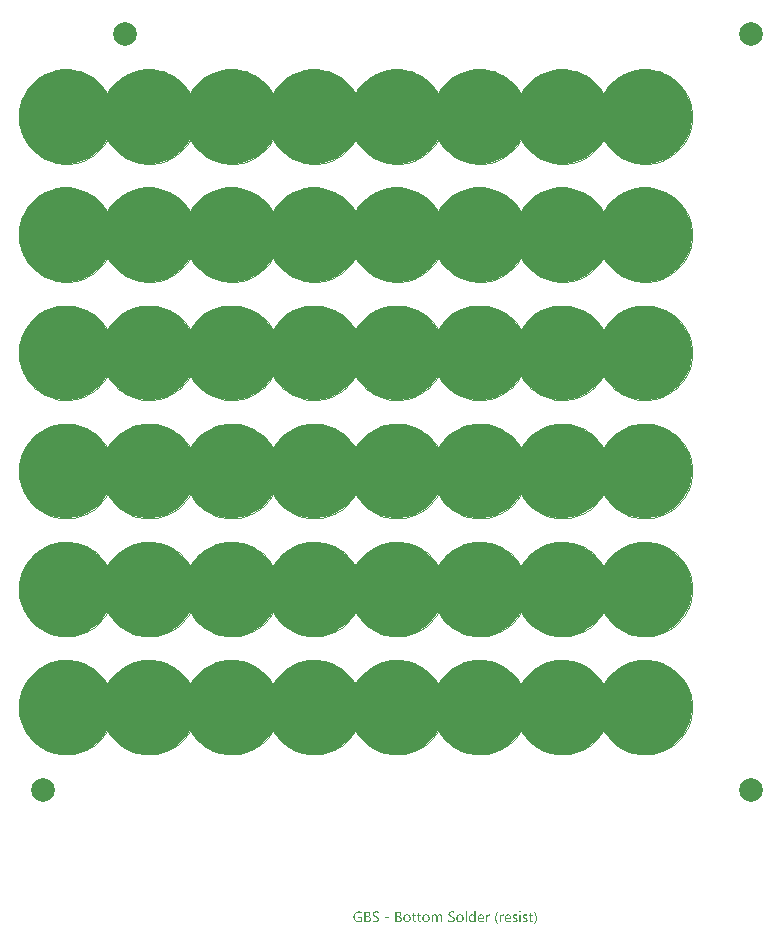
<source format=gbs>
G04*
G04 #@! TF.GenerationSoftware,Altium Limited,Altium Designer,22.11.1 (43)*
G04*
G04 Layer_Color=16711935*
%FSLAX44Y44*%
%MOMM*%
G71*
G04*
G04 #@! TF.SameCoordinates,8AD1E97E-50D3-4F0F-8D34-8AA03B0C27D3*
G04*
G04*
G04 #@! TF.FilePolarity,Negative*
G04*
G01*
G75*
%ADD15C,0.5000*%
%ADD18C,0.3500*%
%ADD22C,2.0000*%
%ADD24C,0.0500*%
%ADD25C,5.6000*%
%ADD26C,0.4000*%
%ADD27C,1.0000*%
G36*
X357820Y439391D02*
X362885Y438034D01*
X367729Y436027D01*
X372271Y433406D01*
X376430Y430214D01*
X380138Y426506D01*
X383330Y422346D01*
X385952Y417805D01*
X387958Y412961D01*
X389316Y407896D01*
X390000Y402697D01*
X390000Y400075D01*
X390000Y397454D01*
X389316Y392255D01*
X387958Y387190D01*
X385952Y382346D01*
X383330Y377805D01*
X380138Y373645D01*
X376430Y369937D01*
X372271Y366745D01*
X367729Y364124D01*
X362885Y362117D01*
X357820Y360760D01*
X352622Y360075D01*
X347378Y360075D01*
X342180Y360760D01*
X337115Y362117D01*
X332271Y364124D01*
X327729Y366745D01*
X323570Y369937D01*
X319862Y373645D01*
X316670Y377805D01*
X315000Y380697D01*
X313330Y377805D01*
X310138Y373645D01*
X306430Y369937D01*
X302271Y366745D01*
X297729Y364124D01*
X292885Y362117D01*
X287820Y360760D01*
X282622Y360075D01*
X277378Y360075D01*
X272180Y360760D01*
X267115Y362117D01*
X262271Y364124D01*
X257729Y366745D01*
X253570Y369937D01*
X249862Y373645D01*
X246670Y377805D01*
X245000Y380697D01*
X243330Y377805D01*
X240138Y373645D01*
X236430Y369937D01*
X232271Y366745D01*
X227729Y364124D01*
X222885Y362117D01*
X217820Y360760D01*
X212622Y360075D01*
X207378Y360075D01*
X202180Y360760D01*
X197115Y362117D01*
X192271Y364124D01*
X187729Y366745D01*
X183570Y369937D01*
X179862Y373645D01*
X176670Y377805D01*
X175000Y380697D01*
X173330Y377805D01*
X170138Y373645D01*
X166430Y369937D01*
X162271Y366745D01*
X157730Y364124D01*
X152885Y362117D01*
X147820Y360760D01*
X142622Y360075D01*
X137378Y360075D01*
X132180Y360760D01*
X127115Y362117D01*
X122270Y364124D01*
X117730Y366745D01*
X113570Y369937D01*
X109862Y373645D01*
X106670Y377805D01*
X105000Y380697D01*
X103330Y377805D01*
X100138Y373645D01*
X96430Y369937D01*
X92270Y366745D01*
X87730Y364124D01*
X82885Y362117D01*
X77820Y360760D01*
X72622Y360075D01*
X67378Y360075D01*
X62180Y360760D01*
X57115Y362117D01*
X52270Y364124D01*
X47730Y366745D01*
X43570Y369937D01*
X39862Y373645D01*
X36670Y377805D01*
X35000Y380697D01*
X33330Y377805D01*
X30138Y373645D01*
X26430Y369937D01*
X22271Y366745D01*
X17730Y364124D01*
X12885Y362117D01*
X7820Y360760D01*
X2622Y360075D01*
X-2622Y360075D01*
X-7820Y360760D01*
X-12885Y362117D01*
X-17730Y364124D01*
X-22271Y366745D01*
X-26430Y369937D01*
X-30138Y373645D01*
X-33330Y377805D01*
X-35000Y380697D01*
X-36670Y377805D01*
X-39862Y373645D01*
X-43570Y369937D01*
X-47730Y366745D01*
X-52270Y364124D01*
X-57115Y362117D01*
X-62180Y360760D01*
X-67378Y360075D01*
X-72622Y360075D01*
X-77820Y360760D01*
X-82885Y362117D01*
X-87730Y364124D01*
X-92270Y366745D01*
X-96430Y369937D01*
X-100138Y373645D01*
X-103330Y377805D01*
X-105000Y380697D01*
X-106670Y377805D01*
X-109862Y373645D01*
X-113570Y369937D01*
X-117730Y366745D01*
X-122270Y364124D01*
X-127115Y362117D01*
X-132180Y360760D01*
X-137378Y360075D01*
X-142622Y360075D01*
X-147820Y360760D01*
X-152885Y362117D01*
X-157730Y364124D01*
X-162271Y366745D01*
X-166430Y369937D01*
X-170138Y373645D01*
X-173330Y377805D01*
X-175952Y382346D01*
X-177959Y387190D01*
X-179316Y392255D01*
X-180000Y397454D01*
X-180000Y400075D01*
X-180000Y402697D01*
X-179316Y407896D01*
X-177959Y412961D01*
X-175952Y417805D01*
X-173330Y422346D01*
X-170138Y426506D01*
X-166430Y430214D01*
X-162271Y433406D01*
X-157730Y436027D01*
X-152885Y438034D01*
X-147820Y439391D01*
X-142622Y440075D01*
X-137378Y440075D01*
X-132180Y439391D01*
X-127115Y438034D01*
X-122270Y436027D01*
X-117730Y433406D01*
X-113570Y430214D01*
X-109862Y426506D01*
X-106670Y422346D01*
X-105000Y419454D01*
X-103330Y422346D01*
X-100138Y426506D01*
X-96430Y430214D01*
X-92270Y433406D01*
X-87730Y436027D01*
X-82885Y438034D01*
X-77820Y439391D01*
X-72622Y440075D01*
X-67378Y440075D01*
X-62180Y439391D01*
X-57115Y438034D01*
X-52270Y436027D01*
X-47730Y433406D01*
X-43570Y430214D01*
X-39862Y426506D01*
X-36670Y422346D01*
X-35000Y419454D01*
X-33330Y422346D01*
X-30138Y426506D01*
X-26430Y430214D01*
X-22271Y433406D01*
X-17730Y436027D01*
X-12885Y438034D01*
X-7820Y439391D01*
X-2622Y440075D01*
X2622Y440075D01*
X7820Y439391D01*
X12885Y438034D01*
X17730Y436027D01*
X22271Y433406D01*
X26430Y430214D01*
X30138Y426506D01*
X33330Y422346D01*
X35000Y419454D01*
X36670Y422346D01*
X39862Y426506D01*
X43570Y430214D01*
X47730Y433406D01*
X52270Y436027D01*
X57115Y438034D01*
X62180Y439391D01*
X67378Y440075D01*
X72622Y440075D01*
X77820Y439391D01*
X82885Y438034D01*
X87730Y436027D01*
X92270Y433406D01*
X96430Y430214D01*
X100138Y426506D01*
X103330Y422346D01*
X105000Y419454D01*
X106670Y422346D01*
X109862Y426506D01*
X113570Y430214D01*
X117730Y433406D01*
X122270Y436027D01*
X127115Y438034D01*
X132180Y439391D01*
X137378Y440075D01*
X142622Y440075D01*
X147820Y439391D01*
X152885Y438034D01*
X157730Y436027D01*
X162271Y433406D01*
X166430Y430214D01*
X170138Y426506D01*
X173330Y422346D01*
X175000Y419454D01*
X176670Y422346D01*
X179862Y426506D01*
X183570Y430214D01*
X187729Y433406D01*
X192271Y436027D01*
X197115Y438034D01*
X202180Y439391D01*
X207378Y440075D01*
X212622Y440075D01*
X217820Y439391D01*
X222885Y438034D01*
X227729Y436027D01*
X232271Y433406D01*
X236430Y430214D01*
X240138Y426506D01*
X243330Y422346D01*
X245000Y419454D01*
X246670Y422346D01*
X249862Y426506D01*
X253570Y430214D01*
X257729Y433406D01*
X262271Y436027D01*
X267115Y438034D01*
X272180Y439391D01*
X277378Y440075D01*
X282622Y440075D01*
X287820Y439391D01*
X292885Y438034D01*
X297729Y436027D01*
X302271Y433406D01*
X306430Y430214D01*
X310138Y426506D01*
X313330Y422346D01*
X315000Y419454D01*
X316670Y422346D01*
X319862Y426506D01*
X323570Y430214D01*
X327729Y433406D01*
X332271Y436027D01*
X337115Y438034D01*
X342180Y439391D01*
X347378Y440075D01*
X352622Y440075D01*
X357820Y439391D01*
X357820Y439391D02*
G37*
G36*
X357820Y339391D02*
X362885Y338034D01*
X367729Y336027D01*
X372271Y333406D01*
X376430Y330214D01*
X380138Y326506D01*
X383330Y322346D01*
X385952Y317805D01*
X387958Y312961D01*
X389316Y307896D01*
X390000Y302697D01*
X390000Y300075D01*
X390000Y297454D01*
X389316Y292255D01*
X387958Y287190D01*
X385952Y282346D01*
X383330Y277805D01*
X380138Y273645D01*
X376430Y269937D01*
X372271Y266745D01*
X367729Y264124D01*
X362885Y262117D01*
X357820Y260760D01*
X352622Y260075D01*
X347378Y260075D01*
X342180Y260760D01*
X337115Y262117D01*
X332271Y264124D01*
X327729Y266745D01*
X323570Y269937D01*
X319862Y273645D01*
X316670Y277805D01*
X315000Y280697D01*
X313330Y277805D01*
X310138Y273645D01*
X306430Y269937D01*
X302271Y266745D01*
X297729Y264124D01*
X292885Y262117D01*
X287820Y260760D01*
X282622Y260075D01*
X277378Y260075D01*
X272180Y260760D01*
X267115Y262117D01*
X262271Y264124D01*
X257729Y266745D01*
X253570Y269937D01*
X249862Y273645D01*
X246670Y277805D01*
X245000Y280697D01*
X243330Y277805D01*
X240138Y273645D01*
X236430Y269937D01*
X232271Y266745D01*
X227729Y264124D01*
X222885Y262117D01*
X217820Y260760D01*
X212622Y260075D01*
X207378Y260075D01*
X202180Y260760D01*
X197115Y262117D01*
X192271Y264124D01*
X187729Y266745D01*
X183570Y269937D01*
X179862Y273645D01*
X176670Y277805D01*
X175000Y280697D01*
X173330Y277805D01*
X170138Y273645D01*
X166430Y269937D01*
X162271Y266745D01*
X157730Y264124D01*
X152885Y262117D01*
X147820Y260760D01*
X142622Y260075D01*
X137378Y260075D01*
X132180Y260760D01*
X127115Y262117D01*
X122270Y264124D01*
X117730Y266745D01*
X113570Y269937D01*
X109862Y273645D01*
X106670Y277805D01*
X105000Y280697D01*
X103330Y277805D01*
X100138Y273645D01*
X96430Y269937D01*
X92270Y266745D01*
X87730Y264124D01*
X82885Y262117D01*
X77820Y260760D01*
X72622Y260075D01*
X67378Y260075D01*
X62180Y260760D01*
X57115Y262117D01*
X52270Y264124D01*
X47730Y266745D01*
X43570Y269937D01*
X39862Y273645D01*
X36670Y277805D01*
X35000Y280697D01*
X33330Y277805D01*
X30138Y273645D01*
X26430Y269937D01*
X22271Y266745D01*
X17730Y264124D01*
X12885Y262117D01*
X7820Y260760D01*
X2622Y260075D01*
X-2622Y260075D01*
X-7820Y260760D01*
X-12885Y262117D01*
X-17730Y264124D01*
X-22271Y266745D01*
X-26430Y269937D01*
X-30138Y273645D01*
X-33330Y277805D01*
X-35000Y280697D01*
X-36670Y277805D01*
X-39862Y273645D01*
X-43570Y269937D01*
X-47730Y266745D01*
X-52270Y264124D01*
X-57115Y262117D01*
X-62180Y260760D01*
X-67378Y260075D01*
X-72622Y260075D01*
X-77820Y260760D01*
X-82885Y262117D01*
X-87730Y264124D01*
X-92270Y266745D01*
X-96430Y269937D01*
X-100138Y273645D01*
X-103330Y277805D01*
X-105000Y280697D01*
X-106670Y277805D01*
X-109862Y273645D01*
X-113570Y269937D01*
X-117730Y266745D01*
X-122270Y264124D01*
X-127115Y262117D01*
X-132180Y260760D01*
X-137378Y260075D01*
X-142622Y260075D01*
X-147820Y260760D01*
X-152885Y262117D01*
X-157730Y264124D01*
X-162271Y266745D01*
X-166430Y269937D01*
X-170138Y273645D01*
X-173330Y277805D01*
X-175952Y282346D01*
X-177959Y287190D01*
X-179316Y292255D01*
X-180000Y297454D01*
X-180000Y300075D01*
X-180000Y302697D01*
X-179316Y307896D01*
X-177959Y312961D01*
X-175952Y317805D01*
X-173330Y322346D01*
X-170138Y326506D01*
X-166430Y330214D01*
X-162271Y333406D01*
X-157730Y336027D01*
X-152885Y338034D01*
X-147820Y339391D01*
X-142622Y340075D01*
X-137378Y340075D01*
X-132180Y339391D01*
X-127115Y338034D01*
X-122270Y336027D01*
X-117730Y333406D01*
X-113570Y330214D01*
X-109862Y326506D01*
X-106670Y322346D01*
X-105000Y319454D01*
X-103330Y322346D01*
X-100138Y326506D01*
X-96430Y330214D01*
X-92270Y333406D01*
X-87730Y336027D01*
X-82885Y338034D01*
X-77820Y339391D01*
X-72622Y340075D01*
X-67378Y340075D01*
X-62180Y339391D01*
X-57115Y338034D01*
X-52270Y336027D01*
X-47730Y333406D01*
X-43570Y330214D01*
X-39862Y326506D01*
X-36670Y322346D01*
X-35000Y319454D01*
X-33330Y322346D01*
X-30138Y326506D01*
X-26430Y330214D01*
X-22271Y333406D01*
X-17730Y336027D01*
X-12885Y338034D01*
X-7820Y339391D01*
X-2622Y340075D01*
X2622Y340075D01*
X7820Y339391D01*
X12885Y338034D01*
X17730Y336027D01*
X22271Y333406D01*
X26430Y330214D01*
X30138Y326506D01*
X33330Y322346D01*
X35000Y319454D01*
X36670Y322346D01*
X39862Y326506D01*
X43570Y330214D01*
X47730Y333406D01*
X52270Y336027D01*
X57115Y338034D01*
X62180Y339391D01*
X67378Y340075D01*
X72622Y340075D01*
X77820Y339391D01*
X82885Y338034D01*
X87730Y336027D01*
X92270Y333406D01*
X96430Y330214D01*
X100138Y326506D01*
X103330Y322346D01*
X105000Y319454D01*
X106670Y322346D01*
X109862Y326506D01*
X113570Y330214D01*
X117730Y333406D01*
X122270Y336027D01*
X127115Y338034D01*
X132180Y339391D01*
X137378Y340075D01*
X142622Y340075D01*
X147820Y339391D01*
X152885Y338034D01*
X157730Y336027D01*
X162271Y333406D01*
X166430Y330214D01*
X170138Y326506D01*
X173330Y322346D01*
X175000Y319454D01*
X176670Y322346D01*
X179862Y326506D01*
X183570Y330214D01*
X187729Y333406D01*
X192271Y336027D01*
X197115Y338034D01*
X202180Y339391D01*
X207378Y340075D01*
X212622Y340075D01*
X217820Y339391D01*
X222885Y338034D01*
X227729Y336027D01*
X232271Y333406D01*
X236430Y330214D01*
X240138Y326506D01*
X243330Y322346D01*
X245000Y319454D01*
X246670Y322346D01*
X249862Y326506D01*
X253570Y330214D01*
X257729Y333406D01*
X262271Y336027D01*
X267115Y338034D01*
X272180Y339391D01*
X277378Y340075D01*
X282622Y340075D01*
X287820Y339391D01*
X292885Y338034D01*
X297729Y336027D01*
X302271Y333406D01*
X306430Y330214D01*
X310138Y326506D01*
X313330Y322346D01*
X315000Y319454D01*
X316670Y322346D01*
X319862Y326506D01*
X323570Y330214D01*
X327729Y333406D01*
X332271Y336027D01*
X337115Y338034D01*
X342180Y339391D01*
X347378Y340075D01*
X352622Y340075D01*
X357820Y339391D01*
X357820Y339391D02*
G37*
G36*
X357820Y239391D02*
X362885Y238034D01*
X367729Y236027D01*
X372271Y233406D01*
X376430Y230214D01*
X380138Y226506D01*
X383330Y222346D01*
X385952Y217805D01*
X387958Y212961D01*
X389316Y207896D01*
X390000Y202697D01*
X390000Y200075D01*
X390000Y197454D01*
X389316Y192255D01*
X387958Y187190D01*
X385952Y182346D01*
X383330Y177805D01*
X380138Y173645D01*
X376430Y169937D01*
X372271Y166745D01*
X367729Y164124D01*
X362885Y162117D01*
X357820Y160760D01*
X352622Y160075D01*
X347378Y160075D01*
X342180Y160760D01*
X337115Y162117D01*
X332271Y164124D01*
X327729Y166745D01*
X323570Y169937D01*
X319862Y173645D01*
X316670Y177805D01*
X315000Y180697D01*
X313330Y177805D01*
X310138Y173645D01*
X306430Y169937D01*
X302271Y166745D01*
X297729Y164124D01*
X292885Y162117D01*
X287820Y160760D01*
X282622Y160075D01*
X277378Y160075D01*
X272180Y160760D01*
X267115Y162117D01*
X262271Y164124D01*
X257729Y166745D01*
X253570Y169937D01*
X249862Y173645D01*
X246670Y177805D01*
X245000Y180697D01*
X243330Y177805D01*
X240138Y173645D01*
X236430Y169937D01*
X232271Y166745D01*
X227729Y164124D01*
X222885Y162117D01*
X217820Y160760D01*
X212622Y160075D01*
X207378Y160075D01*
X202180Y160760D01*
X197115Y162117D01*
X192271Y164124D01*
X187729Y166745D01*
X183570Y169937D01*
X179862Y173645D01*
X176670Y177805D01*
X175000Y180697D01*
X173330Y177805D01*
X170138Y173645D01*
X166430Y169937D01*
X162271Y166745D01*
X157730Y164124D01*
X152885Y162117D01*
X147820Y160760D01*
X142622Y160075D01*
X137378Y160075D01*
X132180Y160760D01*
X127115Y162117D01*
X122270Y164124D01*
X117730Y166745D01*
X113570Y169937D01*
X109862Y173645D01*
X106670Y177805D01*
X105000Y180697D01*
X103330Y177805D01*
X100138Y173645D01*
X96430Y169937D01*
X92270Y166745D01*
X87730Y164124D01*
X82885Y162117D01*
X77820Y160760D01*
X72622Y160075D01*
X67378Y160075D01*
X62180Y160760D01*
X57115Y162117D01*
X52270Y164124D01*
X47730Y166745D01*
X43570Y169937D01*
X39862Y173645D01*
X36670Y177805D01*
X35000Y180697D01*
X33330Y177805D01*
X30138Y173645D01*
X26430Y169937D01*
X22271Y166745D01*
X17730Y164124D01*
X12885Y162117D01*
X7820Y160760D01*
X2622Y160075D01*
X-2622Y160075D01*
X-7820Y160760D01*
X-12885Y162117D01*
X-17730Y164124D01*
X-22271Y166745D01*
X-26430Y169937D01*
X-30138Y173645D01*
X-33330Y177805D01*
X-35000Y180697D01*
X-36670Y177805D01*
X-39862Y173645D01*
X-43570Y169937D01*
X-47730Y166745D01*
X-52270Y164124D01*
X-57115Y162117D01*
X-62180Y160760D01*
X-67378Y160075D01*
X-72622Y160075D01*
X-77820Y160760D01*
X-82885Y162117D01*
X-87730Y164124D01*
X-92270Y166745D01*
X-96430Y169937D01*
X-100138Y173645D01*
X-103330Y177805D01*
X-105000Y180697D01*
X-106670Y177805D01*
X-109862Y173645D01*
X-113570Y169937D01*
X-117730Y166745D01*
X-122270Y164124D01*
X-127115Y162117D01*
X-132180Y160760D01*
X-137378Y160075D01*
X-142622Y160075D01*
X-147820Y160760D01*
X-152885Y162117D01*
X-157730Y164124D01*
X-162271Y166745D01*
X-166430Y169937D01*
X-170138Y173645D01*
X-173330Y177805D01*
X-175952Y182346D01*
X-177959Y187190D01*
X-179316Y192255D01*
X-180000Y197454D01*
X-180000Y200075D01*
X-180000Y202697D01*
X-179316Y207896D01*
X-177959Y212961D01*
X-175952Y217805D01*
X-173330Y222346D01*
X-170138Y226506D01*
X-166430Y230214D01*
X-162271Y233406D01*
X-157730Y236027D01*
X-152885Y238034D01*
X-147820Y239391D01*
X-142622Y240075D01*
X-137378Y240075D01*
X-132180Y239391D01*
X-127115Y238034D01*
X-122270Y236027D01*
X-117730Y233406D01*
X-113570Y230214D01*
X-109862Y226506D01*
X-106670Y222346D01*
X-105000Y219454D01*
X-103330Y222346D01*
X-100138Y226506D01*
X-96430Y230214D01*
X-92270Y233406D01*
X-87730Y236027D01*
X-82885Y238034D01*
X-77820Y239391D01*
X-72622Y240075D01*
X-67378Y240075D01*
X-62180Y239391D01*
X-57115Y238034D01*
X-52270Y236027D01*
X-47730Y233406D01*
X-43570Y230214D01*
X-39862Y226506D01*
X-36670Y222346D01*
X-35000Y219454D01*
X-33330Y222346D01*
X-30138Y226506D01*
X-26430Y230214D01*
X-22271Y233406D01*
X-17730Y236027D01*
X-12885Y238034D01*
X-7820Y239391D01*
X-2622Y240075D01*
X2622Y240075D01*
X7820Y239391D01*
X12885Y238034D01*
X17730Y236027D01*
X22271Y233406D01*
X26430Y230214D01*
X30138Y226506D01*
X33330Y222346D01*
X35000Y219454D01*
X36670Y222346D01*
X39862Y226506D01*
X43570Y230214D01*
X47730Y233406D01*
X52270Y236027D01*
X57115Y238034D01*
X62180Y239391D01*
X67378Y240075D01*
X72622Y240075D01*
X77820Y239391D01*
X82885Y238034D01*
X87730Y236027D01*
X92270Y233406D01*
X96430Y230214D01*
X100138Y226506D01*
X103330Y222346D01*
X105000Y219454D01*
X106670Y222346D01*
X109862Y226506D01*
X113570Y230214D01*
X117730Y233406D01*
X122270Y236027D01*
X127115Y238034D01*
X132180Y239391D01*
X137378Y240075D01*
X142622Y240075D01*
X147820Y239391D01*
X152885Y238034D01*
X157730Y236027D01*
X162271Y233406D01*
X166430Y230214D01*
X170138Y226506D01*
X173330Y222346D01*
X175000Y219454D01*
X176670Y222346D01*
X179862Y226506D01*
X183570Y230214D01*
X187729Y233406D01*
X192271Y236027D01*
X197115Y238034D01*
X202180Y239391D01*
X207378Y240075D01*
X212622Y240075D01*
X217820Y239391D01*
X222885Y238034D01*
X227729Y236027D01*
X232271Y233406D01*
X236430Y230214D01*
X240138Y226506D01*
X243330Y222346D01*
X245000Y219454D01*
X246670Y222346D01*
X249862Y226506D01*
X253570Y230214D01*
X257729Y233406D01*
X262271Y236027D01*
X267115Y238034D01*
X272180Y239391D01*
X277378Y240075D01*
X282622Y240075D01*
X287820Y239391D01*
X292885Y238034D01*
X297729Y236027D01*
X302271Y233406D01*
X306430Y230214D01*
X310138Y226506D01*
X313330Y222346D01*
X315000Y219454D01*
X316670Y222346D01*
X319862Y226506D01*
X323570Y230214D01*
X327729Y233406D01*
X332271Y236027D01*
X337115Y238034D01*
X342180Y239391D01*
X347378Y240075D01*
X352622Y240075D01*
X357820Y239391D01*
X357820Y239391D02*
G37*
G36*
X357820Y139316D02*
X362885Y137958D01*
X367729Y135952D01*
X372271Y133330D01*
X376430Y130138D01*
X380138Y126430D01*
X383330Y122270D01*
X385952Y117730D01*
X387958Y112885D01*
X389316Y107820D01*
X390000Y102622D01*
X390000Y100000D01*
X390000Y97378D01*
X389316Y92180D01*
X387958Y87115D01*
X385952Y82270D01*
X383330Y77730D01*
X380138Y73570D01*
X376430Y69862D01*
X372271Y66670D01*
X367729Y64048D01*
X362885Y62042D01*
X357820Y60684D01*
X352622Y60000D01*
X347378Y60000D01*
X342180Y60684D01*
X337115Y62042D01*
X332271Y64048D01*
X327729Y66670D01*
X323570Y69862D01*
X319862Y73570D01*
X316670Y77730D01*
X315000Y80622D01*
X313330Y77730D01*
X310138Y73570D01*
X306430Y69862D01*
X302271Y66670D01*
X297729Y64048D01*
X292885Y62042D01*
X287820Y60684D01*
X282622Y60000D01*
X277378Y60000D01*
X272180Y60684D01*
X267115Y62042D01*
X262271Y64048D01*
X257729Y66670D01*
X253570Y69862D01*
X249862Y73570D01*
X246670Y77730D01*
X245000Y80622D01*
X243330Y77730D01*
X240138Y73570D01*
X236430Y69862D01*
X232271Y66670D01*
X227729Y64048D01*
X222885Y62042D01*
X217820Y60684D01*
X212622Y60000D01*
X207378Y60000D01*
X202180Y60684D01*
X197115Y62042D01*
X192271Y64048D01*
X187729Y66670D01*
X183570Y69862D01*
X179862Y73570D01*
X176670Y77730D01*
X175000Y80622D01*
X173330Y77730D01*
X170138Y73570D01*
X166430Y69862D01*
X162271Y66670D01*
X157730Y64048D01*
X152885Y62042D01*
X147820Y60684D01*
X142622Y60000D01*
X137378Y60000D01*
X132180Y60684D01*
X127115Y62042D01*
X122270Y64048D01*
X117730Y66670D01*
X113570Y69862D01*
X109862Y73570D01*
X106670Y77730D01*
X105000Y80622D01*
X103330Y77730D01*
X100138Y73570D01*
X96430Y69862D01*
X92270Y66670D01*
X87730Y64048D01*
X82885Y62042D01*
X77820Y60684D01*
X72622Y60000D01*
X67378Y60000D01*
X62180Y60684D01*
X57115Y62042D01*
X52270Y64048D01*
X47730Y66670D01*
X43570Y69862D01*
X39862Y73570D01*
X36670Y77730D01*
X35000Y80622D01*
X33330Y77730D01*
X30138Y73570D01*
X26430Y69862D01*
X22271Y66670D01*
X17730Y64048D01*
X12885Y62042D01*
X7820Y60684D01*
X2622Y60000D01*
X-2622Y60000D01*
X-7820Y60684D01*
X-12885Y62042D01*
X-17730Y64048D01*
X-22271Y66670D01*
X-26430Y69862D01*
X-30138Y73570D01*
X-33330Y77730D01*
X-35000Y80622D01*
X-36670Y77730D01*
X-39862Y73570D01*
X-43570Y69862D01*
X-47730Y66670D01*
X-52270Y64048D01*
X-57115Y62042D01*
X-62180Y60684D01*
X-67378Y60000D01*
X-72622Y60000D01*
X-77820Y60684D01*
X-82885Y62042D01*
X-87730Y64048D01*
X-92270Y66670D01*
X-96430Y69862D01*
X-100138Y73570D01*
X-103330Y77730D01*
X-105000Y80622D01*
X-106670Y77730D01*
X-109862Y73570D01*
X-113570Y69862D01*
X-117730Y66670D01*
X-122270Y64048D01*
X-127115Y62042D01*
X-132180Y60684D01*
X-137378Y60000D01*
X-142622Y60000D01*
X-147820Y60684D01*
X-152885Y62042D01*
X-157730Y64048D01*
X-162271Y66670D01*
X-166430Y69862D01*
X-170138Y73570D01*
X-173330Y77730D01*
X-175952Y82270D01*
X-177959Y87115D01*
X-179316Y92180D01*
X-180000Y97378D01*
X-180000Y100000D01*
X-180000Y102622D01*
X-179316Y107820D01*
X-177959Y112885D01*
X-175952Y117730D01*
X-173330Y122270D01*
X-170138Y126430D01*
X-166430Y130138D01*
X-162271Y133330D01*
X-157730Y135952D01*
X-152885Y137958D01*
X-147820Y139316D01*
X-142622Y140000D01*
X-137378Y140000D01*
X-132180Y139316D01*
X-127115Y137958D01*
X-122270Y135952D01*
X-117730Y133330D01*
X-113570Y130138D01*
X-109862Y126430D01*
X-106670Y122270D01*
X-105000Y119378D01*
X-103330Y122270D01*
X-100138Y126430D01*
X-96430Y130138D01*
X-92270Y133330D01*
X-87730Y135952D01*
X-82885Y137958D01*
X-77820Y139316D01*
X-72622Y140000D01*
X-67378Y140000D01*
X-62180Y139316D01*
X-57115Y137958D01*
X-52270Y135952D01*
X-47730Y133330D01*
X-43570Y130138D01*
X-39862Y126430D01*
X-36670Y122270D01*
X-35000Y119378D01*
X-33330Y122270D01*
X-30138Y126430D01*
X-26430Y130138D01*
X-22271Y133330D01*
X-17730Y135952D01*
X-12885Y137958D01*
X-7820Y139316D01*
X-2622Y140000D01*
X2622Y140000D01*
X7820Y139316D01*
X12885Y137958D01*
X17730Y135952D01*
X22271Y133330D01*
X26430Y130138D01*
X30138Y126430D01*
X33330Y122270D01*
X35000Y119378D01*
X36670Y122270D01*
X39862Y126430D01*
X43570Y130138D01*
X47730Y133330D01*
X52270Y135952D01*
X57115Y137958D01*
X62180Y139316D01*
X67378Y140000D01*
X72622Y140000D01*
X77820Y139316D01*
X82885Y137958D01*
X87730Y135952D01*
X92270Y133330D01*
X96430Y130138D01*
X100138Y126430D01*
X103330Y122270D01*
X105000Y119378D01*
X106670Y122270D01*
X109862Y126430D01*
X113570Y130138D01*
X117730Y133330D01*
X122270Y135952D01*
X127115Y137958D01*
X132180Y139316D01*
X137378Y140000D01*
X142622Y140000D01*
X147820Y139316D01*
X152885Y137958D01*
X157730Y135952D01*
X162271Y133330D01*
X166430Y130138D01*
X170138Y126430D01*
X173330Y122270D01*
X175000Y119378D01*
X176670Y122270D01*
X179862Y126430D01*
X183570Y130138D01*
X187729Y133330D01*
X192271Y135952D01*
X197115Y137958D01*
X202180Y139316D01*
X207378Y140000D01*
X212622Y140000D01*
X217820Y139316D01*
X222885Y137958D01*
X227729Y135952D01*
X232271Y133330D01*
X236430Y130138D01*
X240138Y126430D01*
X243330Y122270D01*
X245000Y119378D01*
X246670Y122270D01*
X249862Y126430D01*
X253570Y130138D01*
X257729Y133330D01*
X262271Y135952D01*
X267115Y137958D01*
X272180Y139316D01*
X277378Y140000D01*
X282622Y140000D01*
X287820Y139316D01*
X292885Y137958D01*
X297729Y135952D01*
X302271Y133330D01*
X306430Y130138D01*
X310138Y126430D01*
X313330Y122270D01*
X315000Y119378D01*
X316670Y122270D01*
X319862Y126430D01*
X323570Y130138D01*
X327729Y133330D01*
X332271Y135952D01*
X337115Y137958D01*
X342180Y139316D01*
X347378Y140000D01*
X352622Y140000D01*
X357820Y139316D01*
X357820Y139316D02*
G37*
G36*
X357820Y39316D02*
X362885Y37959D01*
X367729Y35952D01*
X372271Y33330D01*
X376430Y30138D01*
X380138Y26430D01*
X383330Y22271D01*
X385952Y17730D01*
X387958Y12885D01*
X389316Y7820D01*
X390000Y2622D01*
X390000Y0D01*
X390000Y-2622D01*
X389316Y-7820D01*
X387958Y-12885D01*
X385952Y-17730D01*
X383330Y-22271D01*
X380138Y-26430D01*
X376430Y-30138D01*
X372271Y-33330D01*
X367729Y-35952D01*
X362885Y-37959D01*
X357820Y-39316D01*
X352622Y-40000D01*
X347378Y-40000D01*
X342180Y-39316D01*
X337115Y-37959D01*
X332271Y-35952D01*
X327729Y-33330D01*
X323570Y-30138D01*
X319862Y-26430D01*
X316670Y-22271D01*
X315000Y-19378D01*
X313330Y-22271D01*
X310138Y-26430D01*
X306430Y-30138D01*
X302271Y-33330D01*
X297729Y-35952D01*
X292885Y-37959D01*
X287820Y-39316D01*
X282622Y-40000D01*
X277378Y-40000D01*
X272180Y-39316D01*
X267115Y-37959D01*
X262271Y-35952D01*
X257729Y-33330D01*
X253570Y-30138D01*
X249862Y-26430D01*
X246670Y-22271D01*
X245000Y-19378D01*
X243330Y-22271D01*
X240138Y-26430D01*
X236430Y-30138D01*
X232271Y-33330D01*
X227729Y-35952D01*
X222885Y-37959D01*
X217820Y-39316D01*
X212622Y-40000D01*
X207378Y-40000D01*
X202180Y-39316D01*
X197115Y-37959D01*
X192271Y-35952D01*
X187729Y-33330D01*
X183570Y-30138D01*
X179862Y-26430D01*
X176670Y-22271D01*
X175000Y-19378D01*
X173330Y-22271D01*
X170138Y-26430D01*
X166430Y-30138D01*
X162271Y-33330D01*
X157730Y-35952D01*
X152885Y-37959D01*
X147820Y-39316D01*
X142622Y-40000D01*
X137378Y-40000D01*
X132180Y-39316D01*
X127115Y-37959D01*
X122270Y-35952D01*
X117730Y-33330D01*
X113570Y-30138D01*
X109862Y-26430D01*
X106670Y-22271D01*
X105000Y-19378D01*
X103330Y-22271D01*
X100138Y-26430D01*
X96430Y-30138D01*
X92270Y-33330D01*
X87730Y-35952D01*
X82885Y-37959D01*
X77820Y-39316D01*
X72622Y-40000D01*
X67378Y-40000D01*
X62180Y-39316D01*
X57115Y-37959D01*
X52270Y-35952D01*
X47730Y-33330D01*
X43570Y-30138D01*
X39862Y-26430D01*
X36670Y-22271D01*
X35000Y-19378D01*
X33330Y-22271D01*
X30138Y-26430D01*
X26430Y-30138D01*
X22271Y-33330D01*
X17730Y-35952D01*
X12885Y-37959D01*
X7820Y-39316D01*
X2622Y-40000D01*
X-2622Y-40000D01*
X-7820Y-39316D01*
X-12885Y-37959D01*
X-17730Y-35952D01*
X-22271Y-33330D01*
X-26430Y-30138D01*
X-30138Y-26430D01*
X-33330Y-22271D01*
X-35000Y-19378D01*
X-36670Y-22271D01*
X-39862Y-26430D01*
X-43570Y-30138D01*
X-47730Y-33330D01*
X-52270Y-35952D01*
X-57115Y-37959D01*
X-62180Y-39316D01*
X-67378Y-40000D01*
X-72622Y-40000D01*
X-77820Y-39316D01*
X-82885Y-37959D01*
X-87730Y-35952D01*
X-92270Y-33330D01*
X-96430Y-30138D01*
X-100138Y-26430D01*
X-103330Y-22271D01*
X-105000Y-19378D01*
X-106670Y-22271D01*
X-109862Y-26430D01*
X-113570Y-30138D01*
X-117730Y-33330D01*
X-122270Y-35952D01*
X-127115Y-37959D01*
X-132180Y-39316D01*
X-137378Y-40000D01*
X-142622Y-40000D01*
X-147820Y-39316D01*
X-152885Y-37959D01*
X-157730Y-35952D01*
X-162271Y-33330D01*
X-166430Y-30138D01*
X-170138Y-26430D01*
X-173330Y-22271D01*
X-175952Y-17730D01*
X-177959Y-12885D01*
X-179316Y-7820D01*
X-180000Y-2622D01*
X-180000Y0D01*
X-180000Y2622D01*
X-179316Y7820D01*
X-177959Y12885D01*
X-175952Y17730D01*
X-173330Y22271D01*
X-170138Y26430D01*
X-166430Y30138D01*
X-162271Y33330D01*
X-157730Y35952D01*
X-152885Y37959D01*
X-147820Y39316D01*
X-142622Y40000D01*
X-137378Y40000D01*
X-132180Y39316D01*
X-127115Y37959D01*
X-122270Y35952D01*
X-117730Y33330D01*
X-113570Y30138D01*
X-109862Y26430D01*
X-106670Y22271D01*
X-105000Y19378D01*
X-103330Y22271D01*
X-100138Y26430D01*
X-96430Y30138D01*
X-92270Y33330D01*
X-87730Y35952D01*
X-82885Y37959D01*
X-77820Y39316D01*
X-72622Y40000D01*
X-67378Y40000D01*
X-62180Y39316D01*
X-57115Y37959D01*
X-52270Y35952D01*
X-47730Y33330D01*
X-43570Y30138D01*
X-39862Y26430D01*
X-36670Y22271D01*
X-35000Y19378D01*
X-33330Y22271D01*
X-30138Y26430D01*
X-26430Y30138D01*
X-22271Y33330D01*
X-17730Y35952D01*
X-12885Y37959D01*
X-7820Y39316D01*
X-2622Y40000D01*
X2622Y40000D01*
X7820Y39316D01*
X12885Y37959D01*
X17730Y35952D01*
X22271Y33330D01*
X26430Y30138D01*
X30138Y26430D01*
X33330Y22271D01*
X35000Y19378D01*
X36670Y22271D01*
X39862Y26430D01*
X43570Y30138D01*
X47730Y33330D01*
X52270Y35952D01*
X57115Y37959D01*
X62180Y39316D01*
X67378Y40000D01*
X72622Y40000D01*
X77820Y39316D01*
X82885Y37959D01*
X87730Y35952D01*
X92270Y33330D01*
X96430Y30138D01*
X100138Y26430D01*
X103330Y22271D01*
X105000Y19378D01*
X106670Y22271D01*
X109862Y26430D01*
X113570Y30138D01*
X117730Y33330D01*
X122270Y35952D01*
X127115Y37959D01*
X132180Y39316D01*
X137378Y40000D01*
X142622Y40000D01*
X147820Y39316D01*
X152885Y37959D01*
X157730Y35952D01*
X162271Y33330D01*
X166430Y30138D01*
X170138Y26430D01*
X173330Y22271D01*
X175000Y19378D01*
X176670Y22271D01*
X179862Y26430D01*
X183570Y30138D01*
X187729Y33330D01*
X192271Y35952D01*
X197115Y37959D01*
X202180Y39316D01*
X207378Y40000D01*
X212622Y40000D01*
X217820Y39316D01*
X222885Y37959D01*
X227729Y35952D01*
X232271Y33330D01*
X236430Y30138D01*
X240138Y26430D01*
X243330Y22271D01*
X245000Y19378D01*
X246670Y22271D01*
X249862Y26430D01*
X253570Y30138D01*
X257729Y33330D01*
X262271Y35952D01*
X267115Y37959D01*
X272180Y39316D01*
X277378Y40000D01*
X282622Y40000D01*
X287820Y39316D01*
X292885Y37959D01*
X297729Y35952D01*
X302271Y33330D01*
X306430Y30138D01*
X310138Y26430D01*
X313330Y22271D01*
X315000Y19378D01*
X316670Y22271D01*
X319862Y26430D01*
X323570Y30138D01*
X327729Y33330D01*
X332271Y35952D01*
X337115Y37959D01*
X342180Y39316D01*
X347378Y40000D01*
X352622Y40000D01*
X357820Y39316D01*
X357820Y39316D02*
G37*
G36*
X357820Y-60684D02*
X362885Y-62042D01*
X367729Y-64048D01*
X372271Y-66670D01*
X376430Y-69862D01*
X380138Y-73570D01*
X383330Y-77730D01*
X385952Y-82270D01*
X387958Y-87115D01*
X389316Y-92180D01*
X390000Y-97378D01*
X390000Y-100000D01*
X390000Y-102622D01*
X389316Y-107820D01*
X387958Y-112885D01*
X385952Y-117730D01*
X383330Y-122270D01*
X380138Y-126430D01*
X376430Y-130138D01*
X372271Y-133330D01*
X367729Y-135952D01*
X362885Y-137958D01*
X357820Y-139316D01*
X352622Y-140000D01*
X347378Y-140000D01*
X342180Y-139316D01*
X337115Y-137958D01*
X332271Y-135952D01*
X327729Y-133330D01*
X323570Y-130138D01*
X319862Y-126430D01*
X316670Y-122270D01*
X315000Y-119378D01*
X313330Y-122270D01*
X310138Y-126430D01*
X306430Y-130138D01*
X302271Y-133330D01*
X297729Y-135952D01*
X292885Y-137958D01*
X287820Y-139316D01*
X282622Y-140000D01*
X277378Y-140000D01*
X272180Y-139316D01*
X267115Y-137958D01*
X262271Y-135952D01*
X257729Y-133330D01*
X253570Y-130138D01*
X249862Y-126430D01*
X246670Y-122270D01*
X245000Y-119378D01*
X243330Y-122270D01*
X240138Y-126430D01*
X236430Y-130138D01*
X232271Y-133330D01*
X227729Y-135952D01*
X222885Y-137958D01*
X217820Y-139316D01*
X212622Y-140000D01*
X207378Y-140000D01*
X202180Y-139316D01*
X197115Y-137958D01*
X192271Y-135952D01*
X187729Y-133330D01*
X183570Y-130138D01*
X179862Y-126430D01*
X176670Y-122270D01*
X175000Y-119378D01*
X173330Y-122270D01*
X170138Y-126430D01*
X166430Y-130138D01*
X162271Y-133330D01*
X157730Y-135952D01*
X152885Y-137958D01*
X147820Y-139316D01*
X142622Y-140000D01*
X137378Y-140000D01*
X132180Y-139316D01*
X127115Y-137958D01*
X122270Y-135952D01*
X117730Y-133330D01*
X113570Y-130138D01*
X109862Y-126430D01*
X106670Y-122270D01*
X105000Y-119378D01*
X103330Y-122270D01*
X100138Y-126430D01*
X96430Y-130138D01*
X92270Y-133330D01*
X87730Y-135952D01*
X82885Y-137958D01*
X77820Y-139316D01*
X72622Y-140000D01*
X67378Y-140000D01*
X62180Y-139316D01*
X57115Y-137958D01*
X52270Y-135952D01*
X47730Y-133330D01*
X43570Y-130138D01*
X39862Y-126430D01*
X36670Y-122270D01*
X35000Y-119378D01*
X33330Y-122270D01*
X30138Y-126430D01*
X26430Y-130138D01*
X22271Y-133330D01*
X17730Y-135952D01*
X12885Y-137958D01*
X7820Y-139316D01*
X2622Y-140000D01*
X-2622Y-140000D01*
X-7820Y-139316D01*
X-12885Y-137958D01*
X-17730Y-135952D01*
X-22271Y-133330D01*
X-26430Y-130138D01*
X-30138Y-126430D01*
X-33330Y-122270D01*
X-35000Y-119378D01*
X-36670Y-122270D01*
X-39862Y-126430D01*
X-43570Y-130138D01*
X-47730Y-133330D01*
X-52270Y-135952D01*
X-57115Y-137958D01*
X-62180Y-139316D01*
X-67378Y-140000D01*
X-72622Y-140000D01*
X-77820Y-139316D01*
X-82885Y-137958D01*
X-87730Y-135952D01*
X-92270Y-133330D01*
X-96430Y-130138D01*
X-100138Y-126430D01*
X-103330Y-122270D01*
X-105000Y-119378D01*
X-106670Y-122270D01*
X-109862Y-126430D01*
X-113570Y-130138D01*
X-117730Y-133330D01*
X-122270Y-135952D01*
X-127115Y-137958D01*
X-132180Y-139316D01*
X-137378Y-140000D01*
X-142622Y-140000D01*
X-147820Y-139316D01*
X-152885Y-137958D01*
X-157730Y-135952D01*
X-162271Y-133330D01*
X-166430Y-130138D01*
X-170138Y-126430D01*
X-173330Y-122270D01*
X-175952Y-117730D01*
X-177959Y-112885D01*
X-179316Y-107820D01*
X-180000Y-102622D01*
X-180000Y-100000D01*
X-180000Y-97378D01*
X-179316Y-92180D01*
X-177959Y-87115D01*
X-175952Y-82270D01*
X-173330Y-77730D01*
X-170138Y-73570D01*
X-166430Y-69862D01*
X-162271Y-66670D01*
X-157730Y-64048D01*
X-152885Y-62042D01*
X-147820Y-60684D01*
X-142622Y-60000D01*
X-137378Y-60000D01*
X-132180Y-60684D01*
X-127115Y-62042D01*
X-122270Y-64048D01*
X-117730Y-66670D01*
X-113570Y-69862D01*
X-109862Y-73570D01*
X-106670Y-77730D01*
X-105000Y-80622D01*
X-103330Y-77730D01*
X-100138Y-73570D01*
X-96430Y-69862D01*
X-92270Y-66670D01*
X-87730Y-64048D01*
X-82885Y-62042D01*
X-77820Y-60684D01*
X-72622Y-60000D01*
X-67378Y-60000D01*
X-62180Y-60684D01*
X-57115Y-62042D01*
X-52270Y-64048D01*
X-47730Y-66670D01*
X-43570Y-69862D01*
X-39862Y-73570D01*
X-36670Y-77730D01*
X-35000Y-80622D01*
X-33330Y-77730D01*
X-30138Y-73570D01*
X-26430Y-69862D01*
X-22271Y-66670D01*
X-17730Y-64048D01*
X-12885Y-62042D01*
X-7820Y-60684D01*
X-2622Y-60000D01*
X2622Y-60000D01*
X7820Y-60684D01*
X12885Y-62042D01*
X17730Y-64048D01*
X22271Y-66670D01*
X26430Y-69862D01*
X30138Y-73570D01*
X33330Y-77730D01*
X35000Y-80622D01*
X36670Y-77730D01*
X39862Y-73570D01*
X43570Y-69862D01*
X47730Y-66670D01*
X52270Y-64048D01*
X57115Y-62042D01*
X62180Y-60684D01*
X67378Y-60000D01*
X72622Y-60000D01*
X77820Y-60684D01*
X82885Y-62042D01*
X87730Y-64048D01*
X92270Y-66670D01*
X96430Y-69862D01*
X100138Y-73570D01*
X103330Y-77730D01*
X105000Y-80622D01*
X106670Y-77730D01*
X109862Y-73570D01*
X113570Y-69862D01*
X117730Y-66670D01*
X122270Y-64048D01*
X127115Y-62042D01*
X132180Y-60684D01*
X137378Y-60000D01*
X142622Y-60000D01*
X147820Y-60684D01*
X152885Y-62042D01*
X157730Y-64048D01*
X162271Y-66670D01*
X166430Y-69862D01*
X170138Y-73570D01*
X173330Y-77730D01*
X175000Y-80622D01*
X176670Y-77730D01*
X179862Y-73570D01*
X183570Y-69862D01*
X187729Y-66670D01*
X192271Y-64048D01*
X197115Y-62042D01*
X202180Y-60684D01*
X207378Y-60000D01*
X212622Y-60000D01*
X217820Y-60684D01*
X222885Y-62042D01*
X227729Y-64048D01*
X232271Y-66670D01*
X236430Y-69862D01*
X240138Y-73570D01*
X243330Y-77730D01*
X245000Y-80622D01*
X246670Y-77730D01*
X249862Y-73570D01*
X253570Y-69862D01*
X257729Y-66670D01*
X262271Y-64048D01*
X267115Y-62042D01*
X272180Y-60684D01*
X277378Y-60000D01*
X282622Y-60000D01*
X287820Y-60684D01*
X292885Y-62042D01*
X297729Y-64048D01*
X302271Y-66670D01*
X306430Y-69862D01*
X310138Y-73570D01*
X313330Y-77730D01*
X315000Y-80622D01*
X316670Y-77730D01*
X319862Y-73570D01*
X323570Y-69862D01*
X327729Y-66670D01*
X332271Y-64048D01*
X337115Y-62042D01*
X342180Y-60684D01*
X347378Y-60000D01*
X352622Y-60000D01*
X357820Y-60684D01*
X357820Y-60684D02*
G37*
G36*
X244372Y-272558D02*
X244443Y-272574D01*
X244513Y-272598D01*
X244592Y-272637D01*
X244670Y-272684D01*
X244749Y-272747D01*
X244757Y-272755D01*
X244780Y-272778D01*
X244812Y-272817D01*
X244851Y-272873D01*
X244882Y-272943D01*
X244914Y-273022D01*
X244937Y-273116D01*
X244945Y-273218D01*
X244945Y-273234D01*
X244945Y-273265D01*
X244937Y-273312D01*
X244921Y-273383D01*
X244898Y-273453D01*
X244859Y-273532D01*
X244812Y-273610D01*
X244749Y-273689D01*
X244741Y-273697D01*
X244718Y-273720D01*
X244670Y-273752D01*
X244615Y-273783D01*
X244545Y-273814D01*
X244466Y-273846D01*
X244380Y-273869D01*
X244278Y-273877D01*
X244231Y-273877D01*
X244184Y-273869D01*
X244113Y-273854D01*
X244042Y-273830D01*
X243964Y-273799D01*
X243885Y-273759D01*
X243807Y-273697D01*
X243799Y-273689D01*
X243776Y-273665D01*
X243744Y-273618D01*
X243713Y-273563D01*
X243682Y-273500D01*
X243650Y-273414D01*
X243626Y-273320D01*
X243619Y-273218D01*
X243619Y-273202D01*
X243619Y-273171D01*
X243626Y-273116D01*
X243642Y-273053D01*
X243666Y-272974D01*
X243697Y-272896D01*
X243744Y-272817D01*
X243807Y-272747D01*
X243815Y-272739D01*
X243838Y-272715D01*
X243885Y-272684D01*
X243941Y-272645D01*
X244011Y-272614D01*
X244090Y-272582D01*
X244176Y-272558D01*
X244278Y-272551D01*
X244325Y-272551D01*
X244372Y-272558D01*
X244372Y-272558D02*
G37*
G36*
X187022Y-272802D02*
X187132Y-272802D01*
X187258Y-272810D01*
X187399Y-272817D01*
X187548Y-272833D01*
X187862Y-272873D01*
X188176Y-272927D01*
X188333Y-272967D01*
X188474Y-273006D01*
X188616Y-273061D01*
X188733Y-273116D01*
X188733Y-274293D01*
X188726Y-274285D01*
X188694Y-274270D01*
X188655Y-274246D01*
X188592Y-274207D01*
X188514Y-274167D01*
X188419Y-274120D01*
X188310Y-274065D01*
X188184Y-274018D01*
X188043Y-273963D01*
X187886Y-273916D01*
X187721Y-273869D01*
X187540Y-273830D01*
X187352Y-273791D01*
X187148Y-273767D01*
X186928Y-273752D01*
X186701Y-273744D01*
X186575Y-273744D01*
X186489Y-273752D01*
X186387Y-273759D01*
X186269Y-273775D01*
X186143Y-273791D01*
X186018Y-273814D01*
X186002Y-273814D01*
X185963Y-273830D01*
X185900Y-273846D01*
X185814Y-273869D01*
X185720Y-273901D01*
X185618Y-273940D01*
X185508Y-273995D01*
X185406Y-274050D01*
X185398Y-274058D01*
X185359Y-274081D01*
X185311Y-274113D01*
X185249Y-274160D01*
X185186Y-274222D01*
X185107Y-274293D01*
X185037Y-274372D01*
X184974Y-274466D01*
X184966Y-274474D01*
X184950Y-274513D01*
X184919Y-274568D01*
X184895Y-274638D01*
X184864Y-274725D01*
X184833Y-274835D01*
X184817Y-274952D01*
X184809Y-275086D01*
X184809Y-275102D01*
X184809Y-275141D01*
X184817Y-275211D01*
X184825Y-275290D01*
X184841Y-275384D01*
X184864Y-275486D01*
X184895Y-275588D01*
X184935Y-275682D01*
X184942Y-275690D01*
X184958Y-275721D01*
X184990Y-275769D01*
X185029Y-275831D01*
X185084Y-275902D01*
X185147Y-275980D01*
X185225Y-276059D01*
X185311Y-276138D01*
X185319Y-276145D01*
X185359Y-276169D01*
X185413Y-276216D01*
X185484Y-276263D01*
X185570Y-276326D01*
X185672Y-276389D01*
X185790Y-276467D01*
X185916Y-276538D01*
X185924Y-276538D01*
X185931Y-276546D01*
X185979Y-276569D01*
X186057Y-276608D01*
X186151Y-276663D01*
X186277Y-276718D01*
X186418Y-276789D01*
X186575Y-276867D01*
X186740Y-276954D01*
X186748Y-276954D01*
X186763Y-276962D01*
X186787Y-276977D01*
X186818Y-276993D01*
X186865Y-277017D01*
X186912Y-277040D01*
X187030Y-277103D01*
X187171Y-277181D01*
X187328Y-277268D01*
X187486Y-277354D01*
X187650Y-277456D01*
X187658Y-277456D01*
X187666Y-277464D01*
X187689Y-277480D01*
X187721Y-277503D01*
X187807Y-277558D01*
X187909Y-277629D01*
X188027Y-277715D01*
X188153Y-277809D01*
X188278Y-277919D01*
X188404Y-278037D01*
X188419Y-278053D01*
X188459Y-278092D01*
X188514Y-278155D01*
X188592Y-278241D01*
X188671Y-278343D01*
X188757Y-278461D01*
X188835Y-278594D01*
X188914Y-278735D01*
X188914Y-278743D01*
X188922Y-278751D01*
X188930Y-278775D01*
X188945Y-278806D01*
X188977Y-278885D01*
X189016Y-278986D01*
X189047Y-279120D01*
X189079Y-279269D01*
X189102Y-279434D01*
X189110Y-279614D01*
X189110Y-279622D01*
X189110Y-279646D01*
X189110Y-279677D01*
X189110Y-279724D01*
X189102Y-279779D01*
X189094Y-279850D01*
X189087Y-279921D01*
X189079Y-279999D01*
X189047Y-280180D01*
X189000Y-280368D01*
X188937Y-280556D01*
X188851Y-280737D01*
X188851Y-280745D01*
X188843Y-280760D01*
X188828Y-280784D01*
X188804Y-280815D01*
X188749Y-280894D01*
X188671Y-281004D01*
X188569Y-281121D01*
X188451Y-281247D01*
X188310Y-281365D01*
X188153Y-281482D01*
X188145Y-281482D01*
X188129Y-281498D01*
X188106Y-281506D01*
X188074Y-281530D01*
X188035Y-281553D01*
X187980Y-281577D01*
X187862Y-281639D01*
X187713Y-281702D01*
X187540Y-281773D01*
X187352Y-281836D01*
X187140Y-281891D01*
X187132Y-281891D01*
X187117Y-281898D01*
X187085Y-281898D01*
X187038Y-281906D01*
X186991Y-281922D01*
X186928Y-281930D01*
X186858Y-281938D01*
X186771Y-281953D01*
X186591Y-281977D01*
X186387Y-281993D01*
X186167Y-282008D01*
X185931Y-282016D01*
X185845Y-282016D01*
X185790Y-282008D01*
X185712Y-282008D01*
X185618Y-282000D01*
X185515Y-281993D01*
X185406Y-281977D01*
X185390Y-281977D01*
X185351Y-281969D01*
X185288Y-281961D01*
X185209Y-281953D01*
X185115Y-281938D01*
X185005Y-281922D01*
X184895Y-281906D01*
X184770Y-281883D01*
X184754Y-281883D01*
X184715Y-281875D01*
X184652Y-281859D01*
X184574Y-281836D01*
X184480Y-281820D01*
X184377Y-281789D01*
X184158Y-281726D01*
X184142Y-281718D01*
X184111Y-281710D01*
X184056Y-281686D01*
X183993Y-281663D01*
X183922Y-281632D01*
X183844Y-281592D01*
X183765Y-281553D01*
X183695Y-281506D01*
X183695Y-280274D01*
X183703Y-280282D01*
X183734Y-280305D01*
X183781Y-280344D01*
X183836Y-280384D01*
X183914Y-280438D01*
X184001Y-280494D01*
X184095Y-280556D01*
X184205Y-280611D01*
X184221Y-280619D01*
X184260Y-280635D01*
X184315Y-280666D01*
X184393Y-280697D01*
X184487Y-280737D01*
X184589Y-280784D01*
X184707Y-280831D01*
X184825Y-280870D01*
X184841Y-280878D01*
X184880Y-280886D01*
X184950Y-280902D01*
X185029Y-280925D01*
X185131Y-280956D01*
X185241Y-280980D01*
X185484Y-281027D01*
X185500Y-281027D01*
X185539Y-281035D01*
X185602Y-281043D01*
X185688Y-281051D01*
X185782Y-281066D01*
X185884Y-281074D01*
X186096Y-281082D01*
X186190Y-281082D01*
X186253Y-281074D01*
X186332Y-281074D01*
X186426Y-281066D01*
X186528Y-281051D01*
X186638Y-281035D01*
X186873Y-280996D01*
X187109Y-280933D01*
X187336Y-280847D01*
X187438Y-280792D01*
X187533Y-280729D01*
X187540Y-280721D01*
X187556Y-280713D01*
X187580Y-280690D01*
X187611Y-280658D01*
X187642Y-280627D01*
X187682Y-280580D01*
X187729Y-280525D01*
X187776Y-280462D01*
X187815Y-280391D01*
X187862Y-280321D01*
X187941Y-280140D01*
X187964Y-280038D01*
X187988Y-279928D01*
X188004Y-279818D01*
X188011Y-279693D01*
X188011Y-279685D01*
X188011Y-279677D01*
X188011Y-279630D01*
X188004Y-279567D01*
X187996Y-279481D01*
X187972Y-279379D01*
X187948Y-279277D01*
X187909Y-279167D01*
X187854Y-279065D01*
X187847Y-279049D01*
X187823Y-279018D01*
X187792Y-278971D01*
X187745Y-278900D01*
X187682Y-278830D01*
X187603Y-278743D01*
X187517Y-278665D01*
X187415Y-278578D01*
X187399Y-278571D01*
X187368Y-278539D01*
X187305Y-278492D01*
X187227Y-278437D01*
X187124Y-278374D01*
X187015Y-278304D01*
X186889Y-278225D01*
X186748Y-278155D01*
X186740Y-278155D01*
X186732Y-278147D01*
X186709Y-278131D01*
X186685Y-278115D01*
X186606Y-278076D01*
X186504Y-278021D01*
X186379Y-277958D01*
X186238Y-277888D01*
X186088Y-277809D01*
X185924Y-277723D01*
X185916Y-277723D01*
X185900Y-277715D01*
X185877Y-277699D01*
X185845Y-277684D01*
X185759Y-277637D01*
X185641Y-277574D01*
X185508Y-277503D01*
X185359Y-277425D01*
X185052Y-277244D01*
X185045Y-277244D01*
X185037Y-277236D01*
X185013Y-277221D01*
X184982Y-277205D01*
X184911Y-277150D01*
X184817Y-277087D01*
X184707Y-277009D01*
X184589Y-276915D01*
X184472Y-276820D01*
X184354Y-276710D01*
X184338Y-276695D01*
X184307Y-276656D01*
X184252Y-276601D01*
X184181Y-276522D01*
X184111Y-276420D01*
X184032Y-276310D01*
X183954Y-276185D01*
X183883Y-276051D01*
X183883Y-276043D01*
X183875Y-276035D01*
X183867Y-276012D01*
X183859Y-275980D01*
X183828Y-275902D01*
X183797Y-275800D01*
X183765Y-275674D01*
X183734Y-275525D01*
X183718Y-275361D01*
X183710Y-275180D01*
X183710Y-275172D01*
X183710Y-275156D01*
X183710Y-275117D01*
X183718Y-275078D01*
X183718Y-275023D01*
X183726Y-274960D01*
X183742Y-274819D01*
X183773Y-274654D01*
X183820Y-274474D01*
X183891Y-274293D01*
X183977Y-274120D01*
X183977Y-274113D01*
X183993Y-274097D01*
X184009Y-274073D01*
X184024Y-274042D01*
X184087Y-273963D01*
X184165Y-273854D01*
X184268Y-273736D01*
X184385Y-273610D01*
X184519Y-273493D01*
X184676Y-273375D01*
X184683Y-273375D01*
X184699Y-273359D01*
X184723Y-273343D01*
X184754Y-273328D01*
X184793Y-273304D01*
X184841Y-273273D01*
X184966Y-273210D01*
X185115Y-273139D01*
X185280Y-273069D01*
X185468Y-272998D01*
X185672Y-272943D01*
X185680Y-272943D01*
X185696Y-272935D01*
X185727Y-272927D01*
X185767Y-272920D01*
X185822Y-272912D01*
X185877Y-272896D01*
X185947Y-272880D01*
X186026Y-272865D01*
X186198Y-272841D01*
X186387Y-272817D01*
X186599Y-272802D01*
X186810Y-272794D01*
X186936Y-272794D01*
X187022Y-272802D01*
X187022Y-272802D02*
G37*
G36*
X122813Y-272802D02*
X122923Y-272802D01*
X123048Y-272810D01*
X123190Y-272817D01*
X123339Y-272833D01*
X123653Y-272873D01*
X123967Y-272927D01*
X124124Y-272967D01*
X124265Y-273006D01*
X124406Y-273061D01*
X124524Y-273116D01*
X124524Y-274293D01*
X124516Y-274285D01*
X124485Y-274270D01*
X124445Y-274246D01*
X124383Y-274207D01*
X124304Y-274167D01*
X124210Y-274120D01*
X124100Y-274065D01*
X123975Y-274018D01*
X123833Y-273963D01*
X123676Y-273916D01*
X123511Y-273869D01*
X123331Y-273830D01*
X123143Y-273791D01*
X122939Y-273767D01*
X122719Y-273752D01*
X122491Y-273744D01*
X122366Y-273744D01*
X122279Y-273752D01*
X122177Y-273759D01*
X122059Y-273775D01*
X121934Y-273791D01*
X121808Y-273814D01*
X121793Y-273814D01*
X121754Y-273830D01*
X121691Y-273846D01*
X121604Y-273869D01*
X121510Y-273901D01*
X121408Y-273940D01*
X121298Y-273995D01*
X121196Y-274050D01*
X121188Y-274058D01*
X121149Y-274081D01*
X121102Y-274113D01*
X121039Y-274160D01*
X120976Y-274222D01*
X120898Y-274293D01*
X120827Y-274372D01*
X120765Y-274466D01*
X120757Y-274474D01*
X120741Y-274513D01*
X120710Y-274568D01*
X120686Y-274638D01*
X120655Y-274725D01*
X120623Y-274835D01*
X120608Y-274952D01*
X120600Y-275086D01*
X120600Y-275102D01*
X120600Y-275141D01*
X120608Y-275211D01*
X120615Y-275290D01*
X120631Y-275384D01*
X120655Y-275486D01*
X120686Y-275588D01*
X120725Y-275682D01*
X120733Y-275690D01*
X120749Y-275721D01*
X120780Y-275769D01*
X120820Y-275831D01*
X120874Y-275902D01*
X120937Y-275980D01*
X121016Y-276059D01*
X121102Y-276138D01*
X121110Y-276145D01*
X121149Y-276169D01*
X121204Y-276216D01*
X121275Y-276263D01*
X121361Y-276326D01*
X121463Y-276389D01*
X121581Y-276467D01*
X121706Y-276538D01*
X121714Y-276538D01*
X121722Y-276546D01*
X121769Y-276569D01*
X121848Y-276608D01*
X121942Y-276663D01*
X122067Y-276718D01*
X122209Y-276789D01*
X122366Y-276867D01*
X122530Y-276954D01*
X122538Y-276954D01*
X122554Y-276962D01*
X122578Y-276977D01*
X122609Y-276993D01*
X122656Y-277017D01*
X122703Y-277040D01*
X122821Y-277103D01*
X122962Y-277181D01*
X123119Y-277268D01*
X123276Y-277354D01*
X123441Y-277456D01*
X123449Y-277456D01*
X123457Y-277464D01*
X123480Y-277480D01*
X123511Y-277503D01*
X123598Y-277558D01*
X123700Y-277629D01*
X123818Y-277715D01*
X123943Y-277809D01*
X124069Y-277919D01*
X124194Y-278037D01*
X124210Y-278053D01*
X124249Y-278092D01*
X124304Y-278155D01*
X124383Y-278241D01*
X124461Y-278343D01*
X124548Y-278461D01*
X124626Y-278594D01*
X124705Y-278735D01*
X124705Y-278743D01*
X124712Y-278751D01*
X124720Y-278775D01*
X124736Y-278806D01*
X124767Y-278885D01*
X124807Y-278986D01*
X124838Y-279120D01*
X124869Y-279269D01*
X124893Y-279434D01*
X124901Y-279614D01*
X124901Y-279622D01*
X124901Y-279646D01*
X124901Y-279677D01*
X124901Y-279724D01*
X124893Y-279779D01*
X124885Y-279850D01*
X124877Y-279921D01*
X124869Y-279999D01*
X124838Y-280180D01*
X124791Y-280368D01*
X124728Y-280556D01*
X124642Y-280737D01*
X124642Y-280745D01*
X124634Y-280760D01*
X124618Y-280784D01*
X124595Y-280815D01*
X124540Y-280894D01*
X124461Y-281004D01*
X124359Y-281121D01*
X124242Y-281247D01*
X124100Y-281365D01*
X123943Y-281482D01*
X123935Y-281482D01*
X123920Y-281498D01*
X123896Y-281506D01*
X123865Y-281530D01*
X123826Y-281553D01*
X123771Y-281577D01*
X123653Y-281639D01*
X123504Y-281702D01*
X123331Y-281773D01*
X123143Y-281836D01*
X122931Y-281891D01*
X122923Y-281891D01*
X122907Y-281898D01*
X122876Y-281898D01*
X122829Y-281906D01*
X122782Y-281922D01*
X122719Y-281930D01*
X122648Y-281938D01*
X122562Y-281953D01*
X122381Y-281977D01*
X122177Y-281993D01*
X121958Y-282008D01*
X121722Y-282016D01*
X121636Y-282016D01*
X121581Y-282008D01*
X121502Y-282008D01*
X121408Y-282000D01*
X121306Y-281993D01*
X121196Y-281977D01*
X121180Y-281977D01*
X121141Y-281969D01*
X121079Y-281961D01*
X121000Y-281953D01*
X120906Y-281938D01*
X120796Y-281922D01*
X120686Y-281906D01*
X120561Y-281883D01*
X120545Y-281883D01*
X120506Y-281875D01*
X120443Y-281859D01*
X120364Y-281836D01*
X120270Y-281820D01*
X120168Y-281789D01*
X119948Y-281726D01*
X119933Y-281718D01*
X119901Y-281710D01*
X119846Y-281686D01*
X119783Y-281663D01*
X119713Y-281632D01*
X119634Y-281592D01*
X119556Y-281553D01*
X119485Y-281506D01*
X119485Y-280274D01*
X119493Y-280282D01*
X119524Y-280305D01*
X119572Y-280344D01*
X119627Y-280384D01*
X119705Y-280438D01*
X119791Y-280494D01*
X119886Y-280556D01*
X119995Y-280611D01*
X120011Y-280619D01*
X120050Y-280635D01*
X120105Y-280666D01*
X120184Y-280697D01*
X120278Y-280737D01*
X120380Y-280784D01*
X120498Y-280831D01*
X120615Y-280870D01*
X120631Y-280878D01*
X120670Y-280886D01*
X120741Y-280902D01*
X120820Y-280925D01*
X120921Y-280956D01*
X121031Y-280980D01*
X121275Y-281027D01*
X121290Y-281027D01*
X121330Y-281035D01*
X121392Y-281043D01*
X121479Y-281051D01*
X121573Y-281066D01*
X121675Y-281074D01*
X121887Y-281082D01*
X121981Y-281082D01*
X122044Y-281074D01*
X122122Y-281074D01*
X122217Y-281066D01*
X122319Y-281051D01*
X122428Y-281035D01*
X122664Y-280996D01*
X122899Y-280933D01*
X123127Y-280847D01*
X123229Y-280792D01*
X123323Y-280729D01*
X123331Y-280721D01*
X123347Y-280713D01*
X123370Y-280690D01*
X123402Y-280658D01*
X123433Y-280627D01*
X123472Y-280580D01*
X123519Y-280525D01*
X123567Y-280462D01*
X123606Y-280391D01*
X123653Y-280321D01*
X123731Y-280140D01*
X123755Y-280038D01*
X123778Y-279928D01*
X123794Y-279818D01*
X123802Y-279693D01*
X123802Y-279685D01*
X123802Y-279677D01*
X123802Y-279630D01*
X123794Y-279567D01*
X123786Y-279481D01*
X123763Y-279379D01*
X123739Y-279277D01*
X123700Y-279167D01*
X123645Y-279065D01*
X123637Y-279049D01*
X123614Y-279018D01*
X123582Y-278971D01*
X123535Y-278900D01*
X123472Y-278830D01*
X123394Y-278743D01*
X123308Y-278665D01*
X123205Y-278578D01*
X123190Y-278571D01*
X123158Y-278539D01*
X123096Y-278492D01*
X123017Y-278437D01*
X122915Y-278374D01*
X122805Y-278304D01*
X122680Y-278225D01*
X122538Y-278155D01*
X122530Y-278155D01*
X122523Y-278147D01*
X122499Y-278131D01*
X122476Y-278115D01*
X122397Y-278076D01*
X122295Y-278021D01*
X122169Y-277958D01*
X122028Y-277888D01*
X121879Y-277809D01*
X121714Y-277723D01*
X121706Y-277723D01*
X121691Y-277715D01*
X121667Y-277699D01*
X121636Y-277684D01*
X121549Y-277637D01*
X121432Y-277574D01*
X121298Y-277503D01*
X121149Y-277425D01*
X120843Y-277244D01*
X120835Y-277244D01*
X120827Y-277236D01*
X120804Y-277221D01*
X120772Y-277205D01*
X120702Y-277150D01*
X120608Y-277087D01*
X120498Y-277009D01*
X120380Y-276915D01*
X120262Y-276820D01*
X120145Y-276710D01*
X120129Y-276695D01*
X120097Y-276656D01*
X120042Y-276601D01*
X119972Y-276522D01*
X119901Y-276420D01*
X119823Y-276310D01*
X119744Y-276185D01*
X119674Y-276051D01*
X119674Y-276043D01*
X119666Y-276035D01*
X119658Y-276012D01*
X119650Y-275980D01*
X119619Y-275902D01*
X119587Y-275800D01*
X119556Y-275674D01*
X119524Y-275525D01*
X119509Y-275361D01*
X119501Y-275180D01*
X119501Y-275172D01*
X119501Y-275156D01*
X119501Y-275117D01*
X119509Y-275078D01*
X119509Y-275023D01*
X119517Y-274960D01*
X119532Y-274819D01*
X119564Y-274654D01*
X119611Y-274474D01*
X119681Y-274293D01*
X119768Y-274120D01*
X119768Y-274113D01*
X119783Y-274097D01*
X119799Y-274073D01*
X119815Y-274042D01*
X119878Y-273963D01*
X119956Y-273854D01*
X120058Y-273736D01*
X120176Y-273610D01*
X120309Y-273493D01*
X120466Y-273375D01*
X120474Y-273375D01*
X120490Y-273359D01*
X120513Y-273343D01*
X120545Y-273328D01*
X120584Y-273304D01*
X120631Y-273273D01*
X120757Y-273210D01*
X120906Y-273139D01*
X121071Y-273069D01*
X121259Y-272998D01*
X121463Y-272943D01*
X121471Y-272943D01*
X121487Y-272935D01*
X121518Y-272927D01*
X121557Y-272920D01*
X121612Y-272912D01*
X121667Y-272896D01*
X121738Y-272880D01*
X121816Y-272865D01*
X121989Y-272841D01*
X122177Y-272817D01*
X122389Y-272802D01*
X122601Y-272794D01*
X122727Y-272794D01*
X122813Y-272802D01*
X122813Y-272802D02*
G37*
G36*
X108144Y-272802D02*
X108270Y-272810D01*
X108419Y-272817D01*
X108576Y-272833D01*
X108756Y-272857D01*
X108945Y-272880D01*
X109141Y-272912D01*
X109345Y-272951D01*
X109549Y-272998D01*
X109753Y-273053D01*
X109957Y-273116D01*
X110161Y-273186D01*
X110349Y-273273D01*
X110349Y-274426D01*
X110334Y-274419D01*
X110302Y-274395D01*
X110240Y-274364D01*
X110161Y-274317D01*
X110051Y-274270D01*
X109926Y-274207D01*
X109784Y-274152D01*
X109620Y-274081D01*
X109447Y-274018D01*
X109251Y-273956D01*
X109039Y-273901D01*
X108811Y-273854D01*
X108568Y-273806D01*
X108317Y-273775D01*
X108058Y-273752D01*
X107783Y-273744D01*
X107720Y-273744D01*
X107642Y-273752D01*
X107532Y-273759D01*
X107406Y-273775D01*
X107257Y-273799D01*
X107092Y-273830D01*
X106912Y-273869D01*
X106723Y-273924D01*
X106527Y-273995D01*
X106323Y-274081D01*
X106111Y-274183D01*
X105907Y-274301D01*
X105711Y-274434D01*
X105515Y-274599D01*
X105326Y-274780D01*
X105318Y-274788D01*
X105287Y-274827D01*
X105240Y-274882D01*
X105177Y-274968D01*
X105107Y-275070D01*
X105020Y-275188D01*
X104934Y-275337D01*
X104848Y-275502D01*
X104761Y-275682D01*
X104675Y-275886D01*
X104589Y-276106D01*
X104518Y-276342D01*
X104455Y-276593D01*
X104408Y-276860D01*
X104377Y-277150D01*
X104369Y-277448D01*
X104369Y-277456D01*
X104369Y-277464D01*
X104369Y-277488D01*
X104369Y-277519D01*
X104369Y-277566D01*
X104377Y-277613D01*
X104384Y-277731D01*
X104392Y-277872D01*
X104416Y-278037D01*
X104439Y-278217D01*
X104479Y-278414D01*
X104526Y-278626D01*
X104589Y-278845D01*
X104659Y-279065D01*
X104746Y-279293D01*
X104848Y-279512D01*
X104965Y-279724D01*
X105099Y-279928D01*
X105256Y-280117D01*
X105264Y-280125D01*
X105295Y-280156D01*
X105350Y-280203D01*
X105421Y-280266D01*
X105507Y-280336D01*
X105617Y-280423D01*
X105742Y-280509D01*
X105891Y-280595D01*
X106056Y-280690D01*
X106237Y-280776D01*
X106433Y-280854D01*
X106653Y-280933D01*
X106880Y-280996D01*
X107132Y-281043D01*
X107390Y-281074D01*
X107673Y-281082D01*
X107775Y-281082D01*
X107846Y-281074D01*
X107940Y-281066D01*
X108042Y-281059D01*
X108160Y-281051D01*
X108293Y-281027D01*
X108427Y-281012D01*
X108576Y-280980D01*
X108874Y-280909D01*
X109031Y-280862D01*
X109180Y-280800D01*
X109329Y-280737D01*
X109478Y-280666D01*
X109478Y-278162D01*
X107524Y-278162D01*
X107524Y-277213D01*
X110530Y-277213D01*
X110530Y-281263D01*
X110514Y-281271D01*
X110467Y-281294D01*
X110396Y-281333D01*
X110295Y-281380D01*
X110169Y-281435D01*
X110020Y-281498D01*
X109847Y-281569D01*
X109651Y-281639D01*
X109439Y-281710D01*
X109204Y-281781D01*
X108960Y-281843D01*
X108701Y-281898D01*
X108427Y-281945D01*
X108136Y-281985D01*
X107846Y-282008D01*
X107540Y-282016D01*
X107453Y-282016D01*
X107414Y-282008D01*
X107359Y-282008D01*
X107296Y-282000D01*
X107226Y-282000D01*
X107061Y-281977D01*
X106873Y-281953D01*
X106668Y-281914D01*
X106441Y-281859D01*
X106198Y-281796D01*
X105946Y-281718D01*
X105687Y-281616D01*
X105428Y-281498D01*
X105169Y-281357D01*
X104918Y-281192D01*
X104675Y-281004D01*
X104447Y-280792D01*
X104432Y-280776D01*
X104400Y-280737D01*
X104337Y-280666D01*
X104267Y-280564D01*
X104173Y-280446D01*
X104078Y-280297D01*
X103968Y-280117D01*
X103859Y-279921D01*
X103749Y-279701D01*
X103639Y-279450D01*
X103545Y-279183D01*
X103450Y-278892D01*
X103380Y-278586D01*
X103317Y-278249D01*
X103286Y-277896D01*
X103270Y-277527D01*
X103270Y-277519D01*
X103270Y-277503D01*
X103270Y-277472D01*
X103270Y-277432D01*
X103278Y-277385D01*
X103278Y-277323D01*
X103286Y-277260D01*
X103294Y-277181D01*
X103301Y-277095D01*
X103309Y-277009D01*
X103341Y-276805D01*
X103380Y-276569D01*
X103435Y-276326D01*
X103505Y-276059D01*
X103592Y-275784D01*
X103694Y-275502D01*
X103819Y-275219D01*
X103976Y-274937D01*
X104149Y-274654D01*
X104353Y-274387D01*
X104581Y-274128D01*
X104596Y-274113D01*
X104643Y-274073D01*
X104714Y-274003D01*
X104816Y-273916D01*
X104950Y-273822D01*
X105099Y-273704D01*
X105279Y-273587D01*
X105491Y-273461D01*
X105719Y-273335D01*
X105970Y-273218D01*
X106237Y-273100D01*
X106535Y-273006D01*
X106849Y-272920D01*
X107179Y-272849D01*
X107532Y-272810D01*
X107901Y-272794D01*
X108042Y-272794D01*
X108144Y-272802D01*
X108144Y-272802D02*
G37*
G36*
X206746Y-281867D02*
X205726Y-281867D01*
X205726Y-280792D01*
X205702Y-280792D01*
X205694Y-280807D01*
X205671Y-280847D01*
X205624Y-280902D01*
X205569Y-280980D01*
X205490Y-281074D01*
X205404Y-281176D01*
X205294Y-281286D01*
X205161Y-281404D01*
X205019Y-281522D01*
X204854Y-281632D01*
X204674Y-281733D01*
X204478Y-281828D01*
X204266Y-281906D01*
X204030Y-281961D01*
X203779Y-282000D01*
X203512Y-282016D01*
X203457Y-282016D01*
X203395Y-282008D01*
X203316Y-282000D01*
X203214Y-281993D01*
X203096Y-281969D01*
X202963Y-281945D01*
X202822Y-281906D01*
X202673Y-281867D01*
X202516Y-281804D01*
X202359Y-281741D01*
X202194Y-281655D01*
X202037Y-281561D01*
X201880Y-281443D01*
X201731Y-281310D01*
X201589Y-281161D01*
X201582Y-281153D01*
X201558Y-281121D01*
X201527Y-281074D01*
X201479Y-281004D01*
X201425Y-280917D01*
X201362Y-280815D01*
X201299Y-280690D01*
X201236Y-280548D01*
X201166Y-280391D01*
X201103Y-280219D01*
X201040Y-280023D01*
X200985Y-279818D01*
X200938Y-279599D01*
X200907Y-279355D01*
X200883Y-279104D01*
X200875Y-278837D01*
X200875Y-278830D01*
X200875Y-278822D01*
X200875Y-278798D01*
X200875Y-278767D01*
X200883Y-278688D01*
X200891Y-278578D01*
X200899Y-278437D01*
X200914Y-278288D01*
X200938Y-278115D01*
X200977Y-277927D01*
X201017Y-277731D01*
X201071Y-277519D01*
X201134Y-277315D01*
X201213Y-277095D01*
X201299Y-276891D01*
X201409Y-276687D01*
X201527Y-276491D01*
X201668Y-276302D01*
X201676Y-276294D01*
X201707Y-276263D01*
X201754Y-276216D01*
X201817Y-276153D01*
X201896Y-276083D01*
X201990Y-275996D01*
X202107Y-275910D01*
X202233Y-275824D01*
X202382Y-275737D01*
X202539Y-275651D01*
X202712Y-275564D01*
X202900Y-275494D01*
X203104Y-275431D01*
X203324Y-275384D01*
X203552Y-275353D01*
X203795Y-275345D01*
X203850Y-275345D01*
X203920Y-275353D01*
X204007Y-275361D01*
X204117Y-275376D01*
X204242Y-275400D01*
X204376Y-275431D01*
X204525Y-275470D01*
X204682Y-275525D01*
X204839Y-275596D01*
X204996Y-275682D01*
X205153Y-275784D01*
X205302Y-275902D01*
X205451Y-276035D01*
X205584Y-276200D01*
X205702Y-276381D01*
X205726Y-276381D01*
X205726Y-272433D01*
X206746Y-272433D01*
X206746Y-281867D01*
X206746Y-281867D02*
G37*
G36*
X249042Y-275353D02*
X249113Y-275353D01*
X249199Y-275361D01*
X249293Y-275368D01*
X249395Y-275384D01*
X249631Y-275415D01*
X249874Y-275470D01*
X250133Y-275541D01*
X250384Y-275635D01*
X250384Y-276671D01*
X250376Y-276663D01*
X250353Y-276648D01*
X250313Y-276632D01*
X250259Y-276601D01*
X250196Y-276561D01*
X250117Y-276522D01*
X250023Y-276483D01*
X249921Y-276436D01*
X249803Y-276397D01*
X249686Y-276357D01*
X249552Y-276318D01*
X249411Y-276279D01*
X249254Y-276247D01*
X249097Y-276232D01*
X248940Y-276216D01*
X248767Y-276208D01*
X248665Y-276208D01*
X248595Y-276216D01*
X248516Y-276224D01*
X248430Y-276239D01*
X248249Y-276279D01*
X248242Y-276279D01*
X248210Y-276287D01*
X248171Y-276302D01*
X248116Y-276326D01*
X247990Y-276381D01*
X247857Y-276459D01*
X247849Y-276467D01*
X247833Y-276483D01*
X247802Y-276506D01*
X247763Y-276538D01*
X247676Y-276624D01*
X247598Y-276742D01*
X247598Y-276750D01*
X247582Y-276773D01*
X247574Y-276805D01*
X247559Y-276852D01*
X247543Y-276899D01*
X247527Y-276962D01*
X247519Y-277032D01*
X247512Y-277103D01*
X247512Y-277111D01*
X247512Y-277142D01*
X247519Y-277189D01*
X247519Y-277252D01*
X247535Y-277315D01*
X247551Y-277385D01*
X247567Y-277456D01*
X247598Y-277527D01*
X247606Y-277535D01*
X247614Y-277558D01*
X247637Y-277589D01*
X247668Y-277629D01*
X247708Y-277668D01*
X247747Y-277723D01*
X247865Y-277825D01*
X247873Y-277833D01*
X247896Y-277848D01*
X247935Y-277872D01*
X247983Y-277903D01*
X248045Y-277935D01*
X248116Y-277974D01*
X248202Y-278021D01*
X248289Y-278060D01*
X248296Y-278068D01*
X248336Y-278076D01*
X248383Y-278100D01*
X248453Y-278123D01*
X248540Y-278162D01*
X248634Y-278202D01*
X248736Y-278241D01*
X248854Y-278288D01*
X248862Y-278288D01*
X248869Y-278296D01*
X248893Y-278304D01*
X248924Y-278312D01*
X249003Y-278343D01*
X249105Y-278390D01*
X249223Y-278437D01*
X249356Y-278492D01*
X249489Y-278555D01*
X249615Y-278618D01*
X249623Y-278618D01*
X249631Y-278626D01*
X249670Y-278649D01*
X249733Y-278680D01*
X249811Y-278727D01*
X249905Y-278790D01*
X250000Y-278853D01*
X250094Y-278932D01*
X250188Y-279010D01*
X250196Y-279018D01*
X250227Y-279049D01*
X250266Y-279089D01*
X250321Y-279151D01*
X250376Y-279222D01*
X250439Y-279308D01*
X250494Y-279403D01*
X250549Y-279505D01*
X250557Y-279520D01*
X250572Y-279552D01*
X250588Y-279614D01*
X250612Y-279693D01*
X250635Y-279787D01*
X250659Y-279897D01*
X250667Y-280023D01*
X250675Y-280164D01*
X250675Y-280172D01*
X250675Y-280187D01*
X250675Y-280211D01*
X250675Y-280242D01*
X250667Y-280329D01*
X250651Y-280446D01*
X250620Y-280572D01*
X250588Y-280713D01*
X250533Y-280854D01*
X250463Y-280988D01*
X250455Y-281004D01*
X250423Y-281043D01*
X250376Y-281106D01*
X250313Y-281192D01*
X250235Y-281278D01*
X250141Y-281380D01*
X250031Y-281474D01*
X249905Y-281569D01*
X249890Y-281577D01*
X249843Y-281608D01*
X249772Y-281647D01*
X249678Y-281694D01*
X249560Y-281749D01*
X249419Y-281804D01*
X249270Y-281859D01*
X249105Y-281906D01*
X249097Y-281906D01*
X249081Y-281914D01*
X249058Y-281914D01*
X249026Y-281922D01*
X248987Y-281930D01*
X248940Y-281938D01*
X248822Y-281961D01*
X248673Y-281985D01*
X248516Y-282000D01*
X248344Y-282008D01*
X248155Y-282016D01*
X248061Y-282016D01*
X247990Y-282008D01*
X247904Y-282008D01*
X247810Y-281993D01*
X247692Y-281985D01*
X247574Y-281969D01*
X247441Y-281945D01*
X247307Y-281922D01*
X247025Y-281859D01*
X246735Y-281765D01*
X246593Y-281702D01*
X246452Y-281639D01*
X246452Y-280548D01*
X246460Y-280556D01*
X246491Y-280572D01*
X246538Y-280603D01*
X246601Y-280643D01*
X246680Y-280690D01*
X246766Y-280745D01*
X246876Y-280800D01*
X246994Y-280854D01*
X247127Y-280909D01*
X247268Y-280964D01*
X247417Y-281019D01*
X247574Y-281066D01*
X247747Y-281106D01*
X247920Y-281137D01*
X248100Y-281153D01*
X248289Y-281161D01*
X248344Y-281161D01*
X248414Y-281153D01*
X248500Y-281145D01*
X248603Y-281129D01*
X248712Y-281113D01*
X248838Y-281082D01*
X248964Y-281051D01*
X249081Y-281004D01*
X249207Y-280941D01*
X249317Y-280870D01*
X249419Y-280784D01*
X249505Y-280682D01*
X249576Y-280564D01*
X249615Y-280423D01*
X249631Y-280344D01*
X249631Y-280266D01*
X249631Y-280258D01*
X249631Y-280219D01*
X249623Y-280172D01*
X249615Y-280117D01*
X249599Y-280046D01*
X249584Y-279975D01*
X249552Y-279905D01*
X249513Y-279834D01*
X249505Y-279826D01*
X249489Y-279803D01*
X249466Y-279771D01*
X249435Y-279724D01*
X249387Y-279677D01*
X249340Y-279622D01*
X249277Y-279575D01*
X249207Y-279520D01*
X249199Y-279512D01*
X249175Y-279497D01*
X249128Y-279473D01*
X249073Y-279434D01*
X249011Y-279395D01*
X248932Y-279355D01*
X248838Y-279316D01*
X248744Y-279277D01*
X248728Y-279269D01*
X248697Y-279261D01*
X248642Y-279238D01*
X248571Y-279206D01*
X248493Y-279167D01*
X248391Y-279128D01*
X248289Y-279089D01*
X248179Y-279042D01*
X248171Y-279042D01*
X248163Y-279034D01*
X248139Y-279026D01*
X248108Y-279010D01*
X248030Y-278979D01*
X247927Y-278939D01*
X247810Y-278885D01*
X247684Y-278830D01*
X247559Y-278767D01*
X247433Y-278704D01*
X247417Y-278696D01*
X247378Y-278673D01*
X247323Y-278641D01*
X247245Y-278594D01*
X247158Y-278531D01*
X247072Y-278468D01*
X246978Y-278398D01*
X246891Y-278319D01*
X246884Y-278312D01*
X246860Y-278280D01*
X246821Y-278241D01*
X246774Y-278178D01*
X246719Y-278107D01*
X246664Y-278021D01*
X246617Y-277935D01*
X246570Y-277833D01*
X246562Y-277817D01*
X246554Y-277786D01*
X246538Y-277723D01*
X246523Y-277652D01*
X246499Y-277558D01*
X246483Y-277448D01*
X246476Y-277323D01*
X246468Y-277189D01*
X246468Y-277181D01*
X246468Y-277166D01*
X246468Y-277142D01*
X246468Y-277111D01*
X246476Y-277032D01*
X246491Y-276922D01*
X246515Y-276797D01*
X246554Y-276663D01*
X246601Y-276530D01*
X246672Y-276397D01*
X246672Y-276389D01*
X246680Y-276381D01*
X246711Y-276342D01*
X246758Y-276279D01*
X246813Y-276192D01*
X246891Y-276106D01*
X246986Y-276012D01*
X247096Y-275910D01*
X247213Y-275824D01*
X247221Y-275824D01*
X247229Y-275816D01*
X247276Y-275784D01*
X247347Y-275745D01*
X247441Y-275690D01*
X247559Y-275635D01*
X247692Y-275572D01*
X247841Y-275518D01*
X247998Y-275470D01*
X248006Y-275470D01*
X248022Y-275462D01*
X248045Y-275455D01*
X248077Y-275447D01*
X248116Y-275439D01*
X248163Y-275431D01*
X248273Y-275408D01*
X248414Y-275384D01*
X248563Y-275361D01*
X248728Y-275353D01*
X248901Y-275345D01*
X248979Y-275345D01*
X249042Y-275353D01*
X249042Y-275353D02*
G37*
G36*
X240550Y-275353D02*
X240620Y-275353D01*
X240707Y-275361D01*
X240801Y-275368D01*
X240903Y-275384D01*
X241138Y-275415D01*
X241382Y-275470D01*
X241641Y-275541D01*
X241892Y-275635D01*
X241892Y-276671D01*
X241884Y-276663D01*
X241861Y-276648D01*
X241821Y-276632D01*
X241766Y-276601D01*
X241704Y-276561D01*
X241625Y-276522D01*
X241531Y-276483D01*
X241429Y-276436D01*
X241311Y-276397D01*
X241193Y-276357D01*
X241060Y-276318D01*
X240919Y-276279D01*
X240762Y-276247D01*
X240605Y-276232D01*
X240448Y-276216D01*
X240275Y-276208D01*
X240173Y-276208D01*
X240103Y-276216D01*
X240024Y-276224D01*
X239938Y-276239D01*
X239757Y-276279D01*
X239749Y-276279D01*
X239718Y-276287D01*
X239679Y-276302D01*
X239624Y-276326D01*
X239498Y-276381D01*
X239365Y-276459D01*
X239357Y-276467D01*
X239341Y-276483D01*
X239310Y-276506D01*
X239270Y-276538D01*
X239184Y-276624D01*
X239106Y-276742D01*
X239106Y-276750D01*
X239090Y-276773D01*
X239082Y-276805D01*
X239067Y-276852D01*
X239051Y-276899D01*
X239035Y-276962D01*
X239027Y-277032D01*
X239019Y-277103D01*
X239019Y-277111D01*
X239019Y-277142D01*
X239027Y-277189D01*
X239027Y-277252D01*
X239043Y-277315D01*
X239059Y-277385D01*
X239074Y-277456D01*
X239106Y-277527D01*
X239114Y-277535D01*
X239121Y-277558D01*
X239145Y-277589D01*
X239176Y-277629D01*
X239216Y-277668D01*
X239255Y-277723D01*
X239373Y-277825D01*
X239380Y-277833D01*
X239404Y-277848D01*
X239443Y-277872D01*
X239490Y-277903D01*
X239553Y-277935D01*
X239624Y-277974D01*
X239710Y-278021D01*
X239796Y-278060D01*
X239804Y-278068D01*
X239844Y-278076D01*
X239891Y-278100D01*
X239961Y-278123D01*
X240048Y-278162D01*
X240142Y-278202D01*
X240244Y-278241D01*
X240361Y-278288D01*
X240369Y-278288D01*
X240377Y-278296D01*
X240401Y-278304D01*
X240432Y-278312D01*
X240511Y-278343D01*
X240613Y-278390D01*
X240730Y-278437D01*
X240864Y-278492D01*
X240997Y-278555D01*
X241123Y-278618D01*
X241131Y-278618D01*
X241138Y-278626D01*
X241178Y-278649D01*
X241241Y-278680D01*
X241319Y-278727D01*
X241413Y-278790D01*
X241507Y-278853D01*
X241602Y-278932D01*
X241696Y-279010D01*
X241704Y-279018D01*
X241735Y-279049D01*
X241774Y-279089D01*
X241829Y-279151D01*
X241884Y-279222D01*
X241947Y-279308D01*
X242002Y-279403D01*
X242057Y-279505D01*
X242065Y-279520D01*
X242080Y-279552D01*
X242096Y-279614D01*
X242120Y-279693D01*
X242143Y-279787D01*
X242167Y-279897D01*
X242174Y-280023D01*
X242182Y-280164D01*
X242182Y-280172D01*
X242182Y-280187D01*
X242182Y-280211D01*
X242182Y-280242D01*
X242174Y-280329D01*
X242159Y-280446D01*
X242127Y-280572D01*
X242096Y-280713D01*
X242041Y-280854D01*
X241971Y-280988D01*
X241963Y-281004D01*
X241931Y-281043D01*
X241884Y-281106D01*
X241821Y-281192D01*
X241743Y-281278D01*
X241649Y-281380D01*
X241539Y-281474D01*
X241413Y-281569D01*
X241397Y-281577D01*
X241350Y-281608D01*
X241280Y-281647D01*
X241186Y-281694D01*
X241068Y-281749D01*
X240927Y-281804D01*
X240777Y-281859D01*
X240613Y-281906D01*
X240605Y-281906D01*
X240589Y-281914D01*
X240566Y-281914D01*
X240534Y-281922D01*
X240495Y-281930D01*
X240448Y-281938D01*
X240330Y-281961D01*
X240181Y-281985D01*
X240024Y-282000D01*
X239851Y-282008D01*
X239663Y-282016D01*
X239569Y-282016D01*
X239498Y-282008D01*
X239412Y-282008D01*
X239318Y-281993D01*
X239200Y-281985D01*
X239082Y-281969D01*
X238949Y-281945D01*
X238815Y-281922D01*
X238533Y-281859D01*
X238242Y-281765D01*
X238101Y-281702D01*
X237960Y-281639D01*
X237960Y-280548D01*
X237968Y-280556D01*
X237999Y-280572D01*
X238046Y-280603D01*
X238109Y-280643D01*
X238187Y-280690D01*
X238274Y-280745D01*
X238384Y-280800D01*
X238501Y-280854D01*
X238635Y-280909D01*
X238776Y-280964D01*
X238925Y-281019D01*
X239082Y-281066D01*
X239255Y-281106D01*
X239428Y-281137D01*
X239608Y-281153D01*
X239796Y-281161D01*
X239851Y-281161D01*
X239922Y-281153D01*
X240008Y-281145D01*
X240110Y-281129D01*
X240220Y-281113D01*
X240346Y-281082D01*
X240471Y-281051D01*
X240589Y-281004D01*
X240715Y-280941D01*
X240825Y-280870D01*
X240927Y-280784D01*
X241013Y-280682D01*
X241084Y-280564D01*
X241123Y-280423D01*
X241138Y-280344D01*
X241138Y-280266D01*
X241138Y-280258D01*
X241138Y-280219D01*
X241131Y-280172D01*
X241123Y-280117D01*
X241107Y-280046D01*
X241091Y-279975D01*
X241060Y-279905D01*
X241021Y-279834D01*
X241013Y-279826D01*
X240997Y-279803D01*
X240974Y-279771D01*
X240942Y-279724D01*
X240895Y-279677D01*
X240848Y-279622D01*
X240785Y-279575D01*
X240715Y-279520D01*
X240707Y-279512D01*
X240683Y-279497D01*
X240636Y-279473D01*
X240581Y-279434D01*
X240518Y-279395D01*
X240440Y-279355D01*
X240346Y-279316D01*
X240252Y-279277D01*
X240236Y-279269D01*
X240205Y-279261D01*
X240150Y-279238D01*
X240079Y-279206D01*
X240000Y-279167D01*
X239898Y-279128D01*
X239796Y-279089D01*
X239687Y-279042D01*
X239679Y-279042D01*
X239671Y-279034D01*
X239647Y-279026D01*
X239616Y-279010D01*
X239537Y-278979D01*
X239435Y-278939D01*
X239318Y-278885D01*
X239192Y-278830D01*
X239067Y-278767D01*
X238941Y-278704D01*
X238925Y-278696D01*
X238886Y-278673D01*
X238831Y-278641D01*
X238752Y-278594D01*
X238666Y-278531D01*
X238580Y-278468D01*
X238486Y-278398D01*
X238399Y-278319D01*
X238391Y-278312D01*
X238368Y-278280D01*
X238329Y-278241D01*
X238282Y-278178D01*
X238227Y-278107D01*
X238172Y-278021D01*
X238125Y-277935D01*
X238078Y-277833D01*
X238070Y-277817D01*
X238062Y-277786D01*
X238046Y-277723D01*
X238030Y-277652D01*
X238007Y-277558D01*
X237991Y-277448D01*
X237983Y-277323D01*
X237976Y-277189D01*
X237976Y-277181D01*
X237976Y-277166D01*
X237976Y-277142D01*
X237976Y-277111D01*
X237983Y-277032D01*
X237999Y-276922D01*
X238023Y-276797D01*
X238062Y-276663D01*
X238109Y-276530D01*
X238180Y-276397D01*
X238180Y-276389D01*
X238187Y-276381D01*
X238219Y-276342D01*
X238266Y-276279D01*
X238321Y-276192D01*
X238399Y-276106D01*
X238493Y-276012D01*
X238603Y-275910D01*
X238721Y-275824D01*
X238729Y-275824D01*
X238737Y-275816D01*
X238784Y-275784D01*
X238855Y-275745D01*
X238949Y-275690D01*
X239067Y-275635D01*
X239200Y-275572D01*
X239349Y-275518D01*
X239506Y-275470D01*
X239514Y-275470D01*
X239529Y-275462D01*
X239553Y-275455D01*
X239585Y-275447D01*
X239624Y-275439D01*
X239671Y-275431D01*
X239781Y-275408D01*
X239922Y-275384D01*
X240071Y-275361D01*
X240236Y-275353D01*
X240409Y-275345D01*
X240487Y-275345D01*
X240550Y-275353D01*
X240550Y-275353D02*
G37*
G36*
X176544Y-275353D02*
X176592Y-275353D01*
X176647Y-275361D01*
X176780Y-275384D01*
X176937Y-275423D01*
X177118Y-275478D01*
X177306Y-275564D01*
X177502Y-275667D01*
X177604Y-275737D01*
X177698Y-275808D01*
X177792Y-275886D01*
X177887Y-275980D01*
X177981Y-276083D01*
X178067Y-276192D01*
X178146Y-276310D01*
X178224Y-276444D01*
X178295Y-276585D01*
X178358Y-276742D01*
X178412Y-276907D01*
X178467Y-277087D01*
X178499Y-277276D01*
X178530Y-277488D01*
X178546Y-277707D01*
X178554Y-277943D01*
X178554Y-281867D01*
X177533Y-281867D01*
X177533Y-278209D01*
X177533Y-278194D01*
X177533Y-278162D01*
X177533Y-278107D01*
X177526Y-278037D01*
X177526Y-277950D01*
X177518Y-277848D01*
X177510Y-277739D01*
X177494Y-277621D01*
X177455Y-277370D01*
X177392Y-277119D01*
X177361Y-276993D01*
X177314Y-276883D01*
X177259Y-276773D01*
X177204Y-276679D01*
X177204Y-276671D01*
X177188Y-276656D01*
X177172Y-276632D01*
X177141Y-276608D01*
X177110Y-276569D01*
X177062Y-276530D01*
X177008Y-276491D01*
X176945Y-276444D01*
X176874Y-276397D01*
X176796Y-276357D01*
X176702Y-276318D01*
X176607Y-276279D01*
X176497Y-276255D01*
X176372Y-276232D01*
X176246Y-276216D01*
X176105Y-276208D01*
X176042Y-276208D01*
X175995Y-276216D01*
X175940Y-276224D01*
X175877Y-276239D01*
X175720Y-276279D01*
X175634Y-276310D01*
X175548Y-276357D01*
X175454Y-276404D01*
X175367Y-276459D01*
X175273Y-276530D01*
X175179Y-276608D01*
X175085Y-276703D01*
X174998Y-276805D01*
X174991Y-276812D01*
X174983Y-276828D01*
X174959Y-276867D01*
X174928Y-276907D01*
X174896Y-276969D01*
X174857Y-277040D01*
X174810Y-277119D01*
X174771Y-277205D01*
X174732Y-277307D01*
X174684Y-277417D01*
X174645Y-277535D01*
X174614Y-277660D01*
X174582Y-277794D01*
X174567Y-277935D01*
X174551Y-278076D01*
X174543Y-278233D01*
X174543Y-281867D01*
X173523Y-281867D01*
X173523Y-278084D01*
X173523Y-278076D01*
X173523Y-278060D01*
X173523Y-278037D01*
X173523Y-278006D01*
X173515Y-277958D01*
X173515Y-277911D01*
X173499Y-277794D01*
X173476Y-277652D01*
X173444Y-277488D01*
X173405Y-277323D01*
X173342Y-277142D01*
X173264Y-276969D01*
X173170Y-276805D01*
X173052Y-276640D01*
X172911Y-276499D01*
X172746Y-276381D01*
X172652Y-276334D01*
X172550Y-276287D01*
X172440Y-276255D01*
X172330Y-276232D01*
X172204Y-276216D01*
X172071Y-276208D01*
X172008Y-276208D01*
X171961Y-276216D01*
X171898Y-276224D01*
X171835Y-276239D01*
X171678Y-276279D01*
X171592Y-276310D01*
X171506Y-276349D01*
X171411Y-276389D01*
X171317Y-276444D01*
X171223Y-276514D01*
X171129Y-276585D01*
X171043Y-276671D01*
X170956Y-276773D01*
X170949Y-276781D01*
X170941Y-276797D01*
X170917Y-276828D01*
X170886Y-276875D01*
X170854Y-276930D01*
X170823Y-276993D01*
X170784Y-277071D01*
X170744Y-277166D01*
X170697Y-277268D01*
X170658Y-277378D01*
X170627Y-277495D01*
X170595Y-277621D01*
X170564Y-277762D01*
X170540Y-277911D01*
X170532Y-278068D01*
X170525Y-278233D01*
X170525Y-281867D01*
X169504Y-281867D01*
X169504Y-275494D01*
X170525Y-275494D01*
X170525Y-276506D01*
X170548Y-276506D01*
X170556Y-276491D01*
X170580Y-276459D01*
X170619Y-276397D01*
X170674Y-276326D01*
X170744Y-276239D01*
X170831Y-276138D01*
X170933Y-276035D01*
X171050Y-275926D01*
X171184Y-275816D01*
X171333Y-275714D01*
X171498Y-275612D01*
X171670Y-275525D01*
X171867Y-275455D01*
X172079Y-275392D01*
X172298Y-275361D01*
X172534Y-275345D01*
X172597Y-275345D01*
X172644Y-275353D01*
X172699Y-275353D01*
X172769Y-275361D01*
X172840Y-275376D01*
X172918Y-275392D01*
X173099Y-275431D01*
X173287Y-275502D01*
X173476Y-275588D01*
X173570Y-275651D01*
X173664Y-275714D01*
X173672Y-275721D01*
X173688Y-275729D01*
X173711Y-275753D01*
X173743Y-275777D01*
X173829Y-275863D01*
X173931Y-275965D01*
X174041Y-276106D01*
X174151Y-276271D01*
X174253Y-276459D01*
X174331Y-276671D01*
X174339Y-276656D01*
X174363Y-276616D01*
X174410Y-276546D01*
X174465Y-276467D01*
X174543Y-276365D01*
X174629Y-276247D01*
X174739Y-276130D01*
X174865Y-276004D01*
X175006Y-275886D01*
X175163Y-275761D01*
X175336Y-275651D01*
X175524Y-275549D01*
X175736Y-275470D01*
X175956Y-275400D01*
X176199Y-275361D01*
X176450Y-275345D01*
X176505Y-275345D01*
X176544Y-275353D01*
X176544Y-275353D02*
G37*
G36*
X230103Y-275392D02*
X230190Y-275392D01*
X230284Y-275408D01*
X230386Y-275423D01*
X230488Y-275439D01*
X230574Y-275470D01*
X230574Y-276530D01*
X230559Y-276522D01*
X230527Y-276499D01*
X230464Y-276467D01*
X230378Y-276428D01*
X230260Y-276389D01*
X230135Y-276357D01*
X229978Y-276334D01*
X229797Y-276326D01*
X229734Y-276326D01*
X229687Y-276334D01*
X229632Y-276342D01*
X229570Y-276357D01*
X229421Y-276404D01*
X229334Y-276436D01*
X229248Y-276475D01*
X229154Y-276530D01*
X229060Y-276585D01*
X228973Y-276656D01*
X228879Y-276742D01*
X228793Y-276836D01*
X228706Y-276946D01*
X228699Y-276954D01*
X228691Y-276977D01*
X228667Y-277009D01*
X228636Y-277056D01*
X228604Y-277119D01*
X228565Y-277197D01*
X228526Y-277283D01*
X228487Y-277385D01*
X228447Y-277495D01*
X228408Y-277621D01*
X228369Y-277762D01*
X228337Y-277911D01*
X228306Y-278076D01*
X228283Y-278249D01*
X228275Y-278429D01*
X228267Y-278626D01*
X228267Y-281867D01*
X227246Y-281867D01*
X227246Y-275494D01*
X228267Y-275494D01*
X228267Y-276812D01*
X228290Y-276812D01*
X228290Y-276805D01*
X228298Y-276781D01*
X228314Y-276750D01*
X228330Y-276703D01*
X228353Y-276648D01*
X228384Y-276577D01*
X228455Y-276428D01*
X228549Y-276255D01*
X228667Y-276083D01*
X228801Y-275918D01*
X228958Y-275761D01*
X228965Y-275753D01*
X228981Y-275745D01*
X229005Y-275729D01*
X229036Y-275698D01*
X229075Y-275674D01*
X229130Y-275643D01*
X229248Y-275572D01*
X229397Y-275502D01*
X229570Y-275439D01*
X229758Y-275400D01*
X229860Y-275392D01*
X229962Y-275384D01*
X230025Y-275384D01*
X230103Y-275392D01*
X230103Y-275392D02*
G37*
G36*
X218330Y-275392D02*
X218417Y-275392D01*
X218511Y-275408D01*
X218613Y-275423D01*
X218715Y-275439D01*
X218801Y-275470D01*
X218801Y-276530D01*
X218786Y-276522D01*
X218754Y-276499D01*
X218692Y-276467D01*
X218605Y-276428D01*
X218487Y-276389D01*
X218362Y-276357D01*
X218205Y-276334D01*
X218024Y-276326D01*
X217962Y-276326D01*
X217915Y-276334D01*
X217860Y-276342D01*
X217797Y-276357D01*
X217648Y-276404D01*
X217561Y-276436D01*
X217475Y-276475D01*
X217381Y-276530D01*
X217287Y-276585D01*
X217200Y-276656D01*
X217106Y-276742D01*
X217020Y-276836D01*
X216933Y-276946D01*
X216926Y-276954D01*
X216918Y-276977D01*
X216894Y-277009D01*
X216863Y-277056D01*
X216831Y-277119D01*
X216792Y-277197D01*
X216753Y-277283D01*
X216714Y-277385D01*
X216674Y-277495D01*
X216635Y-277621D01*
X216596Y-277762D01*
X216565Y-277911D01*
X216533Y-278076D01*
X216510Y-278249D01*
X216502Y-278429D01*
X216494Y-278626D01*
X216494Y-281867D01*
X215474Y-281867D01*
X215474Y-275494D01*
X216494Y-275494D01*
X216494Y-276812D01*
X216517Y-276812D01*
X216517Y-276805D01*
X216525Y-276781D01*
X216541Y-276750D01*
X216557Y-276703D01*
X216580Y-276648D01*
X216612Y-276577D01*
X216682Y-276428D01*
X216777Y-276255D01*
X216894Y-276083D01*
X217028Y-275918D01*
X217185Y-275761D01*
X217192Y-275753D01*
X217208Y-275745D01*
X217232Y-275729D01*
X217263Y-275698D01*
X217302Y-275674D01*
X217357Y-275643D01*
X217475Y-275572D01*
X217624Y-275502D01*
X217797Y-275439D01*
X217985Y-275400D01*
X218087Y-275392D01*
X218189Y-275384D01*
X218252Y-275384D01*
X218330Y-275392D01*
X218330Y-275392D02*
G37*
G36*
X133299Y-278720D02*
X129900Y-278720D01*
X129900Y-277919D01*
X133299Y-277919D01*
X133299Y-278720D01*
X133299Y-278720D02*
G37*
G36*
X244772Y-281867D02*
X243752Y-281867D01*
X243752Y-275494D01*
X244772Y-275494D01*
X244772Y-281867D01*
X244772Y-281867D02*
G37*
G36*
X199243Y-281867D02*
X198222Y-281867D01*
X198222Y-272433D01*
X199243Y-272433D01*
X199243Y-281867D01*
X199243Y-281867D02*
G37*
G36*
X141493Y-272951D02*
X141587Y-272959D01*
X141697Y-272974D01*
X141822Y-272990D01*
X141964Y-273014D01*
X142105Y-273045D01*
X142254Y-273084D01*
X142411Y-273132D01*
X142560Y-273186D01*
X142717Y-273249D01*
X142858Y-273328D01*
X143000Y-273414D01*
X143133Y-273516D01*
X143141Y-273524D01*
X143164Y-273540D01*
X143196Y-273571D01*
X143235Y-273618D01*
X143290Y-273673D01*
X143345Y-273744D01*
X143408Y-273822D01*
X143470Y-273909D01*
X143533Y-274011D01*
X143596Y-274120D01*
X143651Y-274246D01*
X143706Y-274372D01*
X143745Y-274513D01*
X143777Y-274662D01*
X143800Y-274819D01*
X143808Y-274984D01*
X143808Y-274992D01*
X143808Y-275015D01*
X143808Y-275054D01*
X143800Y-275109D01*
X143792Y-275180D01*
X143785Y-275251D01*
X143777Y-275337D01*
X143761Y-275431D01*
X143706Y-275643D01*
X143635Y-275863D01*
X143588Y-275980D01*
X143533Y-276090D01*
X143470Y-276200D01*
X143400Y-276310D01*
X143392Y-276318D01*
X143384Y-276334D01*
X143361Y-276365D01*
X143321Y-276404D01*
X143282Y-276444D01*
X143235Y-276499D01*
X143172Y-276553D01*
X143110Y-276616D01*
X143031Y-276679D01*
X142945Y-276750D01*
X142851Y-276812D01*
X142748Y-276883D01*
X142639Y-276946D01*
X142529Y-277001D01*
X142270Y-277103D01*
X142270Y-277126D01*
X142277Y-277126D01*
X142309Y-277134D01*
X142356Y-277142D01*
X142419Y-277150D01*
X142497Y-277166D01*
X142584Y-277189D01*
X142686Y-277221D01*
X142788Y-277252D01*
X143015Y-277338D01*
X143141Y-277393D01*
X143259Y-277464D01*
X143376Y-277535D01*
X143494Y-277613D01*
X143612Y-277707D01*
X143714Y-277809D01*
X143722Y-277817D01*
X143737Y-277833D01*
X143761Y-277864D01*
X143800Y-277911D01*
X143839Y-277974D01*
X143886Y-278037D01*
X143934Y-278123D01*
X143989Y-278209D01*
X144036Y-278312D01*
X144083Y-278429D01*
X144130Y-278547D01*
X144169Y-278680D01*
X144208Y-278830D01*
X144232Y-278979D01*
X144248Y-279136D01*
X144255Y-279308D01*
X144255Y-279324D01*
X144255Y-279355D01*
X144248Y-279418D01*
X144240Y-279497D01*
X144232Y-279599D01*
X144208Y-279709D01*
X144185Y-279834D01*
X144153Y-279968D01*
X144106Y-280117D01*
X144051Y-280266D01*
X143989Y-280415D01*
X143910Y-280572D01*
X143816Y-280729D01*
X143706Y-280878D01*
X143580Y-281019D01*
X143431Y-281161D01*
X143423Y-281168D01*
X143392Y-281192D01*
X143345Y-281223D01*
X143282Y-281271D01*
X143204Y-281325D01*
X143102Y-281380D01*
X142992Y-281451D01*
X142866Y-281514D01*
X142717Y-281577D01*
X142560Y-281639D01*
X142395Y-281702D01*
X142207Y-281757D01*
X142011Y-281804D01*
X141807Y-281836D01*
X141587Y-281859D01*
X141359Y-281867D01*
X138761Y-281867D01*
X138761Y-272943D01*
X141406Y-272943D01*
X141493Y-272951D01*
X141493Y-272951D02*
G37*
G36*
X115333Y-272951D02*
X115428Y-272959D01*
X115537Y-272974D01*
X115663Y-272990D01*
X115804Y-273014D01*
X115946Y-273045D01*
X116095Y-273084D01*
X116252Y-273132D01*
X116401Y-273186D01*
X116558Y-273249D01*
X116699Y-273328D01*
X116840Y-273414D01*
X116974Y-273516D01*
X116981Y-273524D01*
X117005Y-273540D01*
X117036Y-273571D01*
X117076Y-273618D01*
X117131Y-273673D01*
X117186Y-273744D01*
X117248Y-273822D01*
X117311Y-273909D01*
X117374Y-274011D01*
X117437Y-274120D01*
X117492Y-274246D01*
X117547Y-274372D01*
X117586Y-274513D01*
X117617Y-274662D01*
X117641Y-274819D01*
X117649Y-274984D01*
X117649Y-274992D01*
X117649Y-275015D01*
X117649Y-275054D01*
X117641Y-275109D01*
X117633Y-275180D01*
X117625Y-275251D01*
X117617Y-275337D01*
X117601Y-275431D01*
X117547Y-275643D01*
X117476Y-275863D01*
X117429Y-275980D01*
X117374Y-276090D01*
X117311Y-276200D01*
X117240Y-276310D01*
X117233Y-276318D01*
X117225Y-276334D01*
X117201Y-276365D01*
X117162Y-276404D01*
X117123Y-276444D01*
X117076Y-276499D01*
X117013Y-276553D01*
X116950Y-276616D01*
X116872Y-276679D01*
X116785Y-276750D01*
X116691Y-276812D01*
X116589Y-276883D01*
X116479Y-276946D01*
X116369Y-277001D01*
X116110Y-277103D01*
X116110Y-277126D01*
X116118Y-277126D01*
X116150Y-277134D01*
X116197Y-277142D01*
X116259Y-277150D01*
X116338Y-277166D01*
X116424Y-277189D01*
X116526Y-277221D01*
X116628Y-277252D01*
X116856Y-277338D01*
X116981Y-277393D01*
X117099Y-277464D01*
X117217Y-277535D01*
X117335Y-277613D01*
X117452Y-277707D01*
X117555Y-277809D01*
X117562Y-277817D01*
X117578Y-277833D01*
X117601Y-277864D01*
X117641Y-277911D01*
X117680Y-277974D01*
X117727Y-278037D01*
X117774Y-278123D01*
X117829Y-278209D01*
X117876Y-278312D01*
X117923Y-278429D01*
X117970Y-278547D01*
X118010Y-278680D01*
X118049Y-278830D01*
X118073Y-278979D01*
X118088Y-279136D01*
X118096Y-279308D01*
X118096Y-279324D01*
X118096Y-279355D01*
X118088Y-279418D01*
X118080Y-279497D01*
X118073Y-279599D01*
X118049Y-279709D01*
X118025Y-279834D01*
X117994Y-279968D01*
X117947Y-280117D01*
X117892Y-280266D01*
X117829Y-280415D01*
X117751Y-280572D01*
X117656Y-280729D01*
X117547Y-280878D01*
X117421Y-281019D01*
X117272Y-281161D01*
X117264Y-281168D01*
X117233Y-281192D01*
X117186Y-281223D01*
X117123Y-281271D01*
X117044Y-281325D01*
X116942Y-281380D01*
X116832Y-281451D01*
X116707Y-281514D01*
X116558Y-281577D01*
X116401Y-281639D01*
X116236Y-281702D01*
X116047Y-281757D01*
X115851Y-281804D01*
X115647Y-281836D01*
X115428Y-281859D01*
X115200Y-281867D01*
X112602Y-281867D01*
X112602Y-272943D01*
X115247Y-272943D01*
X115333Y-272951D01*
X115333Y-272951D02*
G37*
G36*
X253594Y-275494D02*
X255203Y-275494D01*
X255203Y-276373D01*
X253594Y-276373D01*
X253594Y-279960D01*
X253594Y-279968D01*
X253594Y-279991D01*
X253594Y-280023D01*
X253594Y-280062D01*
X253602Y-280117D01*
X253610Y-280180D01*
X253626Y-280313D01*
X253649Y-280470D01*
X253688Y-280619D01*
X253743Y-280760D01*
X253775Y-280823D01*
X253814Y-280878D01*
X253822Y-280886D01*
X253853Y-280917D01*
X253908Y-280964D01*
X253987Y-281012D01*
X254089Y-281066D01*
X254214Y-281106D01*
X254363Y-281137D01*
X254536Y-281153D01*
X254599Y-281153D01*
X254669Y-281145D01*
X254764Y-281129D01*
X254866Y-281098D01*
X254983Y-281066D01*
X255093Y-281012D01*
X255203Y-280941D01*
X255203Y-281812D01*
X255195Y-281812D01*
X255187Y-281820D01*
X255164Y-281828D01*
X255140Y-281843D01*
X255054Y-281875D01*
X254952Y-281906D01*
X254811Y-281938D01*
X254646Y-281969D01*
X254458Y-281993D01*
X254246Y-282000D01*
X254175Y-282000D01*
X254089Y-281985D01*
X253987Y-281969D01*
X253861Y-281945D01*
X253720Y-281898D01*
X253563Y-281843D01*
X253414Y-281765D01*
X253257Y-281671D01*
X253100Y-281545D01*
X252959Y-281396D01*
X252896Y-281310D01*
X252833Y-281215D01*
X252778Y-281113D01*
X252731Y-281004D01*
X252684Y-280886D01*
X252645Y-280753D01*
X252613Y-280619D01*
X252590Y-280470D01*
X252582Y-280313D01*
X252574Y-280140D01*
X252574Y-276373D01*
X251483Y-276373D01*
X251483Y-275494D01*
X252574Y-275494D01*
X252574Y-273940D01*
X253594Y-273610D01*
X253594Y-275494D01*
X253594Y-275494D02*
G37*
G36*
X159066Y-275494D02*
X160675Y-275494D01*
X160675Y-276373D01*
X159066Y-276373D01*
X159066Y-279960D01*
X159066Y-279968D01*
X159066Y-279991D01*
X159066Y-280023D01*
X159066Y-280062D01*
X159073Y-280117D01*
X159081Y-280180D01*
X159097Y-280313D01*
X159121Y-280470D01*
X159160Y-280619D01*
X159215Y-280760D01*
X159246Y-280823D01*
X159285Y-280878D01*
X159293Y-280886D01*
X159325Y-280917D01*
X159380Y-280964D01*
X159458Y-281012D01*
X159560Y-281066D01*
X159686Y-281106D01*
X159835Y-281137D01*
X160007Y-281153D01*
X160070Y-281153D01*
X160141Y-281145D01*
X160235Y-281129D01*
X160337Y-281098D01*
X160455Y-281066D01*
X160565Y-281012D01*
X160675Y-280941D01*
X160675Y-281812D01*
X160667Y-281812D01*
X160659Y-281820D01*
X160635Y-281828D01*
X160612Y-281843D01*
X160525Y-281875D01*
X160424Y-281906D01*
X160282Y-281938D01*
X160117Y-281969D01*
X159929Y-281993D01*
X159717Y-282000D01*
X159647Y-282000D01*
X159560Y-281985D01*
X159458Y-281969D01*
X159333Y-281945D01*
X159191Y-281898D01*
X159034Y-281843D01*
X158885Y-281765D01*
X158728Y-281671D01*
X158571Y-281545D01*
X158430Y-281396D01*
X158367Y-281310D01*
X158304Y-281215D01*
X158249Y-281113D01*
X158202Y-281004D01*
X158155Y-280886D01*
X158116Y-280753D01*
X158085Y-280619D01*
X158061Y-280470D01*
X158053Y-280313D01*
X158045Y-280140D01*
X158045Y-276373D01*
X156954Y-276373D01*
X156954Y-275494D01*
X158045Y-275494D01*
X158045Y-273940D01*
X159066Y-273610D01*
X159066Y-275494D01*
X159066Y-275494D02*
G37*
G36*
X154749Y-275494D02*
X156358Y-275494D01*
X156358Y-276373D01*
X154749Y-276373D01*
X154749Y-279960D01*
X154749Y-279968D01*
X154749Y-279991D01*
X154749Y-280023D01*
X154749Y-280062D01*
X154757Y-280117D01*
X154765Y-280180D01*
X154780Y-280313D01*
X154804Y-280470D01*
X154843Y-280619D01*
X154898Y-280760D01*
X154930Y-280823D01*
X154969Y-280878D01*
X154977Y-280886D01*
X155008Y-280917D01*
X155063Y-280964D01*
X155141Y-281012D01*
X155243Y-281066D01*
X155369Y-281106D01*
X155518Y-281137D01*
X155691Y-281153D01*
X155754Y-281153D01*
X155824Y-281145D01*
X155918Y-281129D01*
X156020Y-281098D01*
X156138Y-281066D01*
X156248Y-281012D01*
X156358Y-280941D01*
X156358Y-281812D01*
X156350Y-281812D01*
X156342Y-281820D01*
X156319Y-281828D01*
X156295Y-281843D01*
X156209Y-281875D01*
X156107Y-281906D01*
X155965Y-281938D01*
X155801Y-281969D01*
X155612Y-281993D01*
X155400Y-282000D01*
X155330Y-282000D01*
X155243Y-281985D01*
X155141Y-281969D01*
X155016Y-281945D01*
X154874Y-281898D01*
X154718Y-281843D01*
X154568Y-281765D01*
X154411Y-281671D01*
X154255Y-281545D01*
X154113Y-281396D01*
X154050Y-281310D01*
X153988Y-281215D01*
X153933Y-281113D01*
X153886Y-281004D01*
X153839Y-280886D01*
X153799Y-280753D01*
X153768Y-280619D01*
X153744Y-280470D01*
X153736Y-280313D01*
X153729Y-280140D01*
X153729Y-276373D01*
X152638Y-276373D01*
X152638Y-275494D01*
X153729Y-275494D01*
X153729Y-273940D01*
X154749Y-273610D01*
X154749Y-275494D01*
X154749Y-275494D02*
G37*
G36*
X234302Y-275353D02*
X234389Y-275361D01*
X234499Y-275368D01*
X234616Y-275384D01*
X234750Y-275415D01*
X234891Y-275447D01*
X235048Y-275486D01*
X235205Y-275541D01*
X235362Y-275612D01*
X235527Y-275690D01*
X235684Y-275784D01*
X235833Y-275894D01*
X235982Y-276020D01*
X236115Y-276161D01*
X236123Y-276169D01*
X236147Y-276200D01*
X236178Y-276247D01*
X236225Y-276310D01*
X236272Y-276389D01*
X236335Y-276491D01*
X236398Y-276608D01*
X236461Y-276742D01*
X236523Y-276899D01*
X236586Y-277064D01*
X236649Y-277252D01*
X236696Y-277448D01*
X236743Y-277668D01*
X236775Y-277896D01*
X236798Y-278147D01*
X236806Y-278406D01*
X236806Y-278939D01*
X232301Y-278939D01*
X232301Y-278955D01*
X232301Y-278986D01*
X232309Y-279042D01*
X232317Y-279112D01*
X232325Y-279206D01*
X232340Y-279308D01*
X232356Y-279418D01*
X232387Y-279544D01*
X232458Y-279811D01*
X232505Y-279944D01*
X232560Y-280085D01*
X232623Y-280219D01*
X232693Y-280352D01*
X232780Y-280470D01*
X232874Y-280588D01*
X232882Y-280595D01*
X232897Y-280611D01*
X232929Y-280643D01*
X232976Y-280674D01*
X233031Y-280721D01*
X233102Y-280768D01*
X233180Y-280823D01*
X233266Y-280870D01*
X233368Y-280925D01*
X233486Y-280980D01*
X233604Y-281027D01*
X233745Y-281074D01*
X233886Y-281106D01*
X234043Y-281137D01*
X234208Y-281153D01*
X234381Y-281161D01*
X234428Y-281161D01*
X234483Y-281153D01*
X234561Y-281153D01*
X234656Y-281137D01*
X234765Y-281121D01*
X234891Y-281098D01*
X235032Y-281074D01*
X235181Y-281035D01*
X235338Y-280988D01*
X235503Y-280933D01*
X235668Y-280862D01*
X235841Y-280784D01*
X236013Y-280690D01*
X236186Y-280580D01*
X236359Y-280454D01*
X236359Y-281412D01*
X236351Y-281420D01*
X236320Y-281435D01*
X236272Y-281467D01*
X236210Y-281506D01*
X236123Y-281553D01*
X236021Y-281600D01*
X235903Y-281655D01*
X235770Y-281710D01*
X235613Y-281773D01*
X235448Y-281828D01*
X235268Y-281875D01*
X235072Y-281922D01*
X234860Y-281961D01*
X234632Y-281993D01*
X234389Y-282008D01*
X234138Y-282016D01*
X234075Y-282016D01*
X234012Y-282008D01*
X233918Y-282000D01*
X233800Y-281993D01*
X233667Y-281969D01*
X233525Y-281945D01*
X233368Y-281906D01*
X233204Y-281859D01*
X233031Y-281804D01*
X232850Y-281733D01*
X232678Y-281655D01*
X232497Y-281553D01*
X232332Y-281435D01*
X232168Y-281302D01*
X232018Y-281153D01*
X232011Y-281145D01*
X231987Y-281113D01*
X231948Y-281059D01*
X231901Y-280988D01*
X231838Y-280902D01*
X231775Y-280792D01*
X231705Y-280666D01*
X231634Y-280517D01*
X231563Y-280360D01*
X231493Y-280172D01*
X231430Y-279975D01*
X231367Y-279756D01*
X231320Y-279520D01*
X231281Y-279269D01*
X231257Y-278994D01*
X231249Y-278712D01*
X231249Y-278704D01*
X231249Y-278696D01*
X231249Y-278673D01*
X231249Y-278649D01*
X231257Y-278571D01*
X231265Y-278461D01*
X231273Y-278335D01*
X231296Y-278194D01*
X231320Y-278029D01*
X231351Y-277848D01*
X231398Y-277660D01*
X231453Y-277464D01*
X231524Y-277260D01*
X231602Y-277056D01*
X231697Y-276860D01*
X231814Y-276656D01*
X231940Y-276467D01*
X232089Y-276287D01*
X232097Y-276279D01*
X232128Y-276247D01*
X232175Y-276200D01*
X232238Y-276138D01*
X232325Y-276067D01*
X232427Y-275988D01*
X232536Y-275902D01*
X232670Y-275816D01*
X232811Y-275729D01*
X232976Y-275643D01*
X233149Y-275564D01*
X233329Y-275494D01*
X233525Y-275431D01*
X233737Y-275384D01*
X233957Y-275353D01*
X234185Y-275345D01*
X234240Y-275345D01*
X234302Y-275353D01*
X234302Y-275353D02*
G37*
G36*
X211432Y-275353D02*
X211518Y-275361D01*
X211628Y-275368D01*
X211745Y-275384D01*
X211879Y-275415D01*
X212020Y-275447D01*
X212177Y-275486D01*
X212334Y-275541D01*
X212491Y-275612D01*
X212656Y-275690D01*
X212813Y-275784D01*
X212962Y-275894D01*
X213111Y-276020D01*
X213245Y-276161D01*
X213252Y-276169D01*
X213276Y-276200D01*
X213307Y-276247D01*
X213354Y-276310D01*
X213402Y-276389D01*
X213464Y-276491D01*
X213527Y-276608D01*
X213590Y-276742D01*
X213653Y-276899D01*
X213715Y-277064D01*
X213778Y-277252D01*
X213825Y-277448D01*
X213873Y-277668D01*
X213904Y-277896D01*
X213927Y-278147D01*
X213935Y-278406D01*
X213935Y-278939D01*
X209430Y-278939D01*
X209430Y-278955D01*
X209430Y-278986D01*
X209438Y-279042D01*
X209446Y-279112D01*
X209454Y-279206D01*
X209469Y-279308D01*
X209485Y-279418D01*
X209517Y-279544D01*
X209587Y-279811D01*
X209634Y-279944D01*
X209689Y-280085D01*
X209752Y-280219D01*
X209823Y-280352D01*
X209909Y-280470D01*
X210003Y-280588D01*
X210011Y-280595D01*
X210027Y-280611D01*
X210058Y-280643D01*
X210105Y-280674D01*
X210160Y-280721D01*
X210231Y-280768D01*
X210309Y-280823D01*
X210396Y-280870D01*
X210498Y-280925D01*
X210615Y-280980D01*
X210733Y-281027D01*
X210874Y-281074D01*
X211016Y-281106D01*
X211173Y-281137D01*
X211337Y-281153D01*
X211510Y-281161D01*
X211557Y-281161D01*
X211612Y-281153D01*
X211691Y-281153D01*
X211785Y-281137D01*
X211895Y-281121D01*
X212020Y-281098D01*
X212162Y-281074D01*
X212311Y-281035D01*
X212468Y-280988D01*
X212632Y-280933D01*
X212797Y-280862D01*
X212970Y-280784D01*
X213143Y-280690D01*
X213315Y-280580D01*
X213488Y-280454D01*
X213488Y-281412D01*
X213480Y-281420D01*
X213449Y-281435D01*
X213402Y-281467D01*
X213339Y-281506D01*
X213252Y-281553D01*
X213150Y-281600D01*
X213033Y-281655D01*
X212899Y-281710D01*
X212742Y-281773D01*
X212577Y-281828D01*
X212397Y-281875D01*
X212201Y-281922D01*
X211989Y-281961D01*
X211761Y-281993D01*
X211518Y-282008D01*
X211267Y-282016D01*
X211204Y-282016D01*
X211141Y-282008D01*
X211047Y-282000D01*
X210929Y-281993D01*
X210796Y-281969D01*
X210655Y-281945D01*
X210498Y-281906D01*
X210333Y-281859D01*
X210160Y-281804D01*
X209980Y-281733D01*
X209807Y-281655D01*
X209626Y-281553D01*
X209462Y-281435D01*
X209297Y-281302D01*
X209148Y-281153D01*
X209140Y-281145D01*
X209116Y-281113D01*
X209077Y-281059D01*
X209030Y-280988D01*
X208967Y-280902D01*
X208904Y-280792D01*
X208834Y-280666D01*
X208763Y-280517D01*
X208692Y-280360D01*
X208622Y-280172D01*
X208559Y-279975D01*
X208496Y-279756D01*
X208449Y-279520D01*
X208410Y-279269D01*
X208386Y-278994D01*
X208379Y-278712D01*
X208379Y-278704D01*
X208379Y-278696D01*
X208379Y-278673D01*
X208379Y-278649D01*
X208386Y-278571D01*
X208394Y-278461D01*
X208402Y-278335D01*
X208426Y-278194D01*
X208449Y-278029D01*
X208480Y-277848D01*
X208528Y-277660D01*
X208582Y-277464D01*
X208653Y-277260D01*
X208732Y-277056D01*
X208826Y-276860D01*
X208944Y-276656D01*
X209069Y-276467D01*
X209218Y-276287D01*
X209226Y-276279D01*
X209258Y-276247D01*
X209305Y-276200D01*
X209367Y-276138D01*
X209454Y-276067D01*
X209556Y-275988D01*
X209666Y-275902D01*
X209799Y-275816D01*
X209940Y-275729D01*
X210105Y-275643D01*
X210278Y-275564D01*
X210458Y-275494D01*
X210655Y-275431D01*
X210867Y-275384D01*
X211086Y-275353D01*
X211314Y-275345D01*
X211369Y-275345D01*
X211432Y-275353D01*
X211432Y-275353D02*
G37*
G36*
X193702Y-275353D02*
X193804Y-275361D01*
X193921Y-275368D01*
X194063Y-275392D01*
X194212Y-275415D01*
X194377Y-275455D01*
X194557Y-275502D01*
X194738Y-275557D01*
X194918Y-275627D01*
X195107Y-275714D01*
X195287Y-275816D01*
X195467Y-275933D01*
X195632Y-276067D01*
X195789Y-276224D01*
X195797Y-276232D01*
X195821Y-276263D01*
X195860Y-276318D01*
X195915Y-276389D01*
X195978Y-276475D01*
X196040Y-276585D01*
X196119Y-276710D01*
X196190Y-276860D01*
X196268Y-277024D01*
X196339Y-277205D01*
X196402Y-277401D01*
X196464Y-277621D01*
X196519Y-277856D01*
X196558Y-278107D01*
X196582Y-278374D01*
X196590Y-278657D01*
X196590Y-278665D01*
X196590Y-278673D01*
X196590Y-278696D01*
X196590Y-278727D01*
X196582Y-278806D01*
X196574Y-278908D01*
X196566Y-279042D01*
X196543Y-279191D01*
X196519Y-279355D01*
X196480Y-279536D01*
X196433Y-279724D01*
X196378Y-279928D01*
X196307Y-280132D01*
X196229Y-280336D01*
X196127Y-280541D01*
X196009Y-280737D01*
X195876Y-280925D01*
X195727Y-281106D01*
X195719Y-281113D01*
X195687Y-281145D01*
X195640Y-281192D01*
X195569Y-281247D01*
X195483Y-281318D01*
X195381Y-281396D01*
X195256Y-281474D01*
X195114Y-281561D01*
X194957Y-281647D01*
X194785Y-281726D01*
X194596Y-281804D01*
X194392Y-281875D01*
X194165Y-281930D01*
X193929Y-281977D01*
X193686Y-282008D01*
X193419Y-282016D01*
X193356Y-282016D01*
X193286Y-282008D01*
X193184Y-282000D01*
X193066Y-281993D01*
X192925Y-281969D01*
X192775Y-281945D01*
X192611Y-281906D01*
X192430Y-281859D01*
X192250Y-281796D01*
X192061Y-281726D01*
X191873Y-281639D01*
X191684Y-281537D01*
X191496Y-281420D01*
X191323Y-281286D01*
X191159Y-281129D01*
X191151Y-281121D01*
X191119Y-281090D01*
X191080Y-281035D01*
X191025Y-280964D01*
X190962Y-280878D01*
X190892Y-280768D01*
X190821Y-280643D01*
X190743Y-280494D01*
X190664Y-280336D01*
X190586Y-280156D01*
X190515Y-279960D01*
X190452Y-279748D01*
X190397Y-279528D01*
X190358Y-279285D01*
X190327Y-279026D01*
X190319Y-278759D01*
X190319Y-278751D01*
X190319Y-278743D01*
X190319Y-278720D01*
X190319Y-278688D01*
X190327Y-278602D01*
X190334Y-278492D01*
X190342Y-278359D01*
X190366Y-278202D01*
X190389Y-278029D01*
X190429Y-277841D01*
X190476Y-277644D01*
X190531Y-277440D01*
X190601Y-277229D01*
X190688Y-277017D01*
X190790Y-276812D01*
X190900Y-276616D01*
X191033Y-276428D01*
X191190Y-276247D01*
X191198Y-276239D01*
X191229Y-276208D01*
X191284Y-276161D01*
X191355Y-276106D01*
X191441Y-276035D01*
X191551Y-275965D01*
X191677Y-275879D01*
X191818Y-275792D01*
X191975Y-275714D01*
X192155Y-275627D01*
X192352Y-275557D01*
X192563Y-275486D01*
X192791Y-275431D01*
X193034Y-275384D01*
X193293Y-275353D01*
X193568Y-275345D01*
X193631Y-275345D01*
X193702Y-275353D01*
X193702Y-275353D02*
G37*
G36*
X164984Y-275353D02*
X165086Y-275361D01*
X165203Y-275368D01*
X165345Y-275392D01*
X165494Y-275415D01*
X165658Y-275455D01*
X165839Y-275502D01*
X166020Y-275557D01*
X166200Y-275627D01*
X166388Y-275714D01*
X166569Y-275816D01*
X166749Y-275933D01*
X166914Y-276067D01*
X167071Y-276224D01*
X167079Y-276232D01*
X167103Y-276263D01*
X167142Y-276318D01*
X167197Y-276389D01*
X167260Y-276475D01*
X167322Y-276585D01*
X167401Y-276710D01*
X167472Y-276860D01*
X167550Y-277024D01*
X167621Y-277205D01*
X167684Y-277401D01*
X167746Y-277621D01*
X167801Y-277856D01*
X167840Y-278107D01*
X167864Y-278374D01*
X167872Y-278657D01*
X167872Y-278665D01*
X167872Y-278673D01*
X167872Y-278696D01*
X167872Y-278727D01*
X167864Y-278806D01*
X167856Y-278908D01*
X167848Y-279042D01*
X167825Y-279191D01*
X167801Y-279355D01*
X167762Y-279536D01*
X167715Y-279724D01*
X167660Y-279928D01*
X167589Y-280132D01*
X167511Y-280336D01*
X167409Y-280541D01*
X167291Y-280737D01*
X167158Y-280925D01*
X167008Y-281106D01*
X167001Y-281113D01*
X166969Y-281145D01*
X166922Y-281192D01*
X166852Y-281247D01*
X166765Y-281318D01*
X166663Y-281396D01*
X166538Y-281474D01*
X166396Y-281561D01*
X166239Y-281647D01*
X166067Y-281726D01*
X165878Y-281804D01*
X165674Y-281875D01*
X165447Y-281930D01*
X165211Y-281977D01*
X164968Y-282008D01*
X164701Y-282016D01*
X164638Y-282016D01*
X164568Y-282008D01*
X164466Y-282000D01*
X164348Y-281993D01*
X164207Y-281969D01*
X164057Y-281945D01*
X163893Y-281906D01*
X163712Y-281859D01*
X163531Y-281796D01*
X163343Y-281726D01*
X163155Y-281639D01*
X162966Y-281537D01*
X162778Y-281420D01*
X162605Y-281286D01*
X162441Y-281129D01*
X162433Y-281121D01*
X162401Y-281090D01*
X162362Y-281035D01*
X162307Y-280964D01*
X162244Y-280878D01*
X162174Y-280768D01*
X162103Y-280643D01*
X162025Y-280494D01*
X161946Y-280336D01*
X161868Y-280156D01*
X161797Y-279960D01*
X161734Y-279748D01*
X161679Y-279528D01*
X161640Y-279285D01*
X161609Y-279026D01*
X161601Y-278759D01*
X161601Y-278751D01*
X161601Y-278743D01*
X161601Y-278720D01*
X161601Y-278688D01*
X161609Y-278602D01*
X161616Y-278492D01*
X161624Y-278359D01*
X161648Y-278202D01*
X161671Y-278029D01*
X161711Y-277841D01*
X161758Y-277644D01*
X161813Y-277440D01*
X161883Y-277229D01*
X161970Y-277017D01*
X162072Y-276812D01*
X162182Y-276616D01*
X162315Y-276428D01*
X162472Y-276247D01*
X162480Y-276239D01*
X162511Y-276208D01*
X162566Y-276161D01*
X162637Y-276106D01*
X162723Y-276035D01*
X162833Y-275965D01*
X162959Y-275879D01*
X163100Y-275792D01*
X163257Y-275714D01*
X163437Y-275627D01*
X163634Y-275557D01*
X163846Y-275486D01*
X164073Y-275431D01*
X164316Y-275384D01*
X164575Y-275353D01*
X164850Y-275345D01*
X164913Y-275345D01*
X164984Y-275353D01*
X164984Y-275353D02*
G37*
G36*
X148878Y-275353D02*
X148980Y-275361D01*
X149098Y-275368D01*
X149239Y-275392D01*
X149388Y-275415D01*
X149553Y-275455D01*
X149734Y-275502D01*
X149914Y-275557D01*
X150095Y-275627D01*
X150283Y-275714D01*
X150464Y-275816D01*
X150644Y-275933D01*
X150809Y-276067D01*
X150966Y-276224D01*
X150974Y-276232D01*
X150997Y-276263D01*
X151037Y-276318D01*
X151091Y-276389D01*
X151154Y-276475D01*
X151217Y-276585D01*
X151296Y-276710D01*
X151366Y-276860D01*
X151445Y-277024D01*
X151515Y-277205D01*
X151578Y-277401D01*
X151641Y-277621D01*
X151696Y-277856D01*
X151735Y-278107D01*
X151759Y-278374D01*
X151767Y-278657D01*
X151767Y-278665D01*
X151767Y-278673D01*
X151767Y-278696D01*
X151767Y-278727D01*
X151759Y-278806D01*
X151751Y-278908D01*
X151743Y-279042D01*
X151719Y-279191D01*
X151696Y-279355D01*
X151657Y-279536D01*
X151609Y-279724D01*
X151555Y-279928D01*
X151484Y-280132D01*
X151405Y-280336D01*
X151303Y-280541D01*
X151186Y-280737D01*
X151052Y-280925D01*
X150903Y-281106D01*
X150895Y-281113D01*
X150864Y-281145D01*
X150817Y-281192D01*
X150746Y-281247D01*
X150660Y-281318D01*
X150558Y-281396D01*
X150432Y-281474D01*
X150291Y-281561D01*
X150134Y-281647D01*
X149961Y-281726D01*
X149773Y-281804D01*
X149569Y-281875D01*
X149341Y-281930D01*
X149106Y-281977D01*
X148862Y-282008D01*
X148596Y-282016D01*
X148533Y-282016D01*
X148462Y-282008D01*
X148360Y-282000D01*
X148243Y-281993D01*
X148101Y-281969D01*
X147952Y-281945D01*
X147787Y-281906D01*
X147607Y-281859D01*
X147426Y-281796D01*
X147238Y-281726D01*
X147050Y-281639D01*
X146861Y-281537D01*
X146673Y-281420D01*
X146500Y-281286D01*
X146335Y-281129D01*
X146327Y-281121D01*
X146296Y-281090D01*
X146257Y-281035D01*
X146202Y-280964D01*
X146139Y-280878D01*
X146068Y-280768D01*
X145998Y-280643D01*
X145919Y-280494D01*
X145841Y-280336D01*
X145762Y-280156D01*
X145692Y-279960D01*
X145629Y-279748D01*
X145574Y-279528D01*
X145535Y-279285D01*
X145503Y-279026D01*
X145496Y-278759D01*
X145496Y-278751D01*
X145496Y-278743D01*
X145496Y-278720D01*
X145496Y-278688D01*
X145503Y-278602D01*
X145511Y-278492D01*
X145519Y-278359D01*
X145543Y-278202D01*
X145566Y-278029D01*
X145605Y-277841D01*
X145652Y-277644D01*
X145707Y-277440D01*
X145778Y-277229D01*
X145864Y-277017D01*
X145966Y-276812D01*
X146076Y-276616D01*
X146210Y-276428D01*
X146367Y-276247D01*
X146375Y-276239D01*
X146406Y-276208D01*
X146461Y-276161D01*
X146531Y-276106D01*
X146618Y-276035D01*
X146728Y-275965D01*
X146853Y-275879D01*
X146994Y-275792D01*
X147151Y-275714D01*
X147332Y-275627D01*
X147528Y-275557D01*
X147740Y-275486D01*
X147968Y-275431D01*
X148211Y-275384D01*
X148470Y-275353D01*
X148745Y-275345D01*
X148808Y-275345D01*
X148878Y-275353D01*
X148878Y-275353D02*
G37*
G36*
X256592Y-272951D02*
X256608Y-272967D01*
X256632Y-273006D01*
X256671Y-273045D01*
X256710Y-273108D01*
X256765Y-273179D01*
X256820Y-273257D01*
X256891Y-273351D01*
X256961Y-273453D01*
X257040Y-273571D01*
X257118Y-273697D01*
X257205Y-273838D01*
X257291Y-273987D01*
X257377Y-274144D01*
X257464Y-274309D01*
X257558Y-274489D01*
X257652Y-274678D01*
X257738Y-274874D01*
X257825Y-275078D01*
X257919Y-275298D01*
X257997Y-275518D01*
X258084Y-275753D01*
X258154Y-275988D01*
X258225Y-276239D01*
X258351Y-276758D01*
X258405Y-277024D01*
X258445Y-277299D01*
X258484Y-277582D01*
X258507Y-277872D01*
X258523Y-278170D01*
X258531Y-278468D01*
X258531Y-278476D01*
X258531Y-278508D01*
X258531Y-278547D01*
X258531Y-278610D01*
X258523Y-278688D01*
X258515Y-278783D01*
X258507Y-278885D01*
X258500Y-279010D01*
X258492Y-279136D01*
X258468Y-279285D01*
X258452Y-279442D01*
X258429Y-279607D01*
X258398Y-279779D01*
X258366Y-279968D01*
X258327Y-280156D01*
X258288Y-280352D01*
X258186Y-280776D01*
X258052Y-281208D01*
X257895Y-281663D01*
X257809Y-281891D01*
X257707Y-282118D01*
X257605Y-282346D01*
X257487Y-282573D01*
X257362Y-282801D01*
X257228Y-283029D01*
X257079Y-283248D01*
X256930Y-283468D01*
X256765Y-283680D01*
X256585Y-283892D01*
X255682Y-283892D01*
X255690Y-283884D01*
X255706Y-283868D01*
X255729Y-283829D01*
X255768Y-283782D01*
X255807Y-283727D01*
X255863Y-283657D01*
X255917Y-283578D01*
X255988Y-283484D01*
X256059Y-283374D01*
X256129Y-283256D01*
X256216Y-283131D01*
X256294Y-282989D01*
X256381Y-282840D01*
X256467Y-282683D01*
X256561Y-282518D01*
X256655Y-282338D01*
X256742Y-282157D01*
X256836Y-281961D01*
X256922Y-281757D01*
X257008Y-281545D01*
X257095Y-281325D01*
X257173Y-281098D01*
X257314Y-280619D01*
X257440Y-280109D01*
X257495Y-279850D01*
X257534Y-279583D01*
X257574Y-279308D01*
X257597Y-279026D01*
X257613Y-278743D01*
X257621Y-278453D01*
X257621Y-278445D01*
X257621Y-278414D01*
X257621Y-278374D01*
X257621Y-278312D01*
X257613Y-278241D01*
X257605Y-278147D01*
X257597Y-278045D01*
X257589Y-277927D01*
X257574Y-277794D01*
X257558Y-277652D01*
X257542Y-277495D01*
X257519Y-277330D01*
X257487Y-277158D01*
X257456Y-276977D01*
X257416Y-276789D01*
X257377Y-276585D01*
X257275Y-276169D01*
X257142Y-275729D01*
X257071Y-275502D01*
X256985Y-275274D01*
X256898Y-275039D01*
X256796Y-274803D01*
X256687Y-274568D01*
X256569Y-274332D01*
X256443Y-274097D01*
X256310Y-273861D01*
X256169Y-273626D01*
X256012Y-273398D01*
X255847Y-273171D01*
X255666Y-272943D01*
X256585Y-272943D01*
X256592Y-272951D01*
X256592Y-272951D02*
G37*
G36*
X226085Y-272951D02*
X226069Y-272967D01*
X226046Y-273006D01*
X226006Y-273053D01*
X225967Y-273108D01*
X225912Y-273179D01*
X225849Y-273265D01*
X225787Y-273359D01*
X225716Y-273469D01*
X225637Y-273587D01*
X225559Y-273720D01*
X225473Y-273861D01*
X225386Y-274011D01*
X225300Y-274167D01*
X225206Y-274340D01*
X225119Y-274521D01*
X225025Y-274709D01*
X224931Y-274905D01*
X224845Y-275117D01*
X224758Y-275329D01*
X224672Y-275549D01*
X224594Y-275784D01*
X224445Y-276271D01*
X224319Y-276781D01*
X224264Y-277040D01*
X224225Y-277315D01*
X224186Y-277589D01*
X224162Y-277872D01*
X224146Y-278162D01*
X224138Y-278453D01*
X224138Y-278461D01*
X224138Y-278484D01*
X224138Y-278531D01*
X224146Y-278594D01*
X224146Y-278665D01*
X224154Y-278759D01*
X224162Y-278861D01*
X224170Y-278979D01*
X224186Y-279104D01*
X224201Y-279245D01*
X224217Y-279395D01*
X224240Y-279559D01*
X224272Y-279732D01*
X224303Y-279913D01*
X224335Y-280101D01*
X224382Y-280297D01*
X224484Y-280713D01*
X224609Y-281153D01*
X224766Y-281600D01*
X224860Y-281828D01*
X224955Y-282063D01*
X225065Y-282291D01*
X225182Y-282526D01*
X225300Y-282762D01*
X225441Y-282989D01*
X225583Y-283217D01*
X225740Y-283444D01*
X225904Y-283672D01*
X226077Y-283892D01*
X225167Y-283892D01*
X225159Y-283884D01*
X225143Y-283868D01*
X225119Y-283837D01*
X225088Y-283790D01*
X225041Y-283735D01*
X224986Y-283664D01*
X224931Y-283586D01*
X224868Y-283500D01*
X224798Y-283398D01*
X224719Y-283280D01*
X224641Y-283162D01*
X224562Y-283029D01*
X224476Y-282879D01*
X224382Y-282730D01*
X224295Y-282565D01*
X224209Y-282393D01*
X224115Y-282204D01*
X224029Y-282016D01*
X223934Y-281812D01*
X223856Y-281600D01*
X223770Y-281380D01*
X223691Y-281153D01*
X223613Y-280917D01*
X223542Y-280674D01*
X223424Y-280164D01*
X223369Y-279897D01*
X223330Y-279630D01*
X223291Y-279348D01*
X223267Y-279057D01*
X223251Y-278767D01*
X223244Y-278468D01*
X223244Y-278461D01*
X223244Y-278429D01*
X223244Y-278390D01*
X223251Y-278327D01*
X223251Y-278249D01*
X223259Y-278155D01*
X223267Y-278045D01*
X223275Y-277927D01*
X223283Y-277794D01*
X223307Y-277644D01*
X223322Y-277488D01*
X223346Y-277323D01*
X223369Y-277142D01*
X223409Y-276962D01*
X223440Y-276765D01*
X223487Y-276561D01*
X223589Y-276138D01*
X223715Y-275698D01*
X223872Y-275235D01*
X223958Y-275007D01*
X224052Y-274772D01*
X224162Y-274536D01*
X224272Y-274301D01*
X224397Y-274065D01*
X224531Y-273838D01*
X224672Y-273610D01*
X224829Y-273383D01*
X224994Y-273163D01*
X225167Y-272943D01*
X226093Y-272943D01*
X226085Y-272951D01*
X226085Y-272951D02*
G37*
%LPC*%
G36*
X203920Y-276208D02*
X203881Y-276208D01*
X203834Y-276216D01*
X203764Y-276216D01*
X203685Y-276232D01*
X203599Y-276247D01*
X203497Y-276263D01*
X203387Y-276294D01*
X203269Y-276326D01*
X203151Y-276373D01*
X203034Y-276428D01*
X202908Y-276499D01*
X202790Y-276577D01*
X202673Y-276663D01*
X202555Y-276773D01*
X202453Y-276891D01*
X202445Y-276899D01*
X202429Y-276922D01*
X202406Y-276962D01*
X202366Y-277017D01*
X202327Y-277087D01*
X202288Y-277174D01*
X202233Y-277268D01*
X202186Y-277385D01*
X202139Y-277511D01*
X202092Y-277652D01*
X202045Y-277809D01*
X202005Y-277974D01*
X201966Y-278162D01*
X201943Y-278351D01*
X201927Y-278563D01*
X201919Y-278783D01*
X201919Y-278798D01*
X201919Y-278830D01*
X201919Y-278892D01*
X201927Y-278963D01*
X201935Y-279057D01*
X201943Y-279167D01*
X201958Y-279285D01*
X201982Y-279418D01*
X202045Y-279693D01*
X202084Y-279842D01*
X202131Y-279983D01*
X202194Y-280125D01*
X202264Y-280266D01*
X202343Y-280399D01*
X202429Y-280525D01*
X202437Y-280533D01*
X202453Y-280548D01*
X202484Y-280580D01*
X202523Y-280627D01*
X202578Y-280674D01*
X202641Y-280729D01*
X202712Y-280784D01*
X202798Y-280839D01*
X202892Y-280902D01*
X202994Y-280956D01*
X203104Y-281012D01*
X203230Y-281059D01*
X203363Y-281098D01*
X203505Y-281129D01*
X203654Y-281153D01*
X203811Y-281161D01*
X203850Y-281161D01*
X203897Y-281153D01*
X203952Y-281153D01*
X204023Y-281145D01*
X204109Y-281129D01*
X204203Y-281106D01*
X204305Y-281082D01*
X204415Y-281051D01*
X204525Y-281012D01*
X204643Y-280964D01*
X204752Y-280902D01*
X204870Y-280831D01*
X204980Y-280753D01*
X205090Y-280658D01*
X205192Y-280548D01*
X205200Y-280541D01*
X205215Y-280517D01*
X205239Y-280486D01*
X205278Y-280438D01*
X205317Y-280376D01*
X205365Y-280305D01*
X205412Y-280219D01*
X205459Y-280117D01*
X205506Y-280015D01*
X205561Y-279897D01*
X205600Y-279764D01*
X205639Y-279630D01*
X205679Y-279481D01*
X205702Y-279324D01*
X205718Y-279159D01*
X205726Y-278986D01*
X205726Y-278053D01*
X205726Y-278045D01*
X205726Y-278021D01*
X205726Y-277974D01*
X205718Y-277919D01*
X205710Y-277856D01*
X205702Y-277778D01*
X205686Y-277691D01*
X205663Y-277597D01*
X205600Y-277393D01*
X205561Y-277283D01*
X205514Y-277174D01*
X205451Y-277064D01*
X205380Y-276954D01*
X205302Y-276844D01*
X205215Y-276742D01*
X205208Y-276734D01*
X205192Y-276718D01*
X205161Y-276695D01*
X205121Y-276656D01*
X205074Y-276616D01*
X205011Y-276569D01*
X204941Y-276522D01*
X204862Y-276475D01*
X204776Y-276428D01*
X204674Y-276373D01*
X204572Y-276334D01*
X204454Y-276294D01*
X204329Y-276255D01*
X204203Y-276232D01*
X204062Y-276216D01*
X203920Y-276208D01*
X203920Y-276208D02*
G37*
G36*
X141163Y-273893D02*
X139805Y-273893D01*
X139805Y-276773D01*
X140959Y-276773D01*
X141014Y-276765D01*
X141085Y-276758D01*
X141171Y-276750D01*
X141265Y-276742D01*
X141367Y-276718D01*
X141579Y-276671D01*
X141807Y-276601D01*
X141917Y-276553D01*
X142026Y-276499D01*
X142128Y-276436D01*
X142223Y-276365D01*
X142230Y-276357D01*
X142246Y-276349D01*
X142270Y-276318D01*
X142301Y-276287D01*
X142340Y-276247D01*
X142380Y-276192D01*
X142427Y-276130D01*
X142474Y-276059D01*
X142513Y-275980D01*
X142560Y-275894D01*
X142599Y-275800D01*
X142639Y-275698D01*
X142670Y-275580D01*
X142694Y-275462D01*
X142709Y-275329D01*
X142717Y-275196D01*
X142717Y-275180D01*
X142717Y-275141D01*
X142709Y-275078D01*
X142694Y-274992D01*
X142662Y-274890D01*
X142631Y-274780D01*
X142576Y-274662D01*
X142505Y-274544D01*
X142411Y-274419D01*
X142301Y-274301D01*
X142160Y-274191D01*
X141995Y-274097D01*
X141901Y-274050D01*
X141799Y-274011D01*
X141689Y-273979D01*
X141571Y-273948D01*
X141446Y-273924D01*
X141304Y-273909D01*
X141163Y-273893D01*
X141163Y-273893D02*
G37*
G36*
X141006Y-277715D02*
X139805Y-277715D01*
X139805Y-280925D01*
X141312Y-280925D01*
X141375Y-280917D01*
X141453Y-280909D01*
X141540Y-280902D01*
X141642Y-280886D01*
X141752Y-280870D01*
X141979Y-280823D01*
X142215Y-280745D01*
X142332Y-280690D01*
X142442Y-280635D01*
X142544Y-280572D01*
X142646Y-280494D01*
X142654Y-280486D01*
X142670Y-280470D01*
X142694Y-280446D01*
X142725Y-280415D01*
X142764Y-280368D01*
X142811Y-280313D01*
X142851Y-280250D01*
X142905Y-280180D01*
X142952Y-280093D01*
X142992Y-280007D01*
X143039Y-279905D01*
X143078Y-279803D01*
X143110Y-279685D01*
X143133Y-279559D01*
X143149Y-279434D01*
X143157Y-279293D01*
X143157Y-279285D01*
X143157Y-279277D01*
X143157Y-279253D01*
X143149Y-279222D01*
X143141Y-279144D01*
X143125Y-279049D01*
X143094Y-278924D01*
X143047Y-278790D01*
X142976Y-278649D01*
X142890Y-278500D01*
X142772Y-278359D01*
X142709Y-278288D01*
X142631Y-278217D01*
X142552Y-278147D01*
X142458Y-278084D01*
X142356Y-278021D01*
X142246Y-277958D01*
X142128Y-277911D01*
X142003Y-277864D01*
X141862Y-277817D01*
X141712Y-277786D01*
X141556Y-277754D01*
X141383Y-277731D01*
X141202Y-277723D01*
X141006Y-277715D01*
X141006Y-277715D02*
G37*
G36*
X115004Y-273893D02*
X113646Y-273893D01*
X113646Y-276773D01*
X114800Y-276773D01*
X114854Y-276765D01*
X114925Y-276758D01*
X115012Y-276750D01*
X115106Y-276742D01*
X115208Y-276718D01*
X115420Y-276671D01*
X115647Y-276601D01*
X115757Y-276553D01*
X115867Y-276499D01*
X115969Y-276436D01*
X116063Y-276365D01*
X116071Y-276357D01*
X116087Y-276349D01*
X116110Y-276318D01*
X116142Y-276287D01*
X116181Y-276247D01*
X116220Y-276192D01*
X116267Y-276130D01*
X116314Y-276059D01*
X116354Y-275980D01*
X116401Y-275894D01*
X116440Y-275800D01*
X116479Y-275698D01*
X116511Y-275580D01*
X116534Y-275462D01*
X116550Y-275329D01*
X116558Y-275196D01*
X116558Y-275180D01*
X116558Y-275141D01*
X116550Y-275078D01*
X116534Y-274992D01*
X116503Y-274890D01*
X116471Y-274780D01*
X116416Y-274662D01*
X116346Y-274544D01*
X116252Y-274419D01*
X116142Y-274301D01*
X116000Y-274191D01*
X115836Y-274097D01*
X115741Y-274050D01*
X115639Y-274011D01*
X115529Y-273979D01*
X115412Y-273948D01*
X115286Y-273924D01*
X115145Y-273909D01*
X115004Y-273893D01*
X115004Y-273893D02*
G37*
G36*
X114847Y-277715D02*
X113646Y-277715D01*
X113646Y-280925D01*
X115153Y-280925D01*
X115216Y-280917D01*
X115294Y-280909D01*
X115380Y-280902D01*
X115482Y-280886D01*
X115592Y-280870D01*
X115820Y-280823D01*
X116055Y-280745D01*
X116173Y-280690D01*
X116283Y-280635D01*
X116385Y-280572D01*
X116487Y-280494D01*
X116495Y-280486D01*
X116511Y-280470D01*
X116534Y-280446D01*
X116566Y-280415D01*
X116605Y-280368D01*
X116652Y-280313D01*
X116691Y-280250D01*
X116746Y-280180D01*
X116793Y-280093D01*
X116832Y-280007D01*
X116880Y-279905D01*
X116919Y-279803D01*
X116950Y-279685D01*
X116974Y-279559D01*
X116989Y-279434D01*
X116997Y-279293D01*
X116997Y-279285D01*
X116997Y-279277D01*
X116997Y-279253D01*
X116989Y-279222D01*
X116981Y-279144D01*
X116966Y-279049D01*
X116934Y-278924D01*
X116887Y-278790D01*
X116817Y-278649D01*
X116730Y-278500D01*
X116613Y-278359D01*
X116550Y-278288D01*
X116471Y-278217D01*
X116393Y-278147D01*
X116299Y-278084D01*
X116197Y-278021D01*
X116087Y-277958D01*
X115969Y-277911D01*
X115843Y-277864D01*
X115702Y-277817D01*
X115553Y-277786D01*
X115396Y-277754D01*
X115223Y-277731D01*
X115043Y-277723D01*
X114847Y-277715D01*
X114847Y-277715D02*
G37*
G36*
X234169Y-276208D02*
X234098Y-276208D01*
X234051Y-276216D01*
X233988Y-276224D01*
X233910Y-276232D01*
X233832Y-276247D01*
X233745Y-276271D01*
X233549Y-276334D01*
X233447Y-276373D01*
X233345Y-276428D01*
X233243Y-276483D01*
X233133Y-276553D01*
X233039Y-276632D01*
X232937Y-276726D01*
X232929Y-276734D01*
X232913Y-276750D01*
X232890Y-276781D01*
X232858Y-276820D01*
X232819Y-276875D01*
X232772Y-276930D01*
X232725Y-277009D01*
X232670Y-277087D01*
X232615Y-277181D01*
X232568Y-277283D01*
X232513Y-277393D01*
X232466Y-277511D01*
X232419Y-277644D01*
X232379Y-277778D01*
X232340Y-277927D01*
X232317Y-278076D01*
X235762Y-278076D01*
X235762Y-278068D01*
X235762Y-278037D01*
X235762Y-277990D01*
X235754Y-277927D01*
X235746Y-277856D01*
X235739Y-277770D01*
X235723Y-277676D01*
X235707Y-277574D01*
X235652Y-277354D01*
X235574Y-277119D01*
X235527Y-277009D01*
X235472Y-276899D01*
X235409Y-276797D01*
X235331Y-276703D01*
X235323Y-276695D01*
X235315Y-276679D01*
X235291Y-276656D01*
X235252Y-276624D01*
X235213Y-276585D01*
X235158Y-276546D01*
X235103Y-276499D01*
X235032Y-276451D01*
X234954Y-276412D01*
X234867Y-276365D01*
X234765Y-276326D01*
X234663Y-276287D01*
X234554Y-276255D01*
X234436Y-276232D01*
X234302Y-276216D01*
X234169Y-276208D01*
X234169Y-276208D02*
G37*
G36*
X211298Y-276208D02*
X211227Y-276208D01*
X211180Y-276216D01*
X211118Y-276224D01*
X211039Y-276232D01*
X210961Y-276247D01*
X210874Y-276271D01*
X210678Y-276334D01*
X210576Y-276373D01*
X210474Y-276428D01*
X210372Y-276483D01*
X210262Y-276553D01*
X210168Y-276632D01*
X210066Y-276726D01*
X210058Y-276734D01*
X210042Y-276750D01*
X210019Y-276781D01*
X209987Y-276820D01*
X209948Y-276875D01*
X209901Y-276930D01*
X209854Y-277009D01*
X209799Y-277087D01*
X209744Y-277181D01*
X209697Y-277283D01*
X209642Y-277393D01*
X209595Y-277511D01*
X209548Y-277644D01*
X209509Y-277778D01*
X209469Y-277927D01*
X209446Y-278076D01*
X212891Y-278076D01*
X212891Y-278068D01*
X212891Y-278037D01*
X212891Y-277990D01*
X212883Y-277927D01*
X212876Y-277856D01*
X212868Y-277770D01*
X212852Y-277676D01*
X212836Y-277574D01*
X212782Y-277354D01*
X212703Y-277119D01*
X212656Y-277009D01*
X212601Y-276899D01*
X212538Y-276797D01*
X212460Y-276703D01*
X212452Y-276695D01*
X212444Y-276679D01*
X212421Y-276656D01*
X212381Y-276624D01*
X212342Y-276585D01*
X212287Y-276546D01*
X212232Y-276499D01*
X212162Y-276451D01*
X212083Y-276412D01*
X211997Y-276365D01*
X211895Y-276326D01*
X211793Y-276287D01*
X211683Y-276255D01*
X211565Y-276232D01*
X211432Y-276216D01*
X211298Y-276208D01*
X211298Y-276208D02*
G37*
G36*
X193490Y-276208D02*
X193450Y-276208D01*
X193396Y-276216D01*
X193325Y-276216D01*
X193246Y-276232D01*
X193152Y-276239D01*
X193042Y-276263D01*
X192925Y-276294D01*
X192807Y-276326D01*
X192681Y-276373D01*
X192548Y-276428D01*
X192422Y-276491D01*
X192289Y-276569D01*
X192163Y-276656D01*
X192045Y-276758D01*
X191936Y-276875D01*
X191928Y-276883D01*
X191912Y-276907D01*
X191881Y-276946D01*
X191849Y-277001D01*
X191802Y-277064D01*
X191755Y-277150D01*
X191700Y-277244D01*
X191653Y-277354D01*
X191598Y-277480D01*
X191543Y-277621D01*
X191496Y-277770D01*
X191449Y-277935D01*
X191418Y-278115D01*
X191386Y-278304D01*
X191371Y-278508D01*
X191363Y-278720D01*
X191363Y-278735D01*
X191363Y-278767D01*
X191371Y-278830D01*
X191371Y-278908D01*
X191378Y-279002D01*
X191394Y-279112D01*
X191410Y-279238D01*
X191433Y-279371D01*
X191465Y-279512D01*
X191504Y-279654D01*
X191551Y-279803D01*
X191606Y-279952D01*
X191669Y-280101D01*
X191747Y-280242D01*
X191834Y-280384D01*
X191936Y-280509D01*
X191943Y-280517D01*
X191959Y-280541D01*
X191998Y-280572D01*
X192045Y-280611D01*
X192101Y-280658D01*
X192171Y-280713D01*
X192257Y-280776D01*
X192352Y-280831D01*
X192454Y-280894D01*
X192571Y-280956D01*
X192697Y-281012D01*
X192838Y-281059D01*
X192987Y-281098D01*
X193144Y-281129D01*
X193309Y-281153D01*
X193490Y-281161D01*
X193537Y-281161D01*
X193584Y-281153D01*
X193654Y-281153D01*
X193733Y-281137D01*
X193827Y-281129D01*
X193937Y-281106D01*
X194055Y-281082D01*
X194172Y-281051D01*
X194298Y-281004D01*
X194424Y-280956D01*
X194549Y-280894D01*
X194675Y-280823D01*
X194792Y-280737D01*
X194910Y-280635D01*
X195012Y-280525D01*
X195020Y-280517D01*
X195036Y-280494D01*
X195059Y-280454D01*
X195099Y-280407D01*
X195138Y-280336D01*
X195185Y-280258D01*
X195232Y-280164D01*
X195279Y-280054D01*
X195326Y-279928D01*
X195381Y-279795D01*
X195420Y-279646D01*
X195460Y-279481D01*
X195499Y-279308D01*
X195522Y-279112D01*
X195538Y-278908D01*
X195546Y-278696D01*
X195546Y-278680D01*
X195546Y-278641D01*
X195546Y-278578D01*
X195538Y-278500D01*
X195530Y-278398D01*
X195515Y-278288D01*
X195499Y-278155D01*
X195483Y-278021D01*
X195413Y-277723D01*
X195373Y-277574D01*
X195318Y-277417D01*
X195263Y-277268D01*
X195185Y-277126D01*
X195107Y-276985D01*
X195012Y-276860D01*
X195004Y-276852D01*
X194989Y-276828D01*
X194957Y-276797D01*
X194910Y-276758D01*
X194855Y-276710D01*
X194792Y-276656D01*
X194714Y-276593D01*
X194620Y-276530D01*
X194518Y-276475D01*
X194408Y-276412D01*
X194282Y-276357D01*
X194149Y-276310D01*
X194000Y-276271D01*
X193843Y-276239D01*
X193670Y-276216D01*
X193490Y-276208D01*
X193490Y-276208D02*
G37*
G36*
X164772Y-276208D02*
X164732Y-276208D01*
X164677Y-276216D01*
X164607Y-276216D01*
X164528Y-276232D01*
X164434Y-276239D01*
X164324Y-276263D01*
X164207Y-276294D01*
X164089Y-276326D01*
X163963Y-276373D01*
X163830Y-276428D01*
X163704Y-276491D01*
X163571Y-276569D01*
X163445Y-276656D01*
X163328Y-276758D01*
X163218Y-276875D01*
X163210Y-276883D01*
X163194Y-276907D01*
X163163Y-276946D01*
X163131Y-277001D01*
X163084Y-277064D01*
X163037Y-277150D01*
X162982Y-277244D01*
X162935Y-277354D01*
X162880Y-277480D01*
X162825Y-277621D01*
X162778Y-277770D01*
X162731Y-277935D01*
X162700Y-278115D01*
X162668Y-278304D01*
X162652Y-278508D01*
X162645Y-278720D01*
X162645Y-278735D01*
X162645Y-278767D01*
X162652Y-278830D01*
X162652Y-278908D01*
X162660Y-279002D01*
X162676Y-279112D01*
X162692Y-279238D01*
X162715Y-279371D01*
X162747Y-279512D01*
X162786Y-279654D01*
X162833Y-279803D01*
X162888Y-279952D01*
X162951Y-280101D01*
X163029Y-280242D01*
X163116Y-280384D01*
X163218Y-280509D01*
X163225Y-280517D01*
X163241Y-280541D01*
X163280Y-280572D01*
X163328Y-280611D01*
X163382Y-280658D01*
X163453Y-280713D01*
X163539Y-280776D01*
X163634Y-280831D01*
X163736Y-280894D01*
X163853Y-280956D01*
X163979Y-281012D01*
X164120Y-281059D01*
X164269Y-281098D01*
X164426Y-281129D01*
X164591Y-281153D01*
X164772Y-281161D01*
X164819Y-281161D01*
X164866Y-281153D01*
X164936Y-281153D01*
X165015Y-281137D01*
X165109Y-281129D01*
X165219Y-281106D01*
X165337Y-281082D01*
X165455Y-281051D01*
X165580Y-281004D01*
X165706Y-280956D01*
X165831Y-280894D01*
X165957Y-280823D01*
X166075Y-280737D01*
X166192Y-280635D01*
X166294Y-280525D01*
X166302Y-280517D01*
X166318Y-280494D01*
X166341Y-280454D01*
X166381Y-280407D01*
X166420Y-280336D01*
X166467Y-280258D01*
X166514Y-280164D01*
X166561Y-280054D01*
X166608Y-279928D01*
X166663Y-279795D01*
X166702Y-279646D01*
X166742Y-279481D01*
X166781Y-279308D01*
X166804Y-279112D01*
X166820Y-278908D01*
X166828Y-278696D01*
X166828Y-278680D01*
X166828Y-278641D01*
X166828Y-278578D01*
X166820Y-278500D01*
X166812Y-278398D01*
X166797Y-278288D01*
X166781Y-278155D01*
X166765Y-278021D01*
X166695Y-277723D01*
X166655Y-277574D01*
X166600Y-277417D01*
X166545Y-277268D01*
X166467Y-277126D01*
X166388Y-276985D01*
X166294Y-276860D01*
X166286Y-276852D01*
X166271Y-276828D01*
X166239Y-276797D01*
X166192Y-276758D01*
X166137Y-276710D01*
X166075Y-276656D01*
X165996Y-276593D01*
X165902Y-276530D01*
X165800Y-276475D01*
X165690Y-276412D01*
X165564Y-276357D01*
X165431Y-276310D01*
X165282Y-276271D01*
X165125Y-276239D01*
X164952Y-276216D01*
X164772Y-276208D01*
X164772Y-276208D02*
G37*
G36*
X148666Y-276208D02*
X148627Y-276208D01*
X148572Y-276216D01*
X148502Y-276216D01*
X148423Y-276232D01*
X148329Y-276239D01*
X148219Y-276263D01*
X148101Y-276294D01*
X147984Y-276326D01*
X147858Y-276373D01*
X147725Y-276428D01*
X147599Y-276491D01*
X147465Y-276569D01*
X147340Y-276656D01*
X147222Y-276758D01*
X147112Y-276875D01*
X147104Y-276883D01*
X147089Y-276907D01*
X147057Y-276946D01*
X147026Y-277001D01*
X146979Y-277064D01*
X146932Y-277150D01*
X146877Y-277244D01*
X146830Y-277354D01*
X146775Y-277480D01*
X146720Y-277621D01*
X146673Y-277770D01*
X146626Y-277935D01*
X146594Y-278115D01*
X146563Y-278304D01*
X146547Y-278508D01*
X146539Y-278720D01*
X146539Y-278735D01*
X146539Y-278767D01*
X146547Y-278830D01*
X146547Y-278908D01*
X146555Y-279002D01*
X146571Y-279112D01*
X146586Y-279238D01*
X146610Y-279371D01*
X146641Y-279512D01*
X146681Y-279654D01*
X146728Y-279803D01*
X146783Y-279952D01*
X146845Y-280101D01*
X146924Y-280242D01*
X147010Y-280384D01*
X147112Y-280509D01*
X147120Y-280517D01*
X147136Y-280541D01*
X147175Y-280572D01*
X147222Y-280611D01*
X147277Y-280658D01*
X147348Y-280713D01*
X147434Y-280776D01*
X147528Y-280831D01*
X147630Y-280894D01*
X147748Y-280956D01*
X147874Y-281012D01*
X148015Y-281059D01*
X148164Y-281098D01*
X148321Y-281129D01*
X148486Y-281153D01*
X148666Y-281161D01*
X148713Y-281161D01*
X148760Y-281153D01*
X148831Y-281153D01*
X148910Y-281137D01*
X149004Y-281129D01*
X149114Y-281106D01*
X149231Y-281082D01*
X149349Y-281051D01*
X149475Y-281004D01*
X149600Y-280956D01*
X149726Y-280894D01*
X149851Y-280823D01*
X149969Y-280737D01*
X150087Y-280635D01*
X150189Y-280525D01*
X150197Y-280517D01*
X150212Y-280494D01*
X150236Y-280454D01*
X150275Y-280407D01*
X150315Y-280336D01*
X150362Y-280258D01*
X150409Y-280164D01*
X150456Y-280054D01*
X150503Y-279928D01*
X150558Y-279795D01*
X150597Y-279646D01*
X150636Y-279481D01*
X150675Y-279308D01*
X150699Y-279112D01*
X150715Y-278908D01*
X150723Y-278696D01*
X150723Y-278680D01*
X150723Y-278641D01*
X150723Y-278578D01*
X150715Y-278500D01*
X150707Y-278398D01*
X150691Y-278288D01*
X150675Y-278155D01*
X150660Y-278021D01*
X150589Y-277723D01*
X150550Y-277574D01*
X150495Y-277417D01*
X150440Y-277268D01*
X150362Y-277126D01*
X150283Y-276985D01*
X150189Y-276860D01*
X150181Y-276852D01*
X150165Y-276828D01*
X150134Y-276797D01*
X150087Y-276758D01*
X150032Y-276710D01*
X149969Y-276656D01*
X149891Y-276593D01*
X149796Y-276530D01*
X149694Y-276475D01*
X149585Y-276412D01*
X149459Y-276357D01*
X149326Y-276310D01*
X149177Y-276271D01*
X149019Y-276239D01*
X148847Y-276216D01*
X148666Y-276208D01*
X148666Y-276208D02*
G37*
%LPD*%
D15*
X-160424Y-31450D02*
D03*
X-119576Y-31450D02*
D03*
X-90424Y-31450D02*
D03*
X-49576Y-31450D02*
D03*
X-20424Y-31450D02*
D03*
X20424Y-31450D02*
D03*
X49576Y-31450D02*
D03*
X90424Y-31450D02*
D03*
X119576Y-31450D02*
D03*
X160424Y-31450D02*
D03*
X189576Y-31450D02*
D03*
X230424Y-31450D02*
D03*
X259576Y-31450D02*
D03*
X300424Y-31450D02*
D03*
X329576Y-31450D02*
D03*
X370424Y-31450D02*
D03*
X370424Y31450D02*
D03*
X329576Y31450D02*
D03*
X300424Y31450D02*
D03*
X259576Y31450D02*
D03*
X230424Y31450D02*
D03*
X189576Y31450D02*
D03*
X160424Y31450D02*
D03*
X119576Y31450D02*
D03*
X90424Y31450D02*
D03*
X49576Y31450D02*
D03*
X20424Y31450D02*
D03*
X-20424Y31450D02*
D03*
X-49576Y31450D02*
D03*
X-90424Y31450D02*
D03*
X-119576Y31450D02*
D03*
X-160424Y31450D02*
D03*
X-121348Y-122146D02*
D03*
X-117809Y-118621D02*
D03*
X-51348Y-122146D02*
D03*
X-47809Y-118621D02*
D03*
X18652Y-122146D02*
D03*
X22191Y-118621D02*
D03*
X88652Y-122146D02*
D03*
X92191Y-118621D02*
D03*
X158652Y-122146D02*
D03*
X162191Y-118621D02*
D03*
X228652Y-122146D02*
D03*
X232191Y-118621D02*
D03*
X298652Y-122146D02*
D03*
X302191Y-118621D02*
D03*
X368652Y-122146D02*
D03*
X372191Y-118621D02*
D03*
X372191Y181455D02*
D03*
X368652Y177929D02*
D03*
X302191Y181455D02*
D03*
X298652Y177929D02*
D03*
X370424Y268625D02*
D03*
X329576Y268625D02*
D03*
X300424Y268625D02*
D03*
X370424Y331526D02*
D03*
X329576Y331526D02*
D03*
X300424Y331526D02*
D03*
X259576Y331526D02*
D03*
X230424Y331526D02*
D03*
X189576Y331526D02*
D03*
X160424Y331526D02*
D03*
X160424Y268625D02*
D03*
X189576Y268625D02*
D03*
X230424Y268625D02*
D03*
X259576Y268625D02*
D03*
X232191Y181455D02*
D03*
X228652Y177929D02*
D03*
X162191Y181455D02*
D03*
X158652Y177929D02*
D03*
X119576Y268625D02*
D03*
X90424Y268625D02*
D03*
X49576Y268625D02*
D03*
X20424Y268625D02*
D03*
X90424Y331526D02*
D03*
X119576Y331526D02*
D03*
X49576Y331526D02*
D03*
X20424Y331526D02*
D03*
X-20424Y331526D02*
D03*
X-49576Y331526D02*
D03*
X-90424Y331526D02*
D03*
X-119576Y331526D02*
D03*
X-119576Y268625D02*
D03*
X-90424Y268625D02*
D03*
X-49576Y268625D02*
D03*
X-20424Y268625D02*
D03*
X-47809Y181455D02*
D03*
X-51348Y177929D02*
D03*
X-117809Y181455D02*
D03*
X-121348Y177929D02*
D03*
X-160424Y268625D02*
D03*
X-160424Y331526D02*
D03*
X18652Y177929D02*
D03*
X22191Y181455D02*
D03*
X88652Y177929D02*
D03*
X92191Y181455D02*
D03*
D18*
X-140000Y-128950D02*
D03*
X-70000Y-128950D02*
D03*
X0Y-128950D02*
D03*
X70000Y-128950D02*
D03*
X140000Y-128950D02*
D03*
X210000Y-128950D02*
D03*
X280000Y-128950D02*
D03*
X350000Y-128950D02*
D03*
X350000Y-71050D02*
D03*
X280000Y-71050D02*
D03*
X210000Y-71050D02*
D03*
X140000Y-71050D02*
D03*
X70000Y-71050D02*
D03*
X0Y-71050D02*
D03*
X-70000Y-71050D02*
D03*
X-140000Y-71050D02*
D03*
X70000Y171126D02*
D03*
X140000Y171126D02*
D03*
X140000Y229025D02*
D03*
X70000Y229025D02*
D03*
X0Y229025D02*
D03*
X0Y171126D02*
D03*
X-70000Y229025D02*
D03*
X-70000Y171126D02*
D03*
X-140000Y229025D02*
D03*
X-140000Y171126D02*
D03*
X210000Y171126D02*
D03*
X280000Y171126D02*
D03*
X280000Y229025D02*
D03*
X210000Y229025D02*
D03*
X350000Y171126D02*
D03*
X350000Y229025D02*
D03*
D22*
X-160000Y-170000D02*
D03*
X440000Y-170000D02*
D03*
X440000Y470000D02*
D03*
X-90000Y470000D02*
D03*
D24*
X-179819Y-103802D02*
X-179498Y-106320D01*
X-179017Y-108812D01*
X-178380Y-111269D01*
X-177588Y-113681D01*
X-176644Y-116037D01*
X-175553Y-118329D01*
X-174319Y-120547D01*
X-172947Y-122682D01*
X-171442Y-124726D01*
X-169811Y-126671D01*
X-168059Y-128508D01*
X-166194Y-130230D01*
X-164224Y-131831D01*
X-162157Y-133303D01*
X-160000Y-134641D01*
X-157763Y-135840D01*
X-155454Y-136894D01*
X-153083Y-137800D01*
X-150659Y-138554D01*
X-148192Y-139152D01*
X-145693Y-139593D01*
X-143170Y-139874D01*
X-140635Y-139995D01*
X-138097Y-139955D01*
X-135566Y-139754D01*
X-133054Y-139392D01*
X-130570Y-138872D01*
X-128123Y-138196D01*
X-125724Y-137366D01*
X-123383Y-136385D01*
X-121109Y-135258D01*
X-118911Y-133989D01*
X-116798Y-132583D01*
X-114778Y-131046D01*
X-112860Y-129384D01*
X-111051Y-127603D01*
X-109358Y-125711D01*
X-107789Y-123716D01*
X-106350Y-121626D01*
X-105046Y-119448D01*
X-103883Y-117192D01*
X-102865Y-114867D01*
X-101997Y-112481D01*
X-101282Y-110046D01*
X-100723Y-107570D01*
X-100322Y-105064D01*
X-100080Y-102537D01*
X-100000Y-100000D01*
X-100000Y-100000D02*
X-100080Y-97463D01*
X-100322Y-94936D01*
X-100723Y-92430D01*
X-101282Y-89954D01*
X-101997Y-87519D01*
X-102865Y-85133D01*
X-103883Y-82808D01*
X-105046Y-80552D01*
X-106350Y-78374D01*
X-107789Y-76284D01*
X-109358Y-74289D01*
X-111051Y-72397D01*
X-112860Y-70616D01*
X-114778Y-68954D01*
X-116798Y-67417D01*
X-118911Y-66011D01*
X-121109Y-64742D01*
X-123383Y-63615D01*
X-125724Y-62634D01*
X-128123Y-61804D01*
X-130570Y-61128D01*
X-133054Y-60608D01*
X-135566Y-60246D01*
X-138097Y-60045D01*
X-140635Y-60005D01*
X-143170Y-60126D01*
X-145693Y-60407D01*
X-148192Y-60848D01*
X-150659Y-61446D01*
X-153083Y-62200D01*
X-155454Y-63106D01*
X-157763Y-64160D01*
X-160000Y-65359D01*
X-162157Y-66697D01*
X-164224Y-68169D01*
X-166194Y-69770D01*
X-168059Y-71492D01*
X-169811Y-73329D01*
X-171442Y-75274D01*
X-172947Y-77318D01*
X-174319Y-79453D01*
X-175553Y-81671D01*
X-176644Y-83963D01*
X-177588Y-86319D01*
X-178380Y-88731D01*
X-179017Y-91187D01*
X-179498Y-93680D01*
X-179819Y-96198D01*
X-179980Y-98731D01*
X-179980Y-101269D01*
X-179819Y-103802D01*
X-109819Y-103802D02*
X-109497Y-106320D01*
X-109017Y-108812D01*
X-108380Y-111269D01*
X-107588Y-113681D01*
X-106644Y-116037D01*
X-105553Y-118329D01*
X-104319Y-120547D01*
X-102947Y-122682D01*
X-101442Y-124726D01*
X-99810Y-126671D01*
X-98059Y-128508D01*
X-96194Y-130230D01*
X-94224Y-131831D01*
X-92157Y-133303D01*
X-90000Y-134641D01*
X-87763Y-135840D01*
X-85454Y-136894D01*
X-83083Y-137800D01*
X-80659Y-138554D01*
X-78192Y-139152D01*
X-75693Y-139593D01*
X-73170Y-139874D01*
X-70635Y-139995D01*
X-68097Y-139955D01*
X-65566Y-139754D01*
X-63054Y-139392D01*
X-60570Y-138872D01*
X-58123Y-138196D01*
X-55725Y-137366D01*
X-53383Y-136385D01*
X-51109Y-135258D01*
X-48911Y-133989D01*
X-46798Y-132583D01*
X-44778Y-131046D01*
X-42860Y-129384D01*
X-41051Y-127603D01*
X-39358Y-125711D01*
X-37789Y-123716D01*
X-36350Y-121626D01*
X-35046Y-119448D01*
X-33883Y-117192D01*
X-32865Y-114867D01*
X-31997Y-112481D01*
X-31282Y-110046D01*
X-30723Y-107570D01*
X-30322Y-105064D01*
X-30080Y-102537D01*
X-30000Y-100000D01*
X-30000Y-100000D02*
X-30080Y-97463D01*
X-30322Y-94936D01*
X-30723Y-92430D01*
X-31282Y-89954D01*
X-31997Y-87519D01*
X-32865Y-85133D01*
X-33883Y-82808D01*
X-35046Y-80552D01*
X-36350Y-78374D01*
X-37789Y-76284D01*
X-39358Y-74289D01*
X-41051Y-72397D01*
X-42860Y-70616D01*
X-44778Y-68954D01*
X-46798Y-67417D01*
X-48911Y-66011D01*
X-51109Y-64742D01*
X-53383Y-63615D01*
X-55725Y-62634D01*
X-58123Y-61804D01*
X-60570Y-61128D01*
X-63054Y-60608D01*
X-65566Y-60246D01*
X-68097Y-60045D01*
X-70635Y-60005D01*
X-73170Y-60126D01*
X-75693Y-60407D01*
X-78192Y-60848D01*
X-80659Y-61446D01*
X-83083Y-62200D01*
X-85454Y-63106D01*
X-87763Y-64160D01*
X-90000Y-65359D01*
X-92157Y-66697D01*
X-94224Y-68169D01*
X-96194Y-69770D01*
X-98059Y-71492D01*
X-99810Y-73329D01*
X-101442Y-75274D01*
X-102947Y-77318D01*
X-104319Y-79453D01*
X-105553Y-81671D01*
X-106644Y-83963D01*
X-107588Y-86319D01*
X-108380Y-88731D01*
X-109017Y-91187D01*
X-109497Y-93680D01*
X-109819Y-96198D01*
X-109980Y-98731D01*
X-109980Y-101269D01*
X-109819Y-103802D01*
X-26194Y-130230D02*
X-24224Y-131831D01*
X-22157Y-133303D01*
X-20000Y-134641D01*
X-17763Y-135840D01*
X-15454Y-136894D01*
X-13083Y-137800D01*
X-10659Y-138554D01*
X-8192Y-139152D01*
X-5692Y-139593D01*
X-3170Y-139874D01*
X-635Y-139995D01*
X1903Y-139955D01*
X4434Y-139754D01*
X6946Y-139392D01*
X9430Y-138872D01*
X11877Y-138196D01*
X14275Y-137366D01*
X16617Y-136385D01*
X18891Y-135258D01*
X21089Y-133989D01*
X23202Y-132583D01*
X25222Y-131046D01*
X27140Y-129384D01*
X28949Y-127603D01*
X30642Y-125711D01*
X32211Y-123716D01*
X33650Y-121626D01*
X34954Y-119448D01*
X36117Y-117192D01*
X37135Y-114867D01*
X38003Y-112481D01*
X38718Y-110046D01*
X39277Y-107570D01*
X39678Y-105064D01*
X39920Y-102537D01*
X40000Y-100000D01*
X40000Y-100000D02*
X39920Y-97463D01*
X39678Y-94936D01*
X39277Y-92430D01*
X38718Y-89954D01*
X38003Y-87519D01*
X37135Y-85133D01*
X36117Y-82808D01*
X34954Y-80552D01*
X33650Y-78374D01*
X32211Y-76284D01*
X30642Y-74289D01*
X28949Y-72397D01*
X27140Y-70616D01*
X25222Y-68954D01*
X23202Y-67417D01*
X21089Y-66011D01*
X18891Y-64742D01*
X16617Y-63615D01*
X14275Y-62634D01*
X11877Y-61804D01*
X9430Y-61128D01*
X6946Y-60608D01*
X4434Y-60246D01*
X1903Y-60045D01*
X-635Y-60005D01*
X-3170Y-60126D01*
X-5692Y-60407D01*
X-8192Y-60848D01*
X-10659Y-61446D01*
X-13083Y-62200D01*
X-15454Y-63106D01*
X-17763Y-64160D01*
X-20000Y-65359D01*
X-22157Y-66697D01*
X-24224Y-68169D01*
X-26194Y-69770D01*
X-28059Y-71492D01*
X-29811Y-73329D01*
X-31442Y-75274D01*
X-32947Y-77318D01*
X-34319Y-79453D01*
X-35553Y-81671D01*
X-36644Y-83963D01*
X-37588Y-86319D01*
X-38380Y-88731D01*
X-39017Y-91187D01*
X-39497Y-93680D01*
X-39819Y-96198D01*
X-39980Y-98731D01*
X-39980Y-101269D01*
X-39819Y-103802D01*
X-39497Y-106320D01*
X-39017Y-108812D01*
X-38380Y-111269D01*
X-37588Y-113681D01*
X-36644Y-116037D01*
X-35553Y-118329D01*
X-34319Y-120547D01*
X-32947Y-122682D01*
X-31442Y-124726D01*
X-29811Y-126671D01*
X-28059Y-128508D01*
X-26194Y-130230D01*
X40189Y-126671D02*
X41941Y-128508D01*
X43806Y-130230D01*
X45776Y-131831D01*
X47843Y-133303D01*
X50000Y-134641D01*
X52237Y-135840D01*
X54546Y-136894D01*
X56917Y-137800D01*
X59341Y-138554D01*
X61808Y-139152D01*
X64307Y-139593D01*
X66830Y-139874D01*
X69365Y-139995D01*
X71903Y-139955D01*
X74434Y-139754D01*
X76946Y-139392D01*
X79430Y-138872D01*
X81877Y-138196D01*
X84275Y-137366D01*
X86617Y-136385D01*
X88891Y-135258D01*
X91089Y-133989D01*
X93202Y-132583D01*
X95222Y-131046D01*
X97140Y-129384D01*
X98949Y-127603D01*
X100642Y-125711D01*
X102211Y-123716D01*
X103650Y-121626D01*
X104954Y-119448D01*
X106117Y-117192D01*
X107135Y-114867D01*
X108003Y-112481D01*
X108718Y-110046D01*
X109277Y-107570D01*
X109678Y-105064D01*
X109920Y-102537D01*
X110000Y-100000D01*
X110000Y-100000D02*
X109920Y-97463D01*
X109678Y-94936D01*
X109277Y-92430D01*
X108718Y-89954D01*
X108003Y-87519D01*
X107135Y-85133D01*
X106117Y-82808D01*
X104954Y-80552D01*
X103650Y-78374D01*
X102211Y-76284D01*
X100642Y-74289D01*
X98949Y-72397D01*
X97140Y-70616D01*
X95222Y-68954D01*
X93202Y-67417D01*
X91089Y-66011D01*
X88891Y-64742D01*
X86617Y-63615D01*
X84276Y-62634D01*
X81877Y-61804D01*
X79430Y-61128D01*
X76946Y-60608D01*
X74434Y-60246D01*
X71903Y-60045D01*
X69365Y-60005D01*
X66830Y-60126D01*
X64307Y-60407D01*
X61808Y-60848D01*
X59341Y-61446D01*
X56917Y-62200D01*
X54546Y-63106D01*
X52237Y-64160D01*
X50000Y-65359D01*
X47843Y-66697D01*
X45776Y-68169D01*
X43806Y-69770D01*
X41941Y-71492D01*
X40189Y-73329D01*
X38558Y-75274D01*
X37053Y-77318D01*
X35681Y-79453D01*
X34447Y-81671D01*
X33356Y-83963D01*
X32412Y-86319D01*
X31620Y-88731D01*
X30983Y-91187D01*
X30503Y-93680D01*
X30181Y-96198D01*
X30020Y-98731D01*
X30020Y-101269D01*
X30181Y-103802D01*
X30503Y-106320D01*
X30983Y-108812D01*
X31620Y-111269D01*
X32412Y-113681D01*
X33356Y-116037D01*
X34447Y-118329D01*
X35681Y-120547D01*
X37053Y-122682D01*
X38558Y-124726D01*
X40189Y-126671D01*
X113806Y-130230D02*
X115776Y-131831D01*
X117843Y-133303D01*
X120000Y-134641D01*
X122237Y-135840D01*
X124546Y-136894D01*
X126917Y-137800D01*
X129341Y-138554D01*
X131808Y-139152D01*
X134307Y-139593D01*
X136830Y-139874D01*
X139365Y-139995D01*
X141903Y-139955D01*
X144434Y-139754D01*
X146946Y-139392D01*
X149430Y-138872D01*
X151877Y-138196D01*
X154276Y-137366D01*
X156617Y-136385D01*
X158891Y-135258D01*
X161089Y-133989D01*
X163202Y-132583D01*
X165222Y-131046D01*
X167140Y-129384D01*
X168949Y-127603D01*
X170642Y-125711D01*
X172211Y-123716D01*
X173650Y-121626D01*
X174954Y-119448D01*
X176117Y-117192D01*
X177135Y-114867D01*
X178003Y-112481D01*
X178718Y-110046D01*
X179277Y-107570D01*
X179678Y-105064D01*
X179919Y-102537D01*
X180000Y-100000D01*
X180000Y-100000D02*
X179919Y-97463D01*
X179678Y-94936D01*
X179277Y-92430D01*
X178718Y-89954D01*
X178003Y-87519D01*
X177135Y-85133D01*
X176117Y-82808D01*
X174954Y-80552D01*
X173650Y-78374D01*
X172211Y-76284D01*
X170642Y-74289D01*
X168949Y-72397D01*
X167140Y-70616D01*
X165222Y-68954D01*
X163202Y-67417D01*
X161089Y-66011D01*
X158891Y-64742D01*
X156617Y-63615D01*
X154276Y-62634D01*
X151877Y-61804D01*
X149430Y-61128D01*
X146946Y-60608D01*
X144434Y-60246D01*
X141903Y-60045D01*
X139365Y-60005D01*
X136830Y-60126D01*
X134307Y-60407D01*
X131808Y-60848D01*
X129341Y-61446D01*
X126917Y-62200D01*
X124546Y-63106D01*
X122237Y-64160D01*
X120000Y-65359D01*
X117843Y-66697D01*
X115776Y-68169D01*
X113806Y-69770D01*
X111941Y-71492D01*
X110190Y-73329D01*
X108558Y-75274D01*
X107053Y-77318D01*
X105681Y-79453D01*
X104447Y-81671D01*
X103356Y-83963D01*
X102412Y-86319D01*
X101620Y-88731D01*
X100983Y-91187D01*
X100503Y-93680D01*
X100181Y-96198D01*
X100020Y-98731D01*
X100020Y-101269D01*
X100181Y-103802D01*
X100503Y-106320D01*
X100983Y-108812D01*
X101620Y-111269D01*
X102412Y-113681D01*
X103356Y-116037D01*
X104447Y-118329D01*
X105681Y-120547D01*
X107053Y-122682D01*
X108558Y-124726D01*
X110190Y-126671D01*
X111941Y-128508D01*
X113806Y-130230D01*
X178558Y-124726D02*
X180189Y-126671D01*
X181941Y-128508D01*
X183806Y-130230D01*
X185776Y-131831D01*
X187843Y-133303D01*
X190000Y-134641D01*
X192237Y-135840D01*
X194546Y-136894D01*
X196917Y-137800D01*
X199341Y-138554D01*
X201808Y-139152D01*
X204307Y-139593D01*
X206830Y-139874D01*
X209365Y-139995D01*
X211903Y-139955D01*
X214434Y-139754D01*
X216946Y-139392D01*
X219430Y-138872D01*
X221877Y-138196D01*
X224275Y-137366D01*
X226617Y-136385D01*
X228891Y-135258D01*
X231089Y-133989D01*
X233202Y-132583D01*
X235222Y-131046D01*
X237140Y-129384D01*
X238949Y-127603D01*
X240642Y-125711D01*
X242211Y-123716D01*
X243650Y-121626D01*
X244954Y-119448D01*
X246117Y-117192D01*
X247135Y-114867D01*
X248003Y-112481D01*
X248718Y-110046D01*
X249277Y-107570D01*
X249678Y-105064D01*
X249919Y-102537D01*
X250000Y-100000D01*
X250000Y-100000D02*
X249919Y-97463D01*
X249678Y-94936D01*
X249277Y-92430D01*
X248718Y-89954D01*
X248003Y-87519D01*
X247135Y-85133D01*
X246117Y-82808D01*
X244954Y-80552D01*
X243650Y-78374D01*
X242211Y-76284D01*
X240642Y-74289D01*
X238949Y-72397D01*
X237140Y-70616D01*
X235222Y-68954D01*
X233202Y-67417D01*
X231089Y-66011D01*
X228891Y-64742D01*
X226617Y-63615D01*
X224275Y-62634D01*
X221877Y-61804D01*
X219430Y-61128D01*
X216946Y-60608D01*
X214434Y-60246D01*
X211903Y-60045D01*
X209365Y-60005D01*
X206830Y-60126D01*
X204307Y-60407D01*
X201808Y-60848D01*
X199341Y-61446D01*
X196917Y-62200D01*
X194546Y-63106D01*
X192237Y-64160D01*
X190000Y-65359D01*
X187843Y-66697D01*
X185776Y-68169D01*
X183806Y-69770D01*
X181941Y-71492D01*
X180189Y-73329D01*
X178558Y-75274D01*
X177053Y-77318D01*
X175681Y-79453D01*
X174447Y-81671D01*
X173356Y-83963D01*
X172412Y-86319D01*
X171620Y-88731D01*
X170983Y-91187D01*
X170502Y-93680D01*
X170181Y-96198D01*
X170020Y-98731D01*
X170020Y-101269D01*
X170181Y-103802D01*
X170502Y-106320D01*
X170983Y-108812D01*
X171620Y-111269D01*
X172412Y-113681D01*
X173356Y-116037D01*
X174447Y-118329D01*
X175681Y-120547D01*
X177053Y-122682D01*
X178558Y-124726D01*
X253806Y-130230D02*
X255776Y-131831D01*
X257843Y-133303D01*
X260000Y-134641D01*
X262237Y-135840D01*
X264546Y-136894D01*
X266917Y-137800D01*
X269341Y-138554D01*
X271808Y-139152D01*
X274307Y-139593D01*
X276830Y-139874D01*
X279365Y-139995D01*
X281903Y-139955D01*
X284434Y-139754D01*
X286946Y-139392D01*
X289430Y-138872D01*
X291877Y-138196D01*
X294275Y-137366D01*
X296617Y-136385D01*
X298891Y-135258D01*
X301089Y-133989D01*
X303202Y-132583D01*
X305222Y-131046D01*
X307140Y-129384D01*
X308949Y-127603D01*
X310642Y-125711D01*
X312211Y-123716D01*
X313650Y-121626D01*
X314954Y-119448D01*
X316117Y-117192D01*
X317135Y-114867D01*
X318003Y-112481D01*
X318718Y-110046D01*
X319277Y-107570D01*
X319678Y-105064D01*
X319919Y-102537D01*
X320000Y-100000D01*
X320000Y-100000D02*
X319919Y-97463D01*
X319678Y-94936D01*
X319277Y-92430D01*
X318718Y-89954D01*
X318003Y-87519D01*
X317135Y-85133D01*
X316117Y-82808D01*
X314954Y-80552D01*
X313650Y-78374D01*
X312211Y-76284D01*
X310642Y-74289D01*
X308949Y-72397D01*
X307140Y-70616D01*
X305222Y-68954D01*
X303202Y-67417D01*
X301089Y-66011D01*
X298891Y-64742D01*
X296617Y-63615D01*
X294275Y-62634D01*
X291877Y-61804D01*
X289430Y-61128D01*
X286946Y-60608D01*
X284434Y-60246D01*
X281903Y-60045D01*
X279365Y-60005D01*
X276830Y-60126D01*
X274307Y-60407D01*
X271808Y-60848D01*
X269341Y-61446D01*
X266917Y-62200D01*
X264546Y-63106D01*
X262237Y-64160D01*
X260000Y-65359D01*
X257843Y-66697D01*
X255776Y-68169D01*
X253806Y-69770D01*
X251941Y-71492D01*
X250189Y-73329D01*
X248558Y-75274D01*
X247053Y-77318D01*
X245681Y-79453D01*
X244447Y-81671D01*
X243356Y-83963D01*
X242412Y-86319D01*
X241620Y-88731D01*
X240983Y-91187D01*
X240502Y-93680D01*
X240181Y-96198D01*
X240020Y-98731D01*
X240020Y-101269D01*
X240181Y-103802D01*
X240502Y-106320D01*
X240983Y-108812D01*
X241620Y-111269D01*
X242412Y-113681D01*
X243356Y-116037D01*
X244447Y-118329D01*
X245681Y-120547D01*
X247053Y-122682D01*
X248558Y-124726D01*
X250189Y-126671D01*
X251941Y-128508D01*
X253806Y-130230D01*
X315681Y-120547D02*
X317053Y-122682D01*
X318558Y-124726D01*
X320190Y-126671D01*
X321941Y-128508D01*
X323806Y-130230D01*
X325776Y-131831D01*
X327843Y-133303D01*
X330000Y-134641D01*
X332237Y-135840D01*
X334546Y-136894D01*
X336917Y-137800D01*
X339341Y-138554D01*
X341808Y-139152D01*
X344308Y-139593D01*
X346830Y-139874D01*
X349365Y-139995D01*
X351903Y-139955D01*
X354434Y-139754D01*
X356946Y-139392D01*
X359430Y-138872D01*
X361877Y-138196D01*
X364275Y-137366D01*
X366617Y-136385D01*
X368891Y-135258D01*
X371089Y-133989D01*
X373202Y-132583D01*
X375222Y-131046D01*
X377140Y-129384D01*
X378949Y-127603D01*
X380642Y-125711D01*
X382211Y-123716D01*
X383650Y-121626D01*
X384954Y-119448D01*
X386117Y-117192D01*
X387135Y-114867D01*
X388003Y-112481D01*
X388718Y-110046D01*
X389277Y-107570D01*
X389678Y-105064D01*
X389920Y-102537D01*
X390000Y-100000D01*
X390000Y-100000D02*
X389920Y-97463D01*
X389678Y-94936D01*
X389277Y-92430D01*
X388718Y-89954D01*
X388003Y-87519D01*
X387135Y-85133D01*
X386117Y-82808D01*
X384954Y-80552D01*
X383650Y-78374D01*
X382211Y-76284D01*
X380642Y-74289D01*
X378949Y-72397D01*
X377140Y-70616D01*
X375222Y-68954D01*
X373202Y-67417D01*
X371089Y-66011D01*
X368891Y-64742D01*
X366617Y-63615D01*
X364276Y-62634D01*
X361877Y-61804D01*
X359430Y-61128D01*
X356946Y-60608D01*
X354434Y-60246D01*
X351903Y-60045D01*
X349365Y-60005D01*
X346830Y-60126D01*
X344307Y-60407D01*
X341808Y-60848D01*
X339341Y-61446D01*
X336917Y-62200D01*
X334546Y-63106D01*
X332237Y-64160D01*
X330000Y-65359D01*
X327843Y-66697D01*
X325776Y-68169D01*
X323806Y-69770D01*
X321941Y-71492D01*
X320190Y-73329D01*
X318558Y-75274D01*
X317053Y-77318D01*
X315681Y-79453D01*
X314447Y-81671D01*
X313356Y-83963D01*
X312412Y-86319D01*
X311620Y-88731D01*
X310983Y-91187D01*
X310502Y-93680D01*
X310181Y-96198D01*
X310020Y-98731D01*
X310020Y-101269D01*
X310181Y-103802D01*
X310502Y-106320D01*
X310983Y-108812D01*
X311620Y-111269D01*
X312412Y-113681D01*
X313356Y-116037D01*
X314447Y-118329D01*
X315681Y-120547D01*
X373202Y-32583D02*
X375222Y-31046D01*
X377140Y-29384D01*
X378949Y-27603D01*
X380642Y-25712D01*
X382211Y-23716D01*
X383650Y-21626D01*
X384954Y-19448D01*
X386117Y-17192D01*
X387135Y-14867D01*
X388003Y-12481D01*
X388718Y-10046D01*
X389277Y-7570D01*
X389678Y-5064D01*
X389920Y-2537D01*
X390000Y-0D01*
X390000Y0D02*
X389920Y2537D01*
X389678Y5064D01*
X389277Y7570D01*
X388718Y10046D01*
X388003Y12481D01*
X387135Y14866D01*
X386117Y17192D01*
X384954Y19448D01*
X383650Y21626D01*
X382211Y23716D01*
X380642Y25712D01*
X378949Y27603D01*
X377140Y29384D01*
X375222Y31046D01*
X373202Y32583D01*
X371089Y33989D01*
X368891Y35258D01*
X366617Y36385D01*
X364276Y37366D01*
X361877Y38196D01*
X359430Y38872D01*
X356946Y39392D01*
X354434Y39754D01*
X351903Y39955D01*
X349365Y39995D01*
X346830Y39874D01*
X344307Y39593D01*
X341808Y39152D01*
X339341Y38554D01*
X336917Y37800D01*
X334546Y36894D01*
X332237Y35840D01*
X330000Y34641D01*
X327843Y33303D01*
X325776Y31830D01*
X323806Y30230D01*
X321941Y28508D01*
X320190Y26671D01*
X318558Y24726D01*
X317053Y22682D01*
X315681Y20547D01*
X314447Y18329D01*
X313356Y16037D01*
X312412Y13681D01*
X311620Y11269D01*
X310983Y8813D01*
X310502Y6320D01*
X310181Y3802D01*
X310020Y1269D01*
X310020Y-1269D01*
X310181Y-3802D01*
X310502Y-6320D01*
X310983Y-8812D01*
X311620Y-11269D01*
X312412Y-13681D01*
X313356Y-16037D01*
X314447Y-18329D01*
X315681Y-20547D01*
X317053Y-22682D01*
X318558Y-24726D01*
X320190Y-26671D01*
X321941Y-28508D01*
X323806Y-30230D01*
X325776Y-31830D01*
X327843Y-33303D01*
X330000Y-34641D01*
X332237Y-35840D01*
X334546Y-36894D01*
X336917Y-37800D01*
X339341Y-38554D01*
X341808Y-39152D01*
X344308Y-39593D01*
X346830Y-39874D01*
X349365Y-39995D01*
X351903Y-39955D01*
X354434Y-39753D01*
X356946Y-39392D01*
X359430Y-38872D01*
X361877Y-38196D01*
X364275Y-37366D01*
X366617Y-36385D01*
X368891Y-35258D01*
X371089Y-33989D01*
X373202Y-32583D01*
X318718Y10046D02*
X318003Y12481D01*
X317135Y14866D01*
X316117Y17192D01*
X314954Y19448D01*
X313650Y21626D01*
X312211Y23716D01*
X310642Y25712D01*
X308949Y27603D01*
X307140Y29384D01*
X305222Y31046D01*
X303202Y32583D01*
X301089Y33989D01*
X298891Y35258D01*
X296617Y36385D01*
X294275Y37366D01*
X291877Y38196D01*
X289430Y38872D01*
X286946Y39392D01*
X284434Y39754D01*
X281903Y39955D01*
X279365Y39995D01*
X276830Y39874D01*
X274307Y39593D01*
X271808Y39152D01*
X269341Y38554D01*
X266917Y37800D01*
X264546Y36894D01*
X262237Y35840D01*
X260000Y34641D01*
X257843Y33303D01*
X255776Y31830D01*
X253806Y30230D01*
X251941Y28508D01*
X250189Y26671D01*
X248558Y24726D01*
X247053Y22682D01*
X245681Y20547D01*
X244447Y18329D01*
X243356Y16037D01*
X242412Y13681D01*
X241620Y11269D01*
X240983Y8813D01*
X240502Y6320D01*
X240181Y3802D01*
X240020Y1269D01*
X240020Y-1269D01*
X240181Y-3802D01*
X240502Y-6320D01*
X240983Y-8812D01*
X241620Y-11269D01*
X242412Y-13681D01*
X243356Y-16037D01*
X244447Y-18329D01*
X245681Y-20547D01*
X247053Y-22682D01*
X248558Y-24726D01*
X250189Y-26671D01*
X251941Y-28508D01*
X253806Y-30230D01*
X255776Y-31830D01*
X257843Y-33303D01*
X260000Y-34641D01*
X262237Y-35840D01*
X264546Y-36894D01*
X266917Y-37800D01*
X269341Y-38554D01*
X271808Y-39152D01*
X274307Y-39593D01*
X276830Y-39874D01*
X279365Y-39995D01*
X281903Y-39955D01*
X284434Y-39753D01*
X286946Y-39392D01*
X289430Y-38872D01*
X291877Y-38196D01*
X294275Y-37366D01*
X296617Y-36385D01*
X298891Y-35258D01*
X301089Y-33989D01*
X303202Y-32583D01*
X305222Y-31046D01*
X307140Y-29384D01*
X308949Y-27603D01*
X310642Y-25712D01*
X312211Y-23716D01*
X313650Y-21626D01*
X314954Y-19448D01*
X316117Y-17192D01*
X317135Y-14867D01*
X318003Y-12481D01*
X318718Y-10046D01*
X319277Y-7570D01*
X319678Y-5064D01*
X319919Y-2537D01*
X320000Y-0D01*
X320000Y0D02*
X319919Y2537D01*
X319678Y5064D01*
X319277Y7570D01*
X318718Y10046D01*
X346830Y60126D02*
X349365Y60005D01*
X351903Y60045D01*
X354434Y60247D01*
X356946Y60608D01*
X359430Y61128D01*
X361877Y61804D01*
X364275Y62634D01*
X366617Y63615D01*
X368891Y64742D01*
X371089Y66011D01*
X373202Y67417D01*
X375222Y68954D01*
X377140Y70616D01*
X378949Y72397D01*
X380642Y74288D01*
X382211Y76284D01*
X383650Y78374D01*
X384954Y80552D01*
X386117Y82808D01*
X387135Y85133D01*
X388003Y87519D01*
X388718Y89954D01*
X389277Y92430D01*
X389678Y94936D01*
X389920Y97463D01*
X390000Y100000D01*
X390000Y100000D02*
X389920Y102537D01*
X389678Y105064D01*
X389277Y107570D01*
X388718Y110046D01*
X388003Y112481D01*
X387135Y114867D01*
X386117Y117192D01*
X384954Y119448D01*
X383650Y121626D01*
X382211Y123716D01*
X380642Y125711D01*
X378949Y127603D01*
X377140Y129384D01*
X375222Y131046D01*
X373202Y132583D01*
X371089Y133989D01*
X368891Y135258D01*
X366617Y136385D01*
X364276Y137366D01*
X361877Y138196D01*
X359430Y138872D01*
X356946Y139392D01*
X354434Y139754D01*
X351903Y139955D01*
X349365Y139995D01*
X346830Y139874D01*
X344307Y139593D01*
X341808Y139152D01*
X339341Y138554D01*
X336917Y137800D01*
X334546Y136894D01*
X332237Y135840D01*
X330000Y134641D01*
X327843Y133303D01*
X325776Y131831D01*
X323806Y130230D01*
X321941Y128508D01*
X320190Y126671D01*
X318558Y124726D01*
X317053Y122682D01*
X315681Y120547D01*
X314447Y118329D01*
X313356Y116037D01*
X312412Y113681D01*
X311620Y111269D01*
X310983Y108812D01*
X310502Y106320D01*
X310181Y103802D01*
X310020Y101269D01*
X310020Y98731D01*
X310181Y96198D01*
X310502Y93680D01*
X310983Y91188D01*
X311620Y88731D01*
X312412Y86319D01*
X313356Y83963D01*
X314447Y81671D01*
X315681Y79453D01*
X317053Y77318D01*
X318558Y75274D01*
X320190Y73329D01*
X321941Y71492D01*
X323806Y69770D01*
X325776Y68169D01*
X327843Y66697D01*
X330000Y65359D01*
X332237Y64160D01*
X334546Y63106D01*
X336917Y62200D01*
X339341Y61446D01*
X341808Y60848D01*
X344308Y60407D01*
X346830Y60126D01*
X317135Y85133D02*
X318003Y87519D01*
X318718Y89954D01*
X319277Y92430D01*
X319678Y94936D01*
X319919Y97463D01*
X320000Y100000D01*
X320000Y100000D02*
X319919Y102537D01*
X319678Y105064D01*
X319277Y107570D01*
X318718Y110046D01*
X318003Y112481D01*
X317135Y114867D01*
X316117Y117192D01*
X314954Y119448D01*
X313650Y121626D01*
X312211Y123716D01*
X310642Y125711D01*
X308949Y127603D01*
X307140Y129384D01*
X305222Y131046D01*
X303202Y132583D01*
X301089Y133989D01*
X298891Y135258D01*
X296617Y136385D01*
X294275Y137366D01*
X291877Y138196D01*
X289430Y138872D01*
X286946Y139392D01*
X284434Y139754D01*
X281903Y139955D01*
X279365Y139995D01*
X276830Y139874D01*
X274307Y139593D01*
X271808Y139152D01*
X269341Y138554D01*
X266917Y137800D01*
X264546Y136894D01*
X262237Y135840D01*
X260000Y134641D01*
X257843Y133303D01*
X255776Y131831D01*
X253806Y130230D01*
X251941Y128508D01*
X250189Y126671D01*
X248558Y124726D01*
X247053Y122682D01*
X245681Y120547D01*
X244447Y118329D01*
X243356Y116037D01*
X242412Y113681D01*
X241620Y111269D01*
X240983Y108812D01*
X240502Y106320D01*
X240181Y103802D01*
X240020Y101269D01*
X240020Y98731D01*
X240181Y96198D01*
X240502Y93680D01*
X240983Y91188D01*
X241620Y88731D01*
X242412Y86319D01*
X243356Y83963D01*
X244447Y81671D01*
X245681Y79453D01*
X247053Y77318D01*
X248558Y75274D01*
X250189Y73329D01*
X251941Y71492D01*
X253806Y69770D01*
X255776Y68169D01*
X257843Y66697D01*
X260000Y65359D01*
X262237Y64160D01*
X264546Y63106D01*
X266917Y62200D01*
X269341Y61446D01*
X271808Y60848D01*
X274307Y60407D01*
X276830Y60126D01*
X279365Y60005D01*
X281903Y60045D01*
X284434Y60247D01*
X286946Y60608D01*
X289430Y61128D01*
X291877Y61804D01*
X294275Y62634D01*
X296617Y63615D01*
X298891Y64742D01*
X301089Y66011D01*
X303202Y67417D01*
X305222Y68954D01*
X307140Y70616D01*
X308949Y72397D01*
X310642Y74288D01*
X312211Y76284D01*
X313650Y78374D01*
X314954Y80552D01*
X316117Y82808D01*
X317135Y85133D01*
X373202Y167492D02*
X375222Y169030D01*
X377140Y170692D01*
X378949Y172472D01*
X380642Y174364D01*
X382211Y176359D01*
X383650Y178450D01*
X384954Y180627D01*
X386117Y182884D01*
X387135Y185209D01*
X388003Y187594D01*
X388718Y190029D01*
X389277Y192505D01*
X389678Y195012D01*
X389920Y197538D01*
X390000Y200075D01*
X390000Y200075D02*
X389920Y202612D01*
X389678Y205139D01*
X389277Y207645D01*
X388718Y210121D01*
X388003Y212557D01*
X387135Y214942D01*
X386117Y217267D01*
X384954Y219523D01*
X383650Y221701D01*
X382211Y223792D01*
X380642Y225787D01*
X378949Y227679D01*
X377140Y229459D01*
X375222Y231121D01*
X373202Y232659D01*
X371089Y234065D01*
X368891Y235334D01*
X366617Y236461D01*
X364276Y237441D01*
X361877Y238272D01*
X359430Y238948D01*
X356946Y239468D01*
X354434Y239829D01*
X351903Y240030D01*
X349365Y240070D01*
X346830Y239950D01*
X344307Y239668D01*
X341808Y239228D01*
X339341Y238629D01*
X336917Y237875D01*
X334546Y236970D01*
X332237Y235915D01*
X330000Y234716D01*
X327843Y233378D01*
X325776Y231906D01*
X323806Y230306D01*
X321941Y228583D01*
X320190Y226746D01*
X318558Y224802D01*
X317053Y222758D01*
X315681Y220623D01*
X314447Y218405D01*
X313356Y216113D01*
X312412Y213756D01*
X311620Y211345D01*
X310983Y208888D01*
X310502Y206395D01*
X310181Y203878D01*
X310020Y201345D01*
X310020Y198806D01*
X310181Y196273D01*
X310502Y193755D01*
X310983Y191263D01*
X311620Y188806D01*
X312412Y186395D01*
X313356Y184038D01*
X314447Y181746D01*
X315681Y179528D01*
X317053Y177393D01*
X318558Y175349D01*
X320190Y173405D01*
X321941Y171568D01*
X323806Y169846D01*
X325776Y168245D01*
X327843Y166773D01*
X330000Y165434D01*
X332237Y164236D01*
X334546Y163181D01*
X336917Y162275D01*
X339341Y161522D01*
X341808Y160923D01*
X344308Y160483D01*
X346830Y160201D01*
X349365Y160081D01*
X351903Y160121D01*
X354434Y160322D01*
X356946Y160683D01*
X359430Y161203D01*
X361877Y161879D01*
X364275Y162710D01*
X366617Y163690D01*
X368891Y164817D01*
X371089Y166086D01*
X373202Y167492D01*
X319919Y202612D02*
X319678Y205139D01*
X319277Y207645D01*
X318718Y210121D01*
X318003Y212557D01*
X317135Y214942D01*
X316117Y217267D01*
X314954Y219523D01*
X313650Y221701D01*
X312211Y223792D01*
X310642Y225787D01*
X308949Y227679D01*
X307140Y229459D01*
X305222Y231121D01*
X303202Y232659D01*
X301089Y234065D01*
X298891Y235334D01*
X296617Y236461D01*
X294275Y237441D01*
X291877Y238272D01*
X289430Y238948D01*
X286946Y239468D01*
X284434Y239829D01*
X281903Y240030D01*
X279365Y240070D01*
X276830Y239950D01*
X274307Y239668D01*
X271808Y239228D01*
X269341Y238629D01*
X266917Y237875D01*
X264546Y236970D01*
X262237Y235915D01*
X260000Y234716D01*
X257843Y233378D01*
X255776Y231906D01*
X253806Y230306D01*
X251941Y228583D01*
X250189Y226746D01*
X248558Y224802D01*
X247053Y222758D01*
X245681Y220623D01*
X244447Y218405D01*
X243356Y216113D01*
X242412Y213756D01*
X241620Y211345D01*
X240983Y208888D01*
X240502Y206395D01*
X240181Y203878D01*
X240020Y201345D01*
X240020Y198806D01*
X240181Y196273D01*
X240502Y193755D01*
X240983Y191263D01*
X241620Y188806D01*
X242412Y186395D01*
X243356Y184038D01*
X244447Y181746D01*
X245681Y179528D01*
X247053Y177393D01*
X248558Y175349D01*
X250189Y173405D01*
X251941Y171568D01*
X253806Y169846D01*
X255776Y168245D01*
X257843Y166773D01*
X260000Y165434D01*
X262237Y164236D01*
X264546Y163181D01*
X266917Y162275D01*
X269341Y161522D01*
X271808Y160923D01*
X274307Y160483D01*
X276830Y160201D01*
X279365Y160081D01*
X281903Y160121D01*
X284434Y160322D01*
X286946Y160683D01*
X289430Y161203D01*
X291877Y161879D01*
X294275Y162710D01*
X296617Y163690D01*
X298891Y164817D01*
X301089Y166086D01*
X303202Y167492D01*
X305222Y169030D01*
X307140Y170692D01*
X308949Y172472D01*
X310642Y174364D01*
X312211Y176359D01*
X313650Y178450D01*
X314954Y180627D01*
X316117Y182884D01*
X317135Y185209D01*
X318003Y187594D01*
X318718Y190029D01*
X319277Y192505D01*
X319678Y195012D01*
X319919Y197538D01*
X320000Y200075D01*
X320000Y200075D02*
X319919Y202612D01*
X373202Y267492D02*
X375222Y269030D01*
X377140Y270692D01*
X378949Y272472D01*
X380642Y274364D01*
X382211Y276359D01*
X383650Y278450D01*
X384954Y280627D01*
X386117Y282884D01*
X387135Y285209D01*
X388003Y287594D01*
X388718Y290029D01*
X389277Y292505D01*
X389678Y295012D01*
X389920Y297538D01*
X390000Y300075D01*
X390000Y300075D02*
X389920Y302612D01*
X389678Y305139D01*
X389277Y307645D01*
X388718Y310121D01*
X388003Y312557D01*
X387135Y314942D01*
X386117Y317267D01*
X384954Y319523D01*
X383650Y321701D01*
X382211Y323792D01*
X380642Y325787D01*
X378949Y327679D01*
X377140Y329459D01*
X375222Y331121D01*
X373202Y332659D01*
X371089Y334064D01*
X368891Y335334D01*
X366617Y336461D01*
X364276Y337441D01*
X361877Y338272D01*
X359430Y338948D01*
X356946Y339468D01*
X354434Y339829D01*
X351903Y340030D01*
X349365Y340070D01*
X346830Y339950D01*
X344307Y339668D01*
X341808Y339228D01*
X339341Y338629D01*
X336917Y337876D01*
X334546Y336970D01*
X332237Y335915D01*
X330000Y334716D01*
X327843Y333378D01*
X325776Y331906D01*
X323806Y330305D01*
X321941Y328583D01*
X320190Y326746D01*
X318558Y324802D01*
X317053Y322758D01*
X315681Y320623D01*
X314447Y318405D01*
X313356Y316113D01*
X312412Y313756D01*
X311620Y311345D01*
X310983Y308888D01*
X310502Y306396D01*
X310181Y303878D01*
X310020Y301345D01*
X310020Y298806D01*
X310181Y296273D01*
X310502Y293755D01*
X310983Y291263D01*
X311620Y288806D01*
X312412Y286395D01*
X313356Y284038D01*
X314447Y281746D01*
X315681Y279528D01*
X317053Y277393D01*
X318558Y275349D01*
X320190Y273405D01*
X321941Y271568D01*
X323806Y269846D01*
X325776Y268245D01*
X327843Y266773D01*
X330000Y265434D01*
X332237Y264236D01*
X334546Y263181D01*
X336917Y262275D01*
X339341Y261522D01*
X341808Y260923D01*
X344308Y260483D01*
X346830Y260201D01*
X349365Y260081D01*
X351903Y260121D01*
X354434Y260322D01*
X356946Y260683D01*
X359430Y261203D01*
X361877Y261879D01*
X364275Y262710D01*
X366617Y263690D01*
X368891Y264817D01*
X371089Y266086D01*
X373202Y267492D01*
X318003Y312557D02*
X317135Y314942D01*
X316117Y317267D01*
X314954Y319523D01*
X313650Y321701D01*
X312211Y323792D01*
X310642Y325787D01*
X308949Y327679D01*
X307140Y329459D01*
X305222Y331121D01*
X303202Y332659D01*
X301089Y334064D01*
X298891Y335334D01*
X296617Y336461D01*
X294275Y337441D01*
X291877Y338272D01*
X289430Y338948D01*
X286946Y339468D01*
X284434Y339829D01*
X281903Y340030D01*
X279365Y340070D01*
X276830Y339950D01*
X274307Y339668D01*
X271808Y339228D01*
X269341Y338629D01*
X266917Y337876D01*
X264546Y336970D01*
X262237Y335915D01*
X260000Y334716D01*
X257843Y333378D01*
X255776Y331906D01*
X253806Y330305D01*
X251941Y328583D01*
X250189Y326746D01*
X248558Y324802D01*
X247053Y322758D01*
X245681Y320623D01*
X244447Y318405D01*
X243356Y316113D01*
X242412Y313756D01*
X241620Y311345D01*
X240983Y308888D01*
X240502Y306396D01*
X240181Y303878D01*
X240020Y301345D01*
X240020Y298806D01*
X240181Y296273D01*
X240502Y293755D01*
X240983Y291263D01*
X241620Y288806D01*
X242412Y286395D01*
X243356Y284038D01*
X244447Y281746D01*
X245681Y279528D01*
X247053Y277393D01*
X248558Y275349D01*
X250189Y273405D01*
X251941Y271568D01*
X253806Y269846D01*
X255776Y268245D01*
X257843Y266773D01*
X260000Y265434D01*
X262237Y264236D01*
X264546Y263181D01*
X266917Y262275D01*
X269341Y261522D01*
X271808Y260923D01*
X274307Y260483D01*
X276830Y260201D01*
X279365Y260081D01*
X281903Y260121D01*
X284434Y260322D01*
X286946Y260683D01*
X289430Y261203D01*
X291877Y261879D01*
X294275Y262710D01*
X296617Y263690D01*
X298891Y264817D01*
X301089Y266086D01*
X303202Y267492D01*
X305222Y269030D01*
X307140Y270692D01*
X308949Y272472D01*
X310642Y274364D01*
X312211Y276359D01*
X313650Y278450D01*
X314954Y280627D01*
X316117Y282884D01*
X317135Y285209D01*
X318003Y287594D01*
X318718Y290029D01*
X319277Y292505D01*
X319678Y295012D01*
X319919Y297538D01*
X320000Y300075D01*
X320000Y300075D02*
X319919Y302612D01*
X319678Y305139D01*
X319277Y307645D01*
X318718Y310121D01*
X318003Y312557D01*
X346830Y360201D02*
X349365Y360080D01*
X351903Y360121D01*
X354434Y360322D01*
X356946Y360683D01*
X359430Y361203D01*
X361877Y361879D01*
X364275Y362710D01*
X366617Y363690D01*
X368891Y364817D01*
X371089Y366086D01*
X373202Y367492D01*
X375222Y369030D01*
X377140Y370692D01*
X378949Y372472D01*
X380642Y374364D01*
X382211Y376359D01*
X383650Y378450D01*
X384954Y380628D01*
X386117Y382884D01*
X387135Y385209D01*
X388003Y387594D01*
X388718Y390029D01*
X389277Y392505D01*
X389678Y395012D01*
X389920Y397538D01*
X390000Y400075D01*
X390000Y400075D02*
X389920Y402612D01*
X389678Y405139D01*
X389277Y407645D01*
X388718Y410121D01*
X388003Y412557D01*
X387135Y414942D01*
X386117Y417267D01*
X384954Y419523D01*
X383650Y421701D01*
X382211Y423792D01*
X380642Y425787D01*
X378949Y427679D01*
X377140Y429459D01*
X375222Y431121D01*
X373202Y432659D01*
X371089Y434064D01*
X368891Y435334D01*
X366617Y436461D01*
X364276Y437441D01*
X361877Y438271D01*
X359430Y438948D01*
X356946Y439468D01*
X354434Y439829D01*
X351903Y440030D01*
X349365Y440070D01*
X346830Y439950D01*
X344307Y439668D01*
X341808Y439227D01*
X339341Y438629D01*
X336917Y437876D01*
X334546Y436970D01*
X332237Y435915D01*
X330000Y434716D01*
X327843Y433378D01*
X325776Y431906D01*
X323806Y430305D01*
X321941Y428583D01*
X320190Y426746D01*
X318558Y424802D01*
X317053Y422758D01*
X315681Y420623D01*
X314447Y418405D01*
X313356Y416113D01*
X312412Y413756D01*
X311620Y411345D01*
X310983Y408888D01*
X310502Y406395D01*
X310181Y403878D01*
X310020Y401345D01*
X310020Y398806D01*
X310181Y396273D01*
X310502Y393755D01*
X310983Y391263D01*
X311620Y388806D01*
X312412Y386395D01*
X313356Y384038D01*
X314447Y381746D01*
X315681Y379528D01*
X317053Y377393D01*
X318558Y375349D01*
X320190Y373405D01*
X321941Y371568D01*
X323806Y369845D01*
X325776Y368245D01*
X327843Y366773D01*
X330000Y365434D01*
X332237Y364236D01*
X334546Y363181D01*
X336917Y362275D01*
X339341Y361522D01*
X341808Y360923D01*
X344308Y360483D01*
X346830Y360201D01*
X317135Y385209D02*
X318003Y387594D01*
X318718Y390029D01*
X319277Y392505D01*
X319678Y395012D01*
X319919Y397538D01*
X320000Y400075D01*
X320000Y400075D02*
X319919Y402612D01*
X319678Y405139D01*
X319277Y407645D01*
X318718Y410121D01*
X318003Y412557D01*
X317135Y414942D01*
X316117Y417267D01*
X314954Y419523D01*
X313650Y421701D01*
X312211Y423792D01*
X310642Y425787D01*
X308949Y427679D01*
X307140Y429459D01*
X305222Y431121D01*
X303202Y432659D01*
X301089Y434064D01*
X298891Y435334D01*
X296617Y436461D01*
X294275Y437441D01*
X291877Y438271D01*
X289430Y438948D01*
X286946Y439468D01*
X284434Y439829D01*
X281903Y440030D01*
X279365Y440070D01*
X276830Y439950D01*
X274307Y439668D01*
X271808Y439227D01*
X269341Y438629D01*
X266917Y437876D01*
X264546Y436970D01*
X262237Y435915D01*
X260000Y434716D01*
X257843Y433378D01*
X255776Y431906D01*
X253806Y430305D01*
X251941Y428583D01*
X250189Y426746D01*
X248558Y424802D01*
X247053Y422758D01*
X245681Y420623D01*
X244447Y418405D01*
X243356Y416113D01*
X242412Y413756D01*
X241620Y411345D01*
X240983Y408888D01*
X240502Y406395D01*
X240181Y403878D01*
X240020Y401345D01*
X240020Y398806D01*
X240181Y396273D01*
X240502Y393755D01*
X240983Y391263D01*
X241620Y388806D01*
X242412Y386395D01*
X243356Y384038D01*
X244447Y381746D01*
X245681Y379528D01*
X247053Y377393D01*
X248558Y375349D01*
X250189Y373405D01*
X251941Y371568D01*
X253806Y369845D01*
X255776Y368245D01*
X257843Y366773D01*
X260000Y365434D01*
X262237Y364236D01*
X264546Y363181D01*
X266917Y362275D01*
X269341Y361522D01*
X271808Y360923D01*
X274307Y360483D01*
X276830Y360201D01*
X279365Y360080D01*
X281903Y360121D01*
X284434Y360322D01*
X286946Y360683D01*
X289430Y361203D01*
X291877Y361879D01*
X294275Y362710D01*
X296617Y363690D01*
X298891Y364817D01*
X301089Y366086D01*
X303202Y367492D01*
X305222Y369030D01*
X307140Y370692D01*
X308949Y372472D01*
X310642Y374364D01*
X312211Y376359D01*
X313650Y378450D01*
X314954Y380628D01*
X316117Y382884D01*
X317135Y385209D01*
X242211Y423792D02*
X240642Y425787D01*
X238949Y427679D01*
X237140Y429459D01*
X235222Y431121D01*
X233202Y432659D01*
X231089Y434064D01*
X228891Y435334D01*
X226617Y436461D01*
X224275Y437441D01*
X221877Y438271D01*
X219430Y438948D01*
X216946Y439468D01*
X214434Y439829D01*
X211903Y440030D01*
X209365Y440070D01*
X206830Y439950D01*
X204307Y439668D01*
X201808Y439227D01*
X199341Y438629D01*
X196917Y437876D01*
X194546Y436970D01*
X192237Y435915D01*
X190000Y434716D01*
X187843Y433378D01*
X185776Y431906D01*
X183806Y430305D01*
X181941Y428583D01*
X180189Y426746D01*
X178558Y424802D01*
X177053Y422758D01*
X175681Y420623D01*
X174447Y418405D01*
X173356Y416113D01*
X172412Y413756D01*
X171620Y411345D01*
X170983Y408888D01*
X170502Y406395D01*
X170181Y403878D01*
X170020Y401345D01*
X170020Y398806D01*
X170181Y396273D01*
X170502Y393755D01*
X170983Y391263D01*
X171620Y388806D01*
X172412Y386395D01*
X173356Y384038D01*
X174447Y381746D01*
X175681Y379528D01*
X177053Y377393D01*
X178558Y375349D01*
X180189Y373405D01*
X181941Y371568D01*
X183806Y369845D01*
X185776Y368245D01*
X187843Y366773D01*
X190000Y365434D01*
X192237Y364236D01*
X194546Y363181D01*
X196917Y362275D01*
X199341Y361522D01*
X201808Y360923D01*
X204307Y360483D01*
X206830Y360201D01*
X209365Y360080D01*
X211903Y360121D01*
X214434Y360322D01*
X216946Y360683D01*
X219430Y361203D01*
X221877Y361879D01*
X224275Y362710D01*
X226617Y363690D01*
X228891Y364817D01*
X231089Y366086D01*
X233202Y367492D01*
X235222Y369030D01*
X237140Y370692D01*
X238949Y372472D01*
X240642Y374364D01*
X242211Y376359D01*
X243650Y378450D01*
X244954Y380628D01*
X246117Y382884D01*
X247135Y385209D01*
X248003Y387594D01*
X248718Y390029D01*
X249277Y392505D01*
X249678Y395012D01*
X249919Y397538D01*
X250000Y400075D01*
X250000Y400075D02*
X249919Y402612D01*
X249678Y405139D01*
X249277Y407645D01*
X248718Y410121D01*
X248003Y412557D01*
X247135Y414942D01*
X246117Y417267D01*
X244954Y419523D01*
X243650Y421701D01*
X242211Y423792D01*
X179277Y407645D02*
X178718Y410121D01*
X178003Y412557D01*
X177135Y414942D01*
X176117Y417267D01*
X174954Y419523D01*
X173650Y421701D01*
X172211Y423792D01*
X170642Y425787D01*
X168949Y427679D01*
X167140Y429459D01*
X165222Y431121D01*
X163202Y432659D01*
X161089Y434064D01*
X158891Y435334D01*
X156617Y436461D01*
X154276Y437441D01*
X151877Y438271D01*
X149430Y438948D01*
X146946Y439468D01*
X144434Y439829D01*
X141903Y440030D01*
X139365Y440070D01*
X136830Y439950D01*
X134307Y439668D01*
X131808Y439227D01*
X129341Y438629D01*
X126917Y437876D01*
X124546Y436970D01*
X122237Y435915D01*
X120000Y434716D01*
X117843Y433378D01*
X115776Y431906D01*
X113806Y430305D01*
X111941Y428583D01*
X110190Y426746D01*
X108558Y424802D01*
X107053Y422758D01*
X105681Y420623D01*
X104447Y418405D01*
X103356Y416113D01*
X102412Y413756D01*
X101620Y411345D01*
X100983Y408888D01*
X100503Y406395D01*
X100181Y403878D01*
X100020Y401345D01*
X100020Y398806D01*
X100181Y396273D01*
X100503Y393755D01*
X100983Y391263D01*
X101620Y388806D01*
X102412Y386395D01*
X103356Y384038D01*
X104447Y381746D01*
X105681Y379528D01*
X107053Y377393D01*
X108558Y375349D01*
X110190Y373405D01*
X111941Y371568D01*
X113806Y369845D01*
X115776Y368245D01*
X117843Y366773D01*
X120000Y365434D01*
X122237Y364236D01*
X124546Y363181D01*
X126917Y362275D01*
X129341Y361522D01*
X131808Y360923D01*
X134307Y360483D01*
X136830Y360201D01*
X139365Y360080D01*
X141903Y360121D01*
X144434Y360322D01*
X146946Y360683D01*
X149430Y361203D01*
X151877Y361879D01*
X154276Y362710D01*
X156617Y363690D01*
X158891Y364817D01*
X161089Y366086D01*
X163202Y367492D01*
X165222Y369030D01*
X167140Y370692D01*
X168949Y372472D01*
X170642Y374364D01*
X172211Y376359D01*
X173650Y378450D01*
X174954Y380628D01*
X176117Y382884D01*
X177135Y385209D01*
X178003Y387594D01*
X178718Y390029D01*
X179277Y392505D01*
X179678Y395012D01*
X179919Y397538D01*
X180000Y400075D01*
X180000Y400075D02*
X179919Y402612D01*
X179678Y405139D01*
X179277Y407645D01*
X206830Y339950D02*
X204307Y339668D01*
X201808Y339228D01*
X199341Y338629D01*
X196917Y337876D01*
X194546Y336970D01*
X192237Y335915D01*
X190000Y334716D01*
X187843Y333378D01*
X185776Y331906D01*
X183806Y330305D01*
X181941Y328583D01*
X180189Y326746D01*
X178558Y324802D01*
X177053Y322758D01*
X175681Y320623D01*
X174447Y318405D01*
X173356Y316113D01*
X172412Y313756D01*
X171620Y311345D01*
X170983Y308888D01*
X170502Y306396D01*
X170181Y303878D01*
X170020Y301345D01*
X170020Y298806D01*
X170181Y296273D01*
X170502Y293755D01*
X170983Y291263D01*
X171620Y288806D01*
X172412Y286395D01*
X173356Y284038D01*
X174447Y281746D01*
X175681Y279528D01*
X177053Y277393D01*
X178558Y275349D01*
X180189Y273405D01*
X181941Y271568D01*
X183806Y269846D01*
X185776Y268245D01*
X187843Y266773D01*
X190000Y265434D01*
X192237Y264236D01*
X194546Y263181D01*
X196917Y262275D01*
X199341Y261522D01*
X201808Y260923D01*
X204307Y260483D01*
X206830Y260201D01*
X209365Y260081D01*
X211903Y260121D01*
X214434Y260322D01*
X216946Y260683D01*
X219430Y261203D01*
X221877Y261879D01*
X224275Y262710D01*
X226617Y263690D01*
X228891Y264817D01*
X231089Y266086D01*
X233202Y267492D01*
X235222Y269030D01*
X237140Y270692D01*
X238949Y272472D01*
X240642Y274364D01*
X242211Y276359D01*
X243650Y278450D01*
X244954Y280627D01*
X246117Y282884D01*
X247135Y285209D01*
X248003Y287594D01*
X248718Y290029D01*
X249277Y292505D01*
X249678Y295012D01*
X249919Y297538D01*
X250000Y300075D01*
X250000Y300075D02*
X249919Y302612D01*
X249678Y305139D01*
X249277Y307645D01*
X248718Y310121D01*
X248003Y312557D01*
X247135Y314942D01*
X246117Y317267D01*
X244954Y319523D01*
X243650Y321701D01*
X242211Y323792D01*
X240642Y325787D01*
X238949Y327679D01*
X237140Y329459D01*
X235222Y331121D01*
X233202Y332659D01*
X231089Y334064D01*
X228891Y335334D01*
X226617Y336461D01*
X224275Y337441D01*
X221877Y338272D01*
X219430Y338948D01*
X216946Y339468D01*
X214434Y339829D01*
X211903Y340030D01*
X209365Y340070D01*
X206830Y339950D01*
X179277Y307645D02*
X178718Y310121D01*
X178003Y312557D01*
X177135Y314942D01*
X176117Y317267D01*
X174954Y319523D01*
X173650Y321701D01*
X172211Y323792D01*
X170642Y325787D01*
X168949Y327679D01*
X167140Y329459D01*
X165222Y331121D01*
X163202Y332659D01*
X161089Y334064D01*
X158891Y335334D01*
X156617Y336461D01*
X154276Y337441D01*
X151877Y338272D01*
X149430Y338948D01*
X146946Y339468D01*
X144434Y339829D01*
X141903Y340030D01*
X139365Y340070D01*
X136830Y339950D01*
X134307Y339668D01*
X131808Y339228D01*
X129341Y338629D01*
X126917Y337876D01*
X124546Y336970D01*
X122237Y335915D01*
X120000Y334716D01*
X117843Y333378D01*
X115776Y331906D01*
X113806Y330305D01*
X111941Y328583D01*
X110190Y326746D01*
X108558Y324802D01*
X107053Y322758D01*
X105681Y320623D01*
X104447Y318405D01*
X103356Y316113D01*
X102412Y313756D01*
X101620Y311345D01*
X100983Y308888D01*
X100503Y306396D01*
X100181Y303878D01*
X100020Y301345D01*
X100020Y298806D01*
X100181Y296273D01*
X100503Y293755D01*
X100983Y291263D01*
X101620Y288806D01*
X102412Y286395D01*
X103356Y284038D01*
X104447Y281746D01*
X105681Y279528D01*
X107053Y277393D01*
X108558Y275349D01*
X110190Y273405D01*
X111941Y271568D01*
X113806Y269846D01*
X115776Y268245D01*
X117843Y266773D01*
X120000Y265434D01*
X122237Y264236D01*
X124546Y263181D01*
X126917Y262275D01*
X129341Y261522D01*
X131808Y260923D01*
X134307Y260483D01*
X136830Y260201D01*
X139365Y260081D01*
X141903Y260121D01*
X144434Y260322D01*
X146946Y260683D01*
X149430Y261203D01*
X151877Y261879D01*
X154276Y262710D01*
X156617Y263690D01*
X158891Y264817D01*
X161089Y266086D01*
X163202Y267492D01*
X165222Y269030D01*
X167140Y270692D01*
X168949Y272472D01*
X170642Y274364D01*
X172211Y276359D01*
X173650Y278450D01*
X174954Y280627D01*
X176117Y282884D01*
X177135Y285209D01*
X178003Y287594D01*
X178718Y290029D01*
X179277Y292505D01*
X179678Y295012D01*
X179919Y297538D01*
X180000Y300075D01*
X180000Y300075D02*
X179919Y302612D01*
X179678Y305139D01*
X179277Y307645D01*
X165222Y231121D02*
X163202Y232659D01*
X161089Y234065D01*
X158891Y235334D01*
X156617Y236461D01*
X154276Y237441D01*
X151877Y238272D01*
X149430Y238948D01*
X146946Y239468D01*
X144434Y239829D01*
X141903Y240030D01*
X139365Y240070D01*
X136830Y239950D01*
X134307Y239668D01*
X131808Y239228D01*
X129341Y238629D01*
X126917Y237875D01*
X124546Y236970D01*
X122237Y235915D01*
X120000Y234716D01*
X117843Y233378D01*
X115776Y231906D01*
X113806Y230306D01*
X111941Y228583D01*
X110190Y226746D01*
X108558Y224802D01*
X107053Y222758D01*
X105681Y220623D01*
X104447Y218405D01*
X103356Y216113D01*
X102412Y213756D01*
X101620Y211345D01*
X100983Y208888D01*
X100503Y206395D01*
X100181Y203878D01*
X100020Y201345D01*
X100020Y198806D01*
X100181Y196273D01*
X100503Y193755D01*
X100983Y191263D01*
X101620Y188806D01*
X102412Y186395D01*
X103356Y184038D01*
X104447Y181746D01*
X105681Y179528D01*
X107053Y177393D01*
X108558Y175349D01*
X110190Y173405D01*
X111941Y171568D01*
X113806Y169846D01*
X115776Y168245D01*
X117843Y166773D01*
X120000Y165434D01*
X122237Y164236D01*
X124546Y163181D01*
X126917Y162275D01*
X129341Y161522D01*
X131808Y160923D01*
X134307Y160483D01*
X136830Y160201D01*
X139365Y160081D01*
X141903Y160121D01*
X144434Y160322D01*
X146946Y160683D01*
X149430Y161203D01*
X151877Y161879D01*
X154276Y162710D01*
X156617Y163690D01*
X158891Y164817D01*
X161089Y166086D01*
X163202Y167492D01*
X165222Y169030D01*
X167140Y170692D01*
X168949Y172472D01*
X170642Y174364D01*
X172211Y176359D01*
X173650Y178450D01*
X174954Y180627D01*
X176117Y182884D01*
X177135Y185209D01*
X178003Y187594D01*
X178718Y190029D01*
X179277Y192505D01*
X179678Y195012D01*
X179919Y197538D01*
X180000Y200075D01*
X180000Y200075D02*
X179919Y202612D01*
X179678Y205139D01*
X179277Y207645D01*
X178718Y210121D01*
X178003Y212557D01*
X177135Y214942D01*
X176117Y217267D01*
X174954Y219523D01*
X173650Y221701D01*
X172211Y223792D01*
X170642Y225787D01*
X168949Y227679D01*
X167140Y229459D01*
X165222Y231121D01*
X178558Y224802D02*
X177053Y222758D01*
X175681Y220623D01*
X174447Y218405D01*
X173356Y216113D01*
X172412Y213756D01*
X171620Y211345D01*
X170983Y208888D01*
X170502Y206395D01*
X170181Y203878D01*
X170020Y201345D01*
X170020Y198806D01*
X170181Y196273D01*
X170502Y193755D01*
X170983Y191263D01*
X171620Y188806D01*
X172412Y186395D01*
X173356Y184038D01*
X174447Y181746D01*
X175681Y179528D01*
X177053Y177393D01*
X178558Y175349D01*
X180189Y173405D01*
X181941Y171568D01*
X183806Y169846D01*
X185776Y168245D01*
X187843Y166773D01*
X190000Y165434D01*
X192237Y164236D01*
X194546Y163181D01*
X196917Y162275D01*
X199341Y161522D01*
X201808Y160923D01*
X204307Y160483D01*
X206830Y160201D01*
X209365Y160081D01*
X211903Y160121D01*
X214434Y160322D01*
X216946Y160683D01*
X219430Y161203D01*
X221877Y161879D01*
X224275Y162710D01*
X226617Y163690D01*
X228891Y164817D01*
X231089Y166086D01*
X233202Y167492D01*
X235222Y169030D01*
X237140Y170692D01*
X238949Y172472D01*
X240642Y174364D01*
X242211Y176359D01*
X243650Y178450D01*
X244954Y180627D01*
X246117Y182884D01*
X247135Y185209D01*
X248003Y187594D01*
X248718Y190029D01*
X249277Y192505D01*
X249678Y195012D01*
X249919Y197538D01*
X250000Y200075D01*
X250000Y200075D02*
X249919Y202612D01*
X249678Y205139D01*
X249277Y207645D01*
X248718Y210121D01*
X248003Y212557D01*
X247135Y214942D01*
X246117Y217267D01*
X244954Y219523D01*
X243650Y221701D01*
X242211Y223792D01*
X240642Y225787D01*
X238949Y227679D01*
X237140Y229459D01*
X235222Y231121D01*
X233202Y232659D01*
X231089Y234065D01*
X228891Y235334D01*
X226617Y236461D01*
X224275Y237441D01*
X221877Y238272D01*
X219430Y238948D01*
X216946Y239468D01*
X214434Y239829D01*
X211903Y240030D01*
X209365Y240070D01*
X206830Y239950D01*
X204307Y239668D01*
X201808Y239228D01*
X199341Y238629D01*
X196917Y237875D01*
X194546Y236970D01*
X192237Y235915D01*
X190000Y234716D01*
X187843Y233378D01*
X185776Y231906D01*
X183806Y230306D01*
X181941Y228583D01*
X180189Y226746D01*
X178558Y224802D01*
X98949Y272472D02*
X100642Y274364D01*
X102211Y276359D01*
X103650Y278450D01*
X104954Y280627D01*
X106117Y282884D01*
X107135Y285209D01*
X108003Y287594D01*
X108718Y290029D01*
X109277Y292505D01*
X109678Y295012D01*
X109920Y297538D01*
X110000Y300075D01*
X110000Y300075D02*
X109920Y302612D01*
X109678Y305139D01*
X109277Y307645D01*
X108718Y310121D01*
X108003Y312557D01*
X107135Y314942D01*
X106117Y317267D01*
X104954Y319523D01*
X103650Y321701D01*
X102211Y323792D01*
X100642Y325787D01*
X98949Y327679D01*
X97140Y329459D01*
X95222Y331121D01*
X93202Y332659D01*
X91089Y334064D01*
X88891Y335334D01*
X86617Y336461D01*
X84276Y337441D01*
X81877Y338272D01*
X79430Y338948D01*
X76946Y339468D01*
X74434Y339829D01*
X71903Y340030D01*
X69365Y340070D01*
X66830Y339950D01*
X64307Y339668D01*
X61808Y339228D01*
X59341Y338629D01*
X56917Y337876D01*
X54546Y336970D01*
X52237Y335915D01*
X50000Y334716D01*
X47843Y333378D01*
X45776Y331906D01*
X43806Y330305D01*
X41941Y328583D01*
X40189Y326746D01*
X38558Y324802D01*
X37053Y322758D01*
X35681Y320623D01*
X34447Y318405D01*
X33356Y316113D01*
X32412Y313756D01*
X31620Y311345D01*
X30983Y308888D01*
X30503Y306396D01*
X30181Y303878D01*
X30020Y301345D01*
X30020Y298806D01*
X30181Y296273D01*
X30503Y293755D01*
X30983Y291263D01*
X31620Y288806D01*
X32412Y286395D01*
X33356Y284038D01*
X34447Y281746D01*
X35681Y279528D01*
X37053Y277393D01*
X38558Y275349D01*
X40189Y273405D01*
X41941Y271568D01*
X43806Y269846D01*
X45776Y268245D01*
X47843Y266773D01*
X50000Y265434D01*
X52237Y264236D01*
X54546Y263181D01*
X56917Y262275D01*
X59341Y261522D01*
X61808Y260923D01*
X64307Y260483D01*
X66830Y260201D01*
X69365Y260081D01*
X71903Y260121D01*
X74434Y260322D01*
X76946Y260683D01*
X79430Y261203D01*
X81877Y261879D01*
X84275Y262710D01*
X86617Y263690D01*
X88891Y264817D01*
X91089Y266086D01*
X93202Y267492D01*
X95222Y269030D01*
X97140Y270692D01*
X98949Y272472D01*
X95222Y231121D02*
X93202Y232659D01*
X91089Y234065D01*
X88891Y235334D01*
X86617Y236461D01*
X84276Y237441D01*
X81877Y238272D01*
X79430Y238948D01*
X76946Y239468D01*
X74434Y239829D01*
X71903Y240030D01*
X69365Y240070D01*
X66830Y239950D01*
X64307Y239668D01*
X61808Y239228D01*
X59341Y238629D01*
X56917Y237875D01*
X54546Y236970D01*
X52237Y235915D01*
X50000Y234716D01*
X47843Y233378D01*
X45776Y231906D01*
X43806Y230306D01*
X41941Y228583D01*
X40189Y226746D01*
X38558Y224802D01*
X37053Y222758D01*
X35681Y220623D01*
X34447Y218405D01*
X33356Y216113D01*
X32412Y213756D01*
X31620Y211345D01*
X30983Y208888D01*
X30503Y206395D01*
X30181Y203878D01*
X30020Y201345D01*
X30020Y198806D01*
X30181Y196273D01*
X30503Y193755D01*
X30983Y191263D01*
X31620Y188806D01*
X32412Y186395D01*
X33356Y184038D01*
X34447Y181746D01*
X35681Y179528D01*
X37053Y177393D01*
X38558Y175349D01*
X40189Y173405D01*
X41941Y171568D01*
X43806Y169846D01*
X45776Y168245D01*
X47843Y166773D01*
X50000Y165434D01*
X52237Y164236D01*
X54546Y163181D01*
X56917Y162275D01*
X59341Y161522D01*
X61808Y160923D01*
X64307Y160483D01*
X66830Y160201D01*
X69365Y160081D01*
X71903Y160121D01*
X74434Y160322D01*
X76946Y160683D01*
X79430Y161203D01*
X81877Y161879D01*
X84275Y162710D01*
X86617Y163690D01*
X88891Y164817D01*
X91089Y166086D01*
X93202Y167492D01*
X95222Y169030D01*
X97140Y170692D01*
X98949Y172472D01*
X100642Y174364D01*
X102211Y176359D01*
X103650Y178450D01*
X104954Y180627D01*
X106117Y182884D01*
X107135Y185209D01*
X108003Y187594D01*
X108718Y190029D01*
X109277Y192505D01*
X109678Y195012D01*
X109920Y197538D01*
X110000Y200075D01*
X110000Y200075D02*
X109920Y202612D01*
X109678Y205139D01*
X109277Y207645D01*
X108718Y210121D01*
X108003Y212557D01*
X107135Y214942D01*
X106117Y217267D01*
X104954Y219523D01*
X103650Y221701D01*
X102211Y223792D01*
X100642Y225787D01*
X98949Y227679D01*
X97140Y229459D01*
X95222Y231121D01*
X37135Y285209D02*
X38003Y287594D01*
X38718Y290029D01*
X39277Y292505D01*
X39678Y295012D01*
X39920Y297538D01*
X40000Y300075D01*
X40000Y300075D02*
X39920Y302612D01*
X39678Y305139D01*
X39277Y307645D01*
X38718Y310121D01*
X38003Y312557D01*
X37135Y314942D01*
X36117Y317267D01*
X34954Y319523D01*
X33650Y321701D01*
X32211Y323792D01*
X30642Y325787D01*
X28949Y327679D01*
X27140Y329459D01*
X25222Y331121D01*
X23202Y332659D01*
X21089Y334064D01*
X18891Y335334D01*
X16617Y336461D01*
X14275Y337441D01*
X11877Y338272D01*
X9430Y338948D01*
X6946Y339468D01*
X4434Y339829D01*
X1903Y340030D01*
X-635Y340070D01*
X-3170Y339950D01*
X-5692Y339668D01*
X-8192Y339228D01*
X-10659Y338629D01*
X-13083Y337876D01*
X-15454Y336970D01*
X-17763Y335915D01*
X-20000Y334716D01*
X-22157Y333378D01*
X-24224Y331906D01*
X-26194Y330305D01*
X-28059Y328583D01*
X-29811Y326746D01*
X-31442Y324802D01*
X-32947Y322758D01*
X-34319Y320623D01*
X-35553Y318405D01*
X-36644Y316113D01*
X-37588Y313756D01*
X-38380Y311345D01*
X-39017Y308888D01*
X-39497Y306396D01*
X-39819Y303878D01*
X-39980Y301345D01*
X-39980Y298806D01*
X-39819Y296273D01*
X-39497Y293755D01*
X-39017Y291263D01*
X-38380Y288806D01*
X-37588Y286395D01*
X-36644Y284038D01*
X-35553Y281746D01*
X-34319Y279528D01*
X-32947Y277393D01*
X-31442Y275349D01*
X-29811Y273405D01*
X-28059Y271568D01*
X-26194Y269846D01*
X-24224Y268245D01*
X-22157Y266773D01*
X-20000Y265434D01*
X-17763Y264236D01*
X-15454Y263181D01*
X-13083Y262275D01*
X-10659Y261522D01*
X-8192Y260923D01*
X-5692Y260483D01*
X-3170Y260201D01*
X-635Y260081D01*
X1903Y260121D01*
X4434Y260322D01*
X6946Y260683D01*
X9430Y261203D01*
X11877Y261879D01*
X14275Y262710D01*
X16617Y263690D01*
X18891Y264817D01*
X21089Y266086D01*
X23202Y267492D01*
X25222Y269030D01*
X27140Y270692D01*
X28949Y272472D01*
X30642Y274364D01*
X32211Y276359D01*
X33650Y278450D01*
X34954Y280627D01*
X36117Y282884D01*
X37135Y285209D01*
X11877Y238272D02*
X9430Y238948D01*
X6946Y239468D01*
X4434Y239829D01*
X1903Y240030D01*
X-635Y240070D01*
X-3170Y239950D01*
X-5692Y239668D01*
X-8192Y239228D01*
X-10659Y238629D01*
X-13083Y237875D01*
X-15454Y236970D01*
X-17763Y235915D01*
X-20000Y234716D01*
X-22157Y233378D01*
X-24224Y231906D01*
X-26194Y230306D01*
X-28059Y228583D01*
X-29811Y226746D01*
X-31442Y224802D01*
X-32947Y222758D01*
X-34319Y220623D01*
X-35553Y218405D01*
X-36644Y216113D01*
X-37588Y213756D01*
X-38380Y211345D01*
X-39017Y208888D01*
X-39497Y206395D01*
X-39819Y203878D01*
X-39980Y201345D01*
X-39980Y198806D01*
X-39819Y196273D01*
X-39497Y193755D01*
X-39017Y191263D01*
X-38380Y188806D01*
X-37588Y186395D01*
X-36644Y184038D01*
X-35553Y181746D01*
X-34319Y179528D01*
X-32947Y177393D01*
X-31442Y175349D01*
X-29811Y173405D01*
X-28059Y171568D01*
X-26194Y169846D01*
X-24224Y168245D01*
X-22157Y166773D01*
X-20000Y165434D01*
X-17763Y164236D01*
X-15454Y163181D01*
X-13083Y162275D01*
X-10659Y161522D01*
X-8192Y160923D01*
X-5692Y160483D01*
X-3170Y160201D01*
X-635Y160081D01*
X1903Y160121D01*
X4434Y160322D01*
X6946Y160683D01*
X9430Y161203D01*
X11877Y161879D01*
X14275Y162710D01*
X16617Y163690D01*
X18891Y164817D01*
X21089Y166086D01*
X23202Y167492D01*
X25222Y169030D01*
X27140Y170692D01*
X28949Y172472D01*
X30642Y174364D01*
X32211Y176359D01*
X33650Y178450D01*
X34954Y180627D01*
X36117Y182884D01*
X37135Y185209D01*
X38003Y187594D01*
X38718Y190029D01*
X39277Y192505D01*
X39678Y195012D01*
X39920Y197538D01*
X40000Y200075D01*
X40000Y200075D02*
X39920Y202612D01*
X39678Y205139D01*
X39277Y207645D01*
X38718Y210121D01*
X38003Y212557D01*
X37135Y214942D01*
X36117Y217267D01*
X34954Y219523D01*
X33650Y221701D01*
X32211Y223792D01*
X30642Y225787D01*
X28949Y227679D01*
X27140Y229459D01*
X25222Y231121D01*
X23202Y232659D01*
X21089Y234065D01*
X18891Y235334D01*
X16617Y236461D01*
X14275Y237441D01*
X11877Y238272D01*
X-41051Y272472D02*
X-39358Y274364D01*
X-37789Y276359D01*
X-36350Y278450D01*
X-35046Y280627D01*
X-33883Y282884D01*
X-32865Y285209D01*
X-31997Y287594D01*
X-31282Y290029D01*
X-30723Y292505D01*
X-30322Y295012D01*
X-30080Y297538D01*
X-30000Y300075D01*
X-30000Y300075D02*
X-30080Y302612D01*
X-30322Y305139D01*
X-30723Y307645D01*
X-31282Y310121D01*
X-31997Y312557D01*
X-32865Y314942D01*
X-33883Y317267D01*
X-35046Y319523D01*
X-36350Y321701D01*
X-37789Y323792D01*
X-39358Y325787D01*
X-41051Y327679D01*
X-42860Y329459D01*
X-44778Y331121D01*
X-46798Y332659D01*
X-48911Y334064D01*
X-51109Y335334D01*
X-53383Y336461D01*
X-55725Y337441D01*
X-58123Y338272D01*
X-60570Y338948D01*
X-63054Y339468D01*
X-65566Y339829D01*
X-68097Y340030D01*
X-70635Y340070D01*
X-73170Y339950D01*
X-75693Y339668D01*
X-78192Y339228D01*
X-80659Y338629D01*
X-83083Y337876D01*
X-85454Y336970D01*
X-87763Y335915D01*
X-90000Y334716D01*
X-92157Y333378D01*
X-94224Y331906D01*
X-96194Y330305D01*
X-98059Y328583D01*
X-99810Y326746D01*
X-101442Y324802D01*
X-102947Y322758D01*
X-104319Y320623D01*
X-105553Y318405D01*
X-106644Y316113D01*
X-107588Y313756D01*
X-108380Y311345D01*
X-109017Y308888D01*
X-109497Y306396D01*
X-109819Y303878D01*
X-109980Y301345D01*
X-109980Y298806D01*
X-109819Y296273D01*
X-109497Y293755D01*
X-109017Y291263D01*
X-108380Y288806D01*
X-107588Y286395D01*
X-106644Y284038D01*
X-105553Y281746D01*
X-104319Y279528D01*
X-102947Y277393D01*
X-101442Y275349D01*
X-99810Y273405D01*
X-98059Y271568D01*
X-96194Y269846D01*
X-94224Y268245D01*
X-92157Y266773D01*
X-90000Y265434D01*
X-87763Y264236D01*
X-85454Y263181D01*
X-83083Y262275D01*
X-80659Y261522D01*
X-78192Y260923D01*
X-75693Y260483D01*
X-73170Y260201D01*
X-70635Y260081D01*
X-68097Y260121D01*
X-65566Y260322D01*
X-63054Y260683D01*
X-60570Y261203D01*
X-58123Y261879D01*
X-55725Y262710D01*
X-53383Y263690D01*
X-51109Y264817D01*
X-48911Y266086D01*
X-46798Y267492D01*
X-44778Y269030D01*
X-42860Y270692D01*
X-41051Y272472D01*
X-44778Y231121D02*
X-46798Y232659D01*
X-48911Y234065D01*
X-51109Y235334D01*
X-53383Y236461D01*
X-55725Y237441D01*
X-58123Y238272D01*
X-60570Y238948D01*
X-63054Y239468D01*
X-65566Y239829D01*
X-68097Y240030D01*
X-70635Y240070D01*
X-73170Y239950D01*
X-75693Y239668D01*
X-78192Y239228D01*
X-80659Y238629D01*
X-83083Y237875D01*
X-85454Y236970D01*
X-87763Y235915D01*
X-90000Y234716D01*
X-92157Y233378D01*
X-94224Y231906D01*
X-96194Y230306D01*
X-98059Y228583D01*
X-99810Y226746D01*
X-101442Y224802D01*
X-102947Y222758D01*
X-104319Y220623D01*
X-105553Y218405D01*
X-106644Y216113D01*
X-107588Y213756D01*
X-108380Y211345D01*
X-109017Y208888D01*
X-109497Y206395D01*
X-109819Y203878D01*
X-109980Y201345D01*
X-109980Y198806D01*
X-109819Y196273D01*
X-109497Y193755D01*
X-109017Y191263D01*
X-108380Y188806D01*
X-107588Y186395D01*
X-106644Y184038D01*
X-105553Y181746D01*
X-104319Y179528D01*
X-102947Y177393D01*
X-101442Y175349D01*
X-99810Y173405D01*
X-98059Y171568D01*
X-96194Y169846D01*
X-94224Y168245D01*
X-92157Y166773D01*
X-90000Y165434D01*
X-87763Y164236D01*
X-85454Y163181D01*
X-83083Y162275D01*
X-80659Y161522D01*
X-78192Y160923D01*
X-75693Y160483D01*
X-73170Y160201D01*
X-70635Y160081D01*
X-68097Y160121D01*
X-65566Y160322D01*
X-63054Y160683D01*
X-60570Y161203D01*
X-58123Y161879D01*
X-55725Y162710D01*
X-53383Y163690D01*
X-51109Y164817D01*
X-48911Y166086D01*
X-46798Y167492D01*
X-44778Y169030D01*
X-42860Y170692D01*
X-41051Y172472D01*
X-39358Y174364D01*
X-37789Y176359D01*
X-36350Y178450D01*
X-35046Y180627D01*
X-33883Y182884D01*
X-32865Y185209D01*
X-31997Y187594D01*
X-31282Y190029D01*
X-30723Y192505D01*
X-30322Y195012D01*
X-30080Y197538D01*
X-30000Y200075D01*
X-30000Y200075D02*
X-30080Y202612D01*
X-30322Y205139D01*
X-30723Y207645D01*
X-31282Y210121D01*
X-31997Y212557D01*
X-32865Y214942D01*
X-33883Y217267D01*
X-35046Y219523D01*
X-36350Y221701D01*
X-37789Y223792D01*
X-39358Y225787D01*
X-41051Y227679D01*
X-42860Y229459D01*
X-44778Y231121D01*
X-102865Y285209D02*
X-101997Y287594D01*
X-101282Y290029D01*
X-100723Y292505D01*
X-100322Y295012D01*
X-100080Y297538D01*
X-100000Y300075D01*
X-100000Y300075D02*
X-100080Y302612D01*
X-100322Y305139D01*
X-100723Y307645D01*
X-101282Y310121D01*
X-101997Y312557D01*
X-102865Y314942D01*
X-103883Y317267D01*
X-105046Y319523D01*
X-106350Y321701D01*
X-107789Y323792D01*
X-109358Y325787D01*
X-111051Y327679D01*
X-112860Y329459D01*
X-114778Y331121D01*
X-116798Y332659D01*
X-118911Y334064D01*
X-121109Y335334D01*
X-123383Y336461D01*
X-125724Y337441D01*
X-128123Y338272D01*
X-130570Y338948D01*
X-133054Y339468D01*
X-135566Y339829D01*
X-138097Y340030D01*
X-140635Y340070D01*
X-143170Y339950D01*
X-145693Y339668D01*
X-148192Y339228D01*
X-150659Y338629D01*
X-153083Y337876D01*
X-155454Y336970D01*
X-157763Y335915D01*
X-160000Y334716D01*
X-162157Y333378D01*
X-164224Y331906D01*
X-166194Y330305D01*
X-168059Y328583D01*
X-169811Y326746D01*
X-171442Y324802D01*
X-172947Y322758D01*
X-174319Y320623D01*
X-175553Y318405D01*
X-176644Y316113D01*
X-177588Y313756D01*
X-178380Y311345D01*
X-179017Y308888D01*
X-179498Y306396D01*
X-179819Y303878D01*
X-179980Y301345D01*
X-179980Y298806D01*
X-179819Y296273D01*
X-179498Y293755D01*
X-179017Y291263D01*
X-178380Y288806D01*
X-177588Y286395D01*
X-176644Y284038D01*
X-175553Y281746D01*
X-174319Y279528D01*
X-172947Y277393D01*
X-171442Y275349D01*
X-169811Y273405D01*
X-168059Y271568D01*
X-166194Y269846D01*
X-164224Y268245D01*
X-162157Y266773D01*
X-160000Y265434D01*
X-157763Y264236D01*
X-155454Y263181D01*
X-153083Y262275D01*
X-150659Y261522D01*
X-148192Y260923D01*
X-145693Y260483D01*
X-143170Y260201D01*
X-140635Y260081D01*
X-138097Y260121D01*
X-135566Y260322D01*
X-133054Y260683D01*
X-130570Y261203D01*
X-128123Y261879D01*
X-125724Y262710D01*
X-123383Y263690D01*
X-121109Y264817D01*
X-118911Y266086D01*
X-116798Y267492D01*
X-114778Y269030D01*
X-112860Y270692D01*
X-111051Y272472D01*
X-109358Y274364D01*
X-107789Y276359D01*
X-106350Y278450D01*
X-105046Y280627D01*
X-103883Y282884D01*
X-102865Y285209D01*
X-125724Y237441D02*
X-128123Y238272D01*
X-130570Y238948D01*
X-133054Y239468D01*
X-135566Y239829D01*
X-138097Y240030D01*
X-140635Y240070D01*
X-143170Y239950D01*
X-145693Y239668D01*
X-148192Y239228D01*
X-150659Y238629D01*
X-153083Y237875D01*
X-155454Y236970D01*
X-157763Y235915D01*
X-160000Y234716D01*
X-162157Y233378D01*
X-164224Y231906D01*
X-166194Y230306D01*
X-168059Y228583D01*
X-169811Y226746D01*
X-171442Y224802D01*
X-172947Y222758D01*
X-174319Y220623D01*
X-175553Y218405D01*
X-176644Y216113D01*
X-177588Y213756D01*
X-178380Y211345D01*
X-179017Y208888D01*
X-179498Y206395D01*
X-179819Y203878D01*
X-179980Y201345D01*
X-179980Y198806D01*
X-179819Y196273D01*
X-179498Y193755D01*
X-179017Y191263D01*
X-178380Y188806D01*
X-177588Y186395D01*
X-176644Y184038D01*
X-175553Y181746D01*
X-174319Y179528D01*
X-172947Y177393D01*
X-171442Y175349D01*
X-169811Y173405D01*
X-168059Y171568D01*
X-166194Y169846D01*
X-164224Y168245D01*
X-162157Y166773D01*
X-160000Y165434D01*
X-157763Y164236D01*
X-155454Y163181D01*
X-153083Y162275D01*
X-150659Y161522D01*
X-148192Y160923D01*
X-145693Y160483D01*
X-143170Y160201D01*
X-140635Y160081D01*
X-138097Y160121D01*
X-135566Y160322D01*
X-133054Y160683D01*
X-130570Y161203D01*
X-128123Y161879D01*
X-125724Y162710D01*
X-123383Y163690D01*
X-121109Y164817D01*
X-118911Y166086D01*
X-116798Y167492D01*
X-114778Y169030D01*
X-112860Y170692D01*
X-111051Y172472D01*
X-109358Y174364D01*
X-107789Y176359D01*
X-106350Y178450D01*
X-105046Y180627D01*
X-103883Y182884D01*
X-102865Y185209D01*
X-101997Y187594D01*
X-101282Y190029D01*
X-100723Y192505D01*
X-100322Y195012D01*
X-100080Y197538D01*
X-100000Y200075D01*
X-100000Y200075D02*
X-100080Y202612D01*
X-100322Y205139D01*
X-100723Y207645D01*
X-101282Y210121D01*
X-101997Y212557D01*
X-102865Y214942D01*
X-103883Y217267D01*
X-105046Y219523D01*
X-106350Y221701D01*
X-107789Y223792D01*
X-109358Y225787D01*
X-111051Y227679D01*
X-112860Y229459D01*
X-114778Y231121D01*
X-116798Y232659D01*
X-118911Y234065D01*
X-121109Y235334D01*
X-123383Y236461D01*
X-125724Y237441D01*
X-153083Y137800D02*
X-155454Y136894D01*
X-157763Y135840D01*
X-160000Y134641D01*
X-162157Y133303D01*
X-164224Y131831D01*
X-166194Y130230D01*
X-168059Y128508D01*
X-169811Y126671D01*
X-171442Y124726D01*
X-172947Y122682D01*
X-174319Y120547D01*
X-175553Y118329D01*
X-176644Y116037D01*
X-177588Y113681D01*
X-178380Y111269D01*
X-179017Y108812D01*
X-179498Y106320D01*
X-179819Y103802D01*
X-179980Y101269D01*
X-179980Y98731D01*
X-179819Y96198D01*
X-179498Y93680D01*
X-179017Y91188D01*
X-178380Y88731D01*
X-177588Y86319D01*
X-176644Y83963D01*
X-175553Y81671D01*
X-174319Y79453D01*
X-172947Y77318D01*
X-171442Y75274D01*
X-169811Y73329D01*
X-168059Y71492D01*
X-166194Y69770D01*
X-164224Y68169D01*
X-162157Y66697D01*
X-160000Y65359D01*
X-157763Y64160D01*
X-155454Y63106D01*
X-153083Y62200D01*
X-150659Y61446D01*
X-148192Y60848D01*
X-145693Y60407D01*
X-143170Y60126D01*
X-140635Y60005D01*
X-138097Y60045D01*
X-135566Y60247D01*
X-133054Y60608D01*
X-130570Y61128D01*
X-128123Y61804D01*
X-125724Y62634D01*
X-123383Y63615D01*
X-121109Y64742D01*
X-118911Y66011D01*
X-116798Y67417D01*
X-114778Y68954D01*
X-112860Y70616D01*
X-111051Y72397D01*
X-109358Y74288D01*
X-107789Y76284D01*
X-106350Y78374D01*
X-105046Y80552D01*
X-103883Y82808D01*
X-102865Y85133D01*
X-101997Y87519D01*
X-101282Y89954D01*
X-100723Y92430D01*
X-100322Y94936D01*
X-100080Y97463D01*
X-100000Y100000D01*
X-100000Y100000D02*
X-100080Y102537D01*
X-100322Y105064D01*
X-100723Y107570D01*
X-101282Y110046D01*
X-101997Y112481D01*
X-102865Y114867D01*
X-103883Y117192D01*
X-105046Y119448D01*
X-106350Y121626D01*
X-107789Y123716D01*
X-109358Y125711D01*
X-111051Y127603D01*
X-112860Y129384D01*
X-114778Y131046D01*
X-116798Y132583D01*
X-118911Y133989D01*
X-121109Y135258D01*
X-123383Y136385D01*
X-125724Y137366D01*
X-128123Y138196D01*
X-130570Y138872D01*
X-133054Y139392D01*
X-135566Y139754D01*
X-138097Y139955D01*
X-140635Y139995D01*
X-143170Y139874D01*
X-145693Y139593D01*
X-148192Y139152D01*
X-150659Y138554D01*
X-153083Y137800D01*
X-109017Y91188D02*
X-108380Y88731D01*
X-107588Y86319D01*
X-106644Y83963D01*
X-105553Y81671D01*
X-104319Y79453D01*
X-102947Y77318D01*
X-101442Y75274D01*
X-99810Y73329D01*
X-98059Y71492D01*
X-96194Y69770D01*
X-94224Y68169D01*
X-92157Y66697D01*
X-90000Y65359D01*
X-87763Y64160D01*
X-85454Y63106D01*
X-83083Y62200D01*
X-80659Y61446D01*
X-78192Y60848D01*
X-75693Y60407D01*
X-73170Y60126D01*
X-70635Y60005D01*
X-68097Y60045D01*
X-65566Y60247D01*
X-63054Y60608D01*
X-60570Y61128D01*
X-58123Y61804D01*
X-55725Y62634D01*
X-53383Y63615D01*
X-51109Y64742D01*
X-48911Y66011D01*
X-46798Y67417D01*
X-44778Y68954D01*
X-42860Y70616D01*
X-41051Y72397D01*
X-39358Y74288D01*
X-37789Y76284D01*
X-36350Y78374D01*
X-35046Y80552D01*
X-33883Y82808D01*
X-32865Y85133D01*
X-31997Y87519D01*
X-31282Y89954D01*
X-30723Y92430D01*
X-30322Y94936D01*
X-30080Y97463D01*
X-30000Y100000D01*
X-30000Y100000D02*
X-30080Y102537D01*
X-30322Y105064D01*
X-30723Y107570D01*
X-31282Y110046D01*
X-31997Y112481D01*
X-32865Y114867D01*
X-33883Y117192D01*
X-35046Y119448D01*
X-36350Y121626D01*
X-37789Y123716D01*
X-39358Y125711D01*
X-41051Y127603D01*
X-42860Y129384D01*
X-44778Y131046D01*
X-46798Y132583D01*
X-48911Y133989D01*
X-51109Y135258D01*
X-53383Y136385D01*
X-55725Y137366D01*
X-58123Y138196D01*
X-60570Y138872D01*
X-63054Y139392D01*
X-65566Y139754D01*
X-68097Y139955D01*
X-70635Y139995D01*
X-73170Y139874D01*
X-75693Y139593D01*
X-78192Y139152D01*
X-80659Y138554D01*
X-83083Y137800D01*
X-85454Y136894D01*
X-87763Y135840D01*
X-90000Y134641D01*
X-92157Y133303D01*
X-94224Y131831D01*
X-96194Y130230D01*
X-98059Y128508D01*
X-99810Y126671D01*
X-101442Y124726D01*
X-102947Y122682D01*
X-104319Y120547D01*
X-105553Y118329D01*
X-106644Y116037D01*
X-107588Y113681D01*
X-108380Y111269D01*
X-109017Y108812D01*
X-109497Y106320D01*
X-109819Y103802D01*
X-109980Y101269D01*
X-109980Y98731D01*
X-109819Y96198D01*
X-109497Y93680D01*
X-109017Y91188D01*
X-85454Y36894D02*
X-87763Y35840D01*
X-90000Y34641D01*
X-92157Y33303D01*
X-94224Y31830D01*
X-96194Y30230D01*
X-98059Y28508D01*
X-99810Y26671D01*
X-101442Y24726D01*
X-102947Y22682D01*
X-104319Y20547D01*
X-105553Y18329D01*
X-106644Y16037D01*
X-107588Y13681D01*
X-108380Y11269D01*
X-109017Y8813D01*
X-109497Y6320D01*
X-109819Y3802D01*
X-109980Y1269D01*
X-109980Y-1269D01*
X-109819Y-3802D01*
X-109497Y-6320D01*
X-109017Y-8812D01*
X-108380Y-11269D01*
X-107588Y-13681D01*
X-106644Y-16037D01*
X-105553Y-18329D01*
X-104319Y-20547D01*
X-102947Y-22682D01*
X-101442Y-24726D01*
X-99810Y-26671D01*
X-98059Y-28508D01*
X-96194Y-30230D01*
X-94224Y-31830D01*
X-92157Y-33303D01*
X-90000Y-34641D01*
X-87763Y-35840D01*
X-85454Y-36894D01*
X-83083Y-37800D01*
X-80659Y-38554D01*
X-78192Y-39152D01*
X-75693Y-39593D01*
X-73170Y-39874D01*
X-70635Y-39995D01*
X-68097Y-39955D01*
X-65566Y-39753D01*
X-63054Y-39392D01*
X-60570Y-38872D01*
X-58123Y-38196D01*
X-55725Y-37366D01*
X-53383Y-36385D01*
X-51109Y-35258D01*
X-48911Y-33989D01*
X-46798Y-32583D01*
X-44778Y-31046D01*
X-42860Y-29384D01*
X-41051Y-27603D01*
X-39358Y-25712D01*
X-37789Y-23716D01*
X-36350Y-21626D01*
X-35046Y-19448D01*
X-33883Y-17192D01*
X-32865Y-14867D01*
X-31997Y-12481D01*
X-31282Y-10046D01*
X-30723Y-7570D01*
X-30322Y-5064D01*
X-30080Y-2537D01*
X-30000Y-0D01*
X-30000Y0D02*
X-30080Y2537D01*
X-30322Y5064D01*
X-30723Y7570D01*
X-31282Y10046D01*
X-31997Y12481D01*
X-32865Y14866D01*
X-33883Y17192D01*
X-35046Y19448D01*
X-36350Y21626D01*
X-37789Y23716D01*
X-39358Y25712D01*
X-41051Y27603D01*
X-42860Y29384D01*
X-44778Y31046D01*
X-46798Y32583D01*
X-48911Y33989D01*
X-51109Y35258D01*
X-53383Y36385D01*
X-55725Y37366D01*
X-58123Y38196D01*
X-60570Y38872D01*
X-63054Y39392D01*
X-65566Y39754D01*
X-68097Y39955D01*
X-70635Y39995D01*
X-73170Y39874D01*
X-75693Y39593D01*
X-78192Y39152D01*
X-80659Y38554D01*
X-83083Y37800D01*
X-85454Y36894D01*
X-111051Y27603D02*
X-112860Y29384D01*
X-114778Y31046D01*
X-116798Y32583D01*
X-118911Y33989D01*
X-121109Y35258D01*
X-123383Y36385D01*
X-125724Y37366D01*
X-128123Y38196D01*
X-130570Y38872D01*
X-133054Y39392D01*
X-135566Y39754D01*
X-138097Y39955D01*
X-140635Y39995D01*
X-143170Y39874D01*
X-145693Y39593D01*
X-148192Y39152D01*
X-150659Y38554D01*
X-153083Y37800D01*
X-155454Y36894D01*
X-157763Y35840D01*
X-160000Y34641D01*
X-162157Y33303D01*
X-164224Y31830D01*
X-166194Y30230D01*
X-168059Y28508D01*
X-169811Y26671D01*
X-171442Y24726D01*
X-172947Y22682D01*
X-174319Y20547D01*
X-175553Y18329D01*
X-176644Y16037D01*
X-177588Y13681D01*
X-178380Y11269D01*
X-179017Y8813D01*
X-179498Y6320D01*
X-179819Y3802D01*
X-179980Y1269D01*
X-179980Y-1269D01*
X-179819Y-3802D01*
X-179498Y-6320D01*
X-179017Y-8812D01*
X-178380Y-11269D01*
X-177588Y-13681D01*
X-176644Y-16037D01*
X-175553Y-18329D01*
X-174319Y-20547D01*
X-172947Y-22682D01*
X-171442Y-24726D01*
X-169811Y-26671D01*
X-168059Y-28508D01*
X-166194Y-30230D01*
X-164224Y-31830D01*
X-162157Y-33303D01*
X-160000Y-34641D01*
X-157763Y-35840D01*
X-155454Y-36894D01*
X-153083Y-37800D01*
X-150659Y-38554D01*
X-148192Y-39152D01*
X-145693Y-39593D01*
X-143170Y-39874D01*
X-140635Y-39995D01*
X-138097Y-39955D01*
X-135566Y-39753D01*
X-133054Y-39392D01*
X-130570Y-38872D01*
X-128123Y-38196D01*
X-125724Y-37366D01*
X-123383Y-36385D01*
X-121109Y-35258D01*
X-118911Y-33989D01*
X-116798Y-32583D01*
X-114778Y-31046D01*
X-112860Y-29384D01*
X-111051Y-27603D01*
X-109358Y-25712D01*
X-107789Y-23716D01*
X-106350Y-21626D01*
X-105046Y-19448D01*
X-103883Y-17192D01*
X-102865Y-14867D01*
X-101997Y-12481D01*
X-101282Y-10046D01*
X-100723Y-7570D01*
X-100322Y-5064D01*
X-100080Y-2537D01*
X-100000Y-0D01*
X-100000Y0D02*
X-100080Y2537D01*
X-100322Y5064D01*
X-100723Y7570D01*
X-101282Y10046D01*
X-101997Y12481D01*
X-102865Y14866D01*
X-103883Y17192D01*
X-105046Y19448D01*
X-106350Y21626D01*
X-107789Y23716D01*
X-109358Y25712D01*
X-111051Y27603D01*
X-34319Y-20547D02*
X-32947Y-22682D01*
X-31442Y-24726D01*
X-29811Y-26671D01*
X-28059Y-28508D01*
X-26194Y-30230D01*
X-24224Y-31830D01*
X-22157Y-33303D01*
X-20000Y-34641D01*
X-17763Y-35840D01*
X-15454Y-36894D01*
X-13083Y-37800D01*
X-10659Y-38554D01*
X-8192Y-39152D01*
X-5692Y-39593D01*
X-3170Y-39874D01*
X-635Y-39995D01*
X1903Y-39955D01*
X4434Y-39753D01*
X6946Y-39392D01*
X9430Y-38872D01*
X11877Y-38196D01*
X14275Y-37366D01*
X16617Y-36385D01*
X18891Y-35258D01*
X21089Y-33989D01*
X23202Y-32583D01*
X25222Y-31046D01*
X27140Y-29384D01*
X28949Y-27603D01*
X30642Y-25712D01*
X32211Y-23716D01*
X33650Y-21626D01*
X34954Y-19448D01*
X36117Y-17192D01*
X37135Y-14867D01*
X38003Y-12481D01*
X38718Y-10046D01*
X39277Y-7570D01*
X39678Y-5064D01*
X39920Y-2537D01*
X40000Y-0D01*
X40000Y0D02*
X39920Y2537D01*
X39678Y5064D01*
X39277Y7570D01*
X38718Y10046D01*
X38003Y12481D01*
X37135Y14866D01*
X36117Y17192D01*
X34954Y19448D01*
X33650Y21626D01*
X32211Y23716D01*
X30642Y25712D01*
X28949Y27603D01*
X27140Y29384D01*
X25222Y31046D01*
X23202Y32583D01*
X21089Y33989D01*
X18891Y35258D01*
X16617Y36385D01*
X14275Y37366D01*
X11877Y38196D01*
X9430Y38872D01*
X6946Y39392D01*
X4434Y39754D01*
X1903Y39955D01*
X-635Y39995D01*
X-3170Y39874D01*
X-5692Y39593D01*
X-8192Y39152D01*
X-10659Y38554D01*
X-13083Y37800D01*
X-15454Y36894D01*
X-17763Y35840D01*
X-20000Y34641D01*
X-22157Y33303D01*
X-24224Y31830D01*
X-26194Y30230D01*
X-28059Y28508D01*
X-29811Y26671D01*
X-31442Y24726D01*
X-32947Y22682D01*
X-34319Y20547D01*
X-35553Y18329D01*
X-36644Y16037D01*
X-37588Y13681D01*
X-38380Y11269D01*
X-39017Y8813D01*
X-39497Y6320D01*
X-39819Y3802D01*
X-39980Y1269D01*
X-39980Y-1269D01*
X-39819Y-3802D01*
X-39497Y-6320D01*
X-39017Y-8812D01*
X-38380Y-11269D01*
X-37588Y-13681D01*
X-36644Y-16037D01*
X-35553Y-18329D01*
X-34319Y-20547D01*
X35681Y-20547D02*
X37053Y-22682D01*
X38558Y-24726D01*
X40189Y-26671D01*
X41941Y-28508D01*
X43806Y-30230D01*
X45776Y-31830D01*
X47843Y-33303D01*
X50000Y-34641D01*
X52237Y-35840D01*
X54546Y-36894D01*
X56917Y-37800D01*
X59341Y-38554D01*
X61808Y-39152D01*
X64307Y-39593D01*
X66830Y-39874D01*
X69365Y-39995D01*
X71903Y-39955D01*
X74434Y-39753D01*
X76946Y-39392D01*
X79430Y-38872D01*
X81877Y-38196D01*
X84275Y-37366D01*
X86617Y-36385D01*
X88891Y-35258D01*
X91089Y-33989D01*
X93202Y-32583D01*
X95222Y-31046D01*
X97140Y-29384D01*
X98949Y-27603D01*
X100642Y-25712D01*
X102211Y-23716D01*
X103650Y-21626D01*
X104954Y-19448D01*
X106117Y-17192D01*
X107135Y-14867D01*
X108003Y-12481D01*
X108718Y-10046D01*
X109277Y-7570D01*
X109678Y-5064D01*
X109920Y-2537D01*
X110000Y-0D01*
X110000Y0D02*
X109920Y2537D01*
X109678Y5064D01*
X109277Y7570D01*
X108718Y10046D01*
X108003Y12481D01*
X107135Y14866D01*
X106117Y17192D01*
X104954Y19448D01*
X103650Y21626D01*
X102211Y23716D01*
X100642Y25712D01*
X98949Y27603D01*
X97140Y29384D01*
X95222Y31046D01*
X93202Y32583D01*
X91089Y33989D01*
X88891Y35258D01*
X86617Y36385D01*
X84276Y37366D01*
X81877Y38196D01*
X79430Y38872D01*
X76946Y39392D01*
X74434Y39754D01*
X71903Y39955D01*
X69365Y39995D01*
X66830Y39874D01*
X64307Y39593D01*
X61808Y39152D01*
X59341Y38554D01*
X56917Y37800D01*
X54546Y36894D01*
X52237Y35840D01*
X50000Y34641D01*
X47843Y33303D01*
X45776Y31830D01*
X43806Y30230D01*
X41941Y28508D01*
X40189Y26671D01*
X38558Y24726D01*
X37053Y22682D01*
X35681Y20547D01*
X34447Y18329D01*
X33356Y16037D01*
X32412Y13681D01*
X31620Y11269D01*
X30983Y8813D01*
X30503Y6320D01*
X30181Y3802D01*
X30020Y1269D01*
X30020Y-1269D01*
X30181Y-3802D01*
X30503Y-6320D01*
X30983Y-8812D01*
X31620Y-11269D01*
X32412Y-13681D01*
X33356Y-16037D01*
X34447Y-18329D01*
X35681Y-20547D01*
X105681Y-20547D02*
X107053Y-22682D01*
X108558Y-24726D01*
X110190Y-26671D01*
X111941Y-28508D01*
X113806Y-30230D01*
X115776Y-31830D01*
X117843Y-33303D01*
X120000Y-34641D01*
X122237Y-35840D01*
X124546Y-36894D01*
X126917Y-37800D01*
X129341Y-38554D01*
X131808Y-39152D01*
X134307Y-39593D01*
X136830Y-39874D01*
X139365Y-39995D01*
X141903Y-39955D01*
X144434Y-39753D01*
X146946Y-39392D01*
X149430Y-38872D01*
X151877Y-38196D01*
X154276Y-37366D01*
X156617Y-36385D01*
X158891Y-35258D01*
X161089Y-33989D01*
X163202Y-32583D01*
X165222Y-31046D01*
X167140Y-29384D01*
X168949Y-27603D01*
X170642Y-25712D01*
X172211Y-23716D01*
X173650Y-21626D01*
X174954Y-19448D01*
X176117Y-17192D01*
X177135Y-14867D01*
X178003Y-12481D01*
X178718Y-10046D01*
X179277Y-7570D01*
X179678Y-5064D01*
X179919Y-2537D01*
X180000Y-0D01*
X180000Y0D02*
X179919Y2537D01*
X179678Y5064D01*
X179277Y7570D01*
X178718Y10046D01*
X178003Y12481D01*
X177135Y14866D01*
X176117Y17192D01*
X174954Y19448D01*
X173650Y21626D01*
X172211Y23716D01*
X170642Y25712D01*
X168949Y27603D01*
X167140Y29384D01*
X165222Y31046D01*
X163202Y32583D01*
X161089Y33989D01*
X158891Y35258D01*
X156617Y36385D01*
X154276Y37366D01*
X151877Y38196D01*
X149430Y38872D01*
X146946Y39392D01*
X144434Y39754D01*
X141903Y39955D01*
X139365Y39995D01*
X136830Y39874D01*
X134307Y39593D01*
X131808Y39152D01*
X129341Y38554D01*
X126917Y37800D01*
X124546Y36894D01*
X122237Y35840D01*
X120000Y34641D01*
X117843Y33303D01*
X115776Y31830D01*
X113806Y30230D01*
X111941Y28508D01*
X110190Y26671D01*
X108558Y24726D01*
X107053Y22682D01*
X105681Y20547D01*
X104447Y18329D01*
X103356Y16037D01*
X102412Y13681D01*
X101620Y11269D01*
X100983Y8813D01*
X100503Y6320D01*
X100181Y3802D01*
X100020Y1269D01*
X100020Y-1269D01*
X100181Y-3802D01*
X100503Y-6320D01*
X100983Y-8812D01*
X101620Y-11269D01*
X102412Y-13681D01*
X103356Y-16037D01*
X104447Y-18329D01*
X105681Y-20547D01*
X175681Y-20547D02*
X177053Y-22682D01*
X178558Y-24726D01*
X180189Y-26671D01*
X181941Y-28508D01*
X183806Y-30230D01*
X185776Y-31830D01*
X187843Y-33303D01*
X190000Y-34641D01*
X192237Y-35840D01*
X194546Y-36894D01*
X196917Y-37800D01*
X199341Y-38554D01*
X201808Y-39152D01*
X204307Y-39593D01*
X206830Y-39874D01*
X209365Y-39995D01*
X211903Y-39955D01*
X214434Y-39753D01*
X216946Y-39392D01*
X219430Y-38872D01*
X221877Y-38196D01*
X224275Y-37366D01*
X226617Y-36385D01*
X228891Y-35258D01*
X231089Y-33989D01*
X233202Y-32583D01*
X235222Y-31046D01*
X237
... [17405 chars truncated]
</source>
